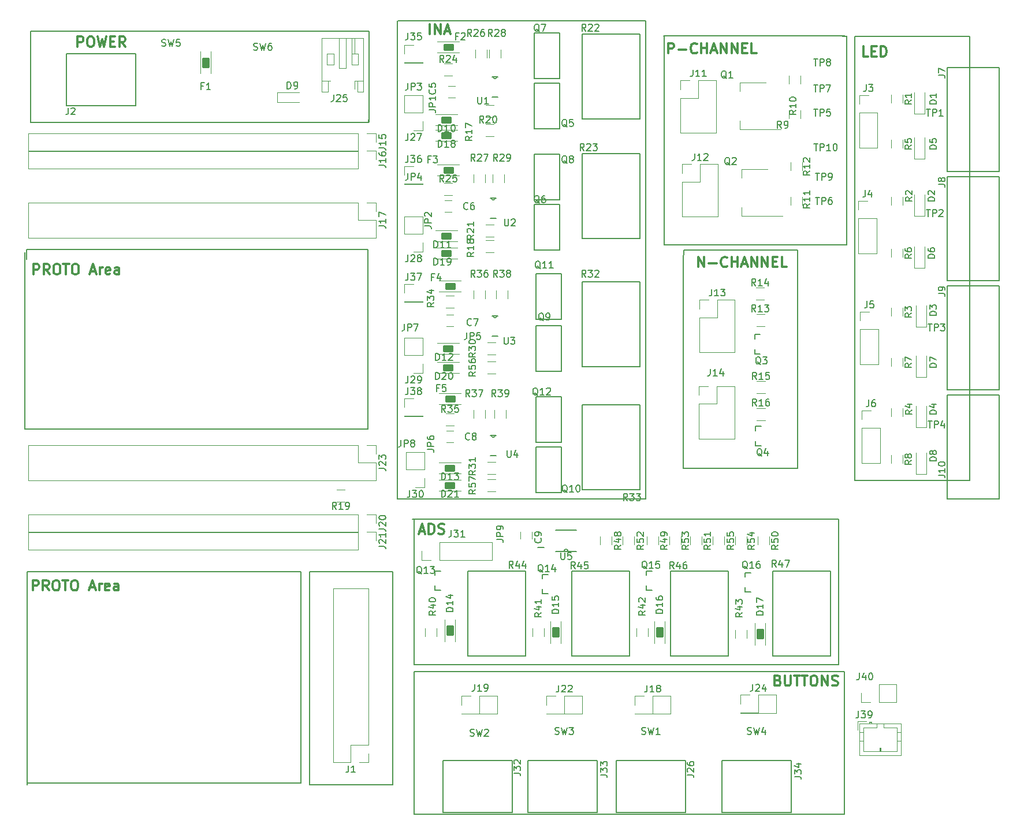
<source format=gbr>
G04 #@! TF.FileFunction,Legend,Top*
%FSLAX46Y46*%
G04 Gerber Fmt 4.6, Leading zero omitted, Abs format (unit mm)*
G04 Created by KiCad (PCBNEW 4.0.7) date 11/06/17 02:09:46*
%MOMM*%
%LPD*%
G01*
G04 APERTURE LIST*
%ADD10C,0.100000*%
%ADD11C,0.200000*%
%ADD12C,0.300000*%
%ADD13C,0.120000*%
%ADD14C,0.070000*%
%ADD15C,0.381000*%
%ADD16C,0.203200*%
%ADD17C,0.152400*%
%ADD18C,0.150000*%
G04 APERTURE END LIST*
D10*
D11*
X145923000Y-24828500D02*
X146558000Y-24828500D01*
X146558000Y-25463500D02*
X146558000Y-24765000D01*
X148082000Y-24892000D02*
X147701000Y-24892000D01*
X80708500Y-92710000D02*
X80899000Y-92710000D01*
X80708500Y-86550500D02*
X80708500Y-92710000D01*
X117094000Y-86106000D02*
X117094000Y-92710000D01*
X164592000Y-89979500D02*
X163449000Y-89979500D01*
X164592000Y-89916000D02*
X164592000Y-89979500D01*
X164592000Y-88201500D02*
X164592000Y-89916000D01*
X147701000Y-89916000D02*
X147764500Y-89916000D01*
X147701000Y-88138000D02*
X147701000Y-89916000D01*
X26416000Y-134366000D02*
X26416000Y-134620000D01*
X66548000Y-134366000D02*
X26416000Y-134366000D01*
X66548000Y-103378000D02*
X66548000Y-134366000D01*
X26416000Y-103378000D02*
X66548000Y-103378000D01*
X67818000Y-134620000D02*
X72644000Y-134620000D01*
X67818000Y-134112000D02*
X67818000Y-134620000D01*
X67818000Y-103378000D02*
X67818000Y-134112000D01*
X71882000Y-103378000D02*
X67818000Y-103378000D01*
X80010000Y-134620000D02*
X71882000Y-134620000D01*
X80010000Y-103378000D02*
X80010000Y-134620000D01*
X71628000Y-103378000D02*
X80010000Y-103378000D01*
X26416000Y-134366000D02*
X26416000Y-103378000D01*
D12*
X33810214Y-26396071D02*
X33810214Y-24896071D01*
X34381642Y-24896071D01*
X34524500Y-24967500D01*
X34595928Y-25038929D01*
X34667357Y-25181786D01*
X34667357Y-25396071D01*
X34595928Y-25538929D01*
X34524500Y-25610357D01*
X34381642Y-25681786D01*
X33810214Y-25681786D01*
X35595928Y-24896071D02*
X35881642Y-24896071D01*
X36024500Y-24967500D01*
X36167357Y-25110357D01*
X36238785Y-25396071D01*
X36238785Y-25896071D01*
X36167357Y-26181786D01*
X36024500Y-26324643D01*
X35881642Y-26396071D01*
X35595928Y-26396071D01*
X35453071Y-26324643D01*
X35310214Y-26181786D01*
X35238785Y-25896071D01*
X35238785Y-25396071D01*
X35310214Y-25110357D01*
X35453071Y-24967500D01*
X35595928Y-24896071D01*
X36738786Y-24896071D02*
X37095929Y-26396071D01*
X37381643Y-25324643D01*
X37667357Y-26396071D01*
X38024500Y-24896071D01*
X38595929Y-25610357D02*
X39095929Y-25610357D01*
X39310215Y-26396071D02*
X38595929Y-26396071D01*
X38595929Y-24896071D01*
X39310215Y-24896071D01*
X40810215Y-26396071D02*
X40310215Y-25681786D01*
X39953072Y-26396071D02*
X39953072Y-24896071D01*
X40524500Y-24896071D01*
X40667358Y-24967500D01*
X40738786Y-25038929D01*
X40810215Y-25181786D01*
X40810215Y-25396071D01*
X40738786Y-25538929D01*
X40667358Y-25610357D01*
X40524500Y-25681786D01*
X39953072Y-25681786D01*
D11*
X76454000Y-37490400D02*
X76454000Y-37033200D01*
X26924000Y-37490400D02*
X76454000Y-37490400D01*
X26924000Y-24130000D02*
X26924000Y-37490400D01*
X76555600Y-24130000D02*
X26924000Y-24130000D01*
X76555600Y-37388800D02*
X76555600Y-24130000D01*
X26365200Y-56134000D02*
X26365200Y-57556400D01*
X76403200Y-56134000D02*
X26365200Y-56134000D01*
X76403200Y-82448400D02*
X76403200Y-56134000D01*
X26111200Y-82448400D02*
X76403200Y-82448400D01*
X26111200Y-56540400D02*
X26111200Y-82448400D01*
D12*
X27343886Y-59758971D02*
X27343886Y-58258971D01*
X27915314Y-58258971D01*
X28058172Y-58330400D01*
X28129600Y-58401829D01*
X28201029Y-58544686D01*
X28201029Y-58758971D01*
X28129600Y-58901829D01*
X28058172Y-58973257D01*
X27915314Y-59044686D01*
X27343886Y-59044686D01*
X29701029Y-59758971D02*
X29201029Y-59044686D01*
X28843886Y-59758971D02*
X28843886Y-58258971D01*
X29415314Y-58258971D01*
X29558172Y-58330400D01*
X29629600Y-58401829D01*
X29701029Y-58544686D01*
X29701029Y-58758971D01*
X29629600Y-58901829D01*
X29558172Y-58973257D01*
X29415314Y-59044686D01*
X28843886Y-59044686D01*
X30629600Y-58258971D02*
X30915314Y-58258971D01*
X31058172Y-58330400D01*
X31201029Y-58473257D01*
X31272457Y-58758971D01*
X31272457Y-59258971D01*
X31201029Y-59544686D01*
X31058172Y-59687543D01*
X30915314Y-59758971D01*
X30629600Y-59758971D01*
X30486743Y-59687543D01*
X30343886Y-59544686D01*
X30272457Y-59258971D01*
X30272457Y-58758971D01*
X30343886Y-58473257D01*
X30486743Y-58330400D01*
X30629600Y-58258971D01*
X31701029Y-58258971D02*
X32558172Y-58258971D01*
X32129601Y-59758971D02*
X32129601Y-58258971D01*
X33343886Y-58258971D02*
X33629600Y-58258971D01*
X33772458Y-58330400D01*
X33915315Y-58473257D01*
X33986743Y-58758971D01*
X33986743Y-59258971D01*
X33915315Y-59544686D01*
X33772458Y-59687543D01*
X33629600Y-59758971D01*
X33343886Y-59758971D01*
X33201029Y-59687543D01*
X33058172Y-59544686D01*
X32986743Y-59258971D01*
X32986743Y-58758971D01*
X33058172Y-58473257D01*
X33201029Y-58330400D01*
X33343886Y-58258971D01*
X35701029Y-59330400D02*
X36415315Y-59330400D01*
X35558172Y-59758971D02*
X36058172Y-58258971D01*
X36558172Y-59758971D01*
X37058172Y-59758971D02*
X37058172Y-58758971D01*
X37058172Y-59044686D02*
X37129600Y-58901829D01*
X37201029Y-58830400D01*
X37343886Y-58758971D01*
X37486743Y-58758971D01*
X38558171Y-59687543D02*
X38415314Y-59758971D01*
X38129600Y-59758971D01*
X37986743Y-59687543D01*
X37915314Y-59544686D01*
X37915314Y-58973257D01*
X37986743Y-58830400D01*
X38129600Y-58758971D01*
X38415314Y-58758971D01*
X38558171Y-58830400D01*
X38629600Y-58973257D01*
X38629600Y-59116114D01*
X37915314Y-59258971D01*
X39915314Y-59758971D02*
X39915314Y-58973257D01*
X39843885Y-58830400D01*
X39701028Y-58758971D01*
X39415314Y-58758971D01*
X39272457Y-58830400D01*
X39915314Y-59687543D02*
X39772457Y-59758971D01*
X39415314Y-59758971D01*
X39272457Y-59687543D01*
X39201028Y-59544686D01*
X39201028Y-59401829D01*
X39272457Y-59258971D01*
X39415314Y-59187543D01*
X39772457Y-59187543D01*
X39915314Y-59116114D01*
X27242286Y-106088571D02*
X27242286Y-104588571D01*
X27813714Y-104588571D01*
X27956572Y-104660000D01*
X28028000Y-104731429D01*
X28099429Y-104874286D01*
X28099429Y-105088571D01*
X28028000Y-105231429D01*
X27956572Y-105302857D01*
X27813714Y-105374286D01*
X27242286Y-105374286D01*
X29599429Y-106088571D02*
X29099429Y-105374286D01*
X28742286Y-106088571D02*
X28742286Y-104588571D01*
X29313714Y-104588571D01*
X29456572Y-104660000D01*
X29528000Y-104731429D01*
X29599429Y-104874286D01*
X29599429Y-105088571D01*
X29528000Y-105231429D01*
X29456572Y-105302857D01*
X29313714Y-105374286D01*
X28742286Y-105374286D01*
X30528000Y-104588571D02*
X30813714Y-104588571D01*
X30956572Y-104660000D01*
X31099429Y-104802857D01*
X31170857Y-105088571D01*
X31170857Y-105588571D01*
X31099429Y-105874286D01*
X30956572Y-106017143D01*
X30813714Y-106088571D01*
X30528000Y-106088571D01*
X30385143Y-106017143D01*
X30242286Y-105874286D01*
X30170857Y-105588571D01*
X30170857Y-105088571D01*
X30242286Y-104802857D01*
X30385143Y-104660000D01*
X30528000Y-104588571D01*
X31599429Y-104588571D02*
X32456572Y-104588571D01*
X32028001Y-106088571D02*
X32028001Y-104588571D01*
X33242286Y-104588571D02*
X33528000Y-104588571D01*
X33670858Y-104660000D01*
X33813715Y-104802857D01*
X33885143Y-105088571D01*
X33885143Y-105588571D01*
X33813715Y-105874286D01*
X33670858Y-106017143D01*
X33528000Y-106088571D01*
X33242286Y-106088571D01*
X33099429Y-106017143D01*
X32956572Y-105874286D01*
X32885143Y-105588571D01*
X32885143Y-105088571D01*
X32956572Y-104802857D01*
X33099429Y-104660000D01*
X33242286Y-104588571D01*
X35599429Y-105660000D02*
X36313715Y-105660000D01*
X35456572Y-106088571D02*
X35956572Y-104588571D01*
X36456572Y-106088571D01*
X36956572Y-106088571D02*
X36956572Y-105088571D01*
X36956572Y-105374286D02*
X37028000Y-105231429D01*
X37099429Y-105160000D01*
X37242286Y-105088571D01*
X37385143Y-105088571D01*
X38456571Y-106017143D02*
X38313714Y-106088571D01*
X38028000Y-106088571D01*
X37885143Y-106017143D01*
X37813714Y-105874286D01*
X37813714Y-105302857D01*
X37885143Y-105160000D01*
X38028000Y-105088571D01*
X38313714Y-105088571D01*
X38456571Y-105160000D01*
X38528000Y-105302857D01*
X38528000Y-105445714D01*
X37813714Y-105588571D01*
X39813714Y-106088571D02*
X39813714Y-105302857D01*
X39742285Y-105160000D01*
X39599428Y-105088571D01*
X39313714Y-105088571D01*
X39170857Y-105160000D01*
X39813714Y-106017143D02*
X39670857Y-106088571D01*
X39313714Y-106088571D01*
X39170857Y-106017143D01*
X39099428Y-105874286D01*
X39099428Y-105731429D01*
X39170857Y-105588571D01*
X39313714Y-105517143D01*
X39670857Y-105517143D01*
X39813714Y-105445714D01*
D11*
X146253200Y-117957600D02*
X83159600Y-117957600D01*
X146253200Y-138938000D02*
X146253200Y-117957600D01*
X83159600Y-138938000D02*
X146253200Y-138938000D01*
X83159600Y-117957600D02*
X83159600Y-138938000D01*
D12*
X136481857Y-119272857D02*
X136696143Y-119344286D01*
X136767571Y-119415714D01*
X136839000Y-119558571D01*
X136839000Y-119772857D01*
X136767571Y-119915714D01*
X136696143Y-119987143D01*
X136553285Y-120058571D01*
X135981857Y-120058571D01*
X135981857Y-118558571D01*
X136481857Y-118558571D01*
X136624714Y-118630000D01*
X136696143Y-118701429D01*
X136767571Y-118844286D01*
X136767571Y-118987143D01*
X136696143Y-119130000D01*
X136624714Y-119201429D01*
X136481857Y-119272857D01*
X135981857Y-119272857D01*
X137481857Y-118558571D02*
X137481857Y-119772857D01*
X137553285Y-119915714D01*
X137624714Y-119987143D01*
X137767571Y-120058571D01*
X138053285Y-120058571D01*
X138196143Y-119987143D01*
X138267571Y-119915714D01*
X138339000Y-119772857D01*
X138339000Y-118558571D01*
X138839000Y-118558571D02*
X139696143Y-118558571D01*
X139267572Y-120058571D02*
X139267572Y-118558571D01*
X139981857Y-118558571D02*
X140839000Y-118558571D01*
X140410429Y-120058571D02*
X140410429Y-118558571D01*
X141624714Y-118558571D02*
X141910428Y-118558571D01*
X142053286Y-118630000D01*
X142196143Y-118772857D01*
X142267571Y-119058571D01*
X142267571Y-119558571D01*
X142196143Y-119844286D01*
X142053286Y-119987143D01*
X141910428Y-120058571D01*
X141624714Y-120058571D01*
X141481857Y-119987143D01*
X141339000Y-119844286D01*
X141267571Y-119558571D01*
X141267571Y-119058571D01*
X141339000Y-118772857D01*
X141481857Y-118630000D01*
X141624714Y-118558571D01*
X142910429Y-120058571D02*
X142910429Y-118558571D01*
X143767572Y-120058571D01*
X143767572Y-118558571D01*
X144410429Y-119987143D02*
X144624715Y-120058571D01*
X144981858Y-120058571D01*
X145124715Y-119987143D01*
X145196144Y-119915714D01*
X145267572Y-119772857D01*
X145267572Y-119630000D01*
X145196144Y-119487143D01*
X145124715Y-119415714D01*
X144981858Y-119344286D01*
X144696144Y-119272857D01*
X144553286Y-119201429D01*
X144481858Y-119130000D01*
X144410429Y-118987143D01*
X144410429Y-118844286D01*
X144481858Y-118701429D01*
X144553286Y-118630000D01*
X144696144Y-118558571D01*
X145053286Y-118558571D01*
X145267572Y-118630000D01*
D11*
X122720100Y-56222900D02*
X122720100Y-56883300D01*
X139331700Y-56222900D02*
X122720100Y-56222900D01*
X139331700Y-88176100D02*
X139331700Y-56222900D01*
X122618500Y-88176100D02*
X139331700Y-88176100D01*
X122618500Y-56934100D02*
X122618500Y-88176100D01*
D12*
X124760042Y-58679471D02*
X124760042Y-57179471D01*
X125617185Y-58679471D01*
X125617185Y-57179471D01*
X126331471Y-58108043D02*
X127474328Y-58108043D01*
X129045757Y-58536614D02*
X128974328Y-58608043D01*
X128760042Y-58679471D01*
X128617185Y-58679471D01*
X128402900Y-58608043D01*
X128260042Y-58465186D01*
X128188614Y-58322329D01*
X128117185Y-58036614D01*
X128117185Y-57822329D01*
X128188614Y-57536614D01*
X128260042Y-57393757D01*
X128402900Y-57250900D01*
X128617185Y-57179471D01*
X128760042Y-57179471D01*
X128974328Y-57250900D01*
X129045757Y-57322329D01*
X129688614Y-58679471D02*
X129688614Y-57179471D01*
X129688614Y-57893757D02*
X130545757Y-57893757D01*
X130545757Y-58679471D02*
X130545757Y-57179471D01*
X131188614Y-58250900D02*
X131902900Y-58250900D01*
X131045757Y-58679471D02*
X131545757Y-57179471D01*
X132045757Y-58679471D01*
X132545757Y-58679471D02*
X132545757Y-57179471D01*
X133402900Y-58679471D01*
X133402900Y-57179471D01*
X134117186Y-58679471D02*
X134117186Y-57179471D01*
X134974329Y-58679471D01*
X134974329Y-57179471D01*
X135688615Y-57893757D02*
X136188615Y-57893757D01*
X136402901Y-58679471D02*
X135688615Y-58679471D01*
X135688615Y-57179471D01*
X136402901Y-57179471D01*
X137760044Y-58679471D02*
X137045758Y-58679471D01*
X137045758Y-57179471D01*
X120388857Y-27348571D02*
X120388857Y-25848571D01*
X120960285Y-25848571D01*
X121103143Y-25920000D01*
X121174571Y-25991429D01*
X121246000Y-26134286D01*
X121246000Y-26348571D01*
X121174571Y-26491429D01*
X121103143Y-26562857D01*
X120960285Y-26634286D01*
X120388857Y-26634286D01*
X121888857Y-26777143D02*
X123031714Y-26777143D01*
X124603143Y-27205714D02*
X124531714Y-27277143D01*
X124317428Y-27348571D01*
X124174571Y-27348571D01*
X123960286Y-27277143D01*
X123817428Y-27134286D01*
X123746000Y-26991429D01*
X123674571Y-26705714D01*
X123674571Y-26491429D01*
X123746000Y-26205714D01*
X123817428Y-26062857D01*
X123960286Y-25920000D01*
X124174571Y-25848571D01*
X124317428Y-25848571D01*
X124531714Y-25920000D01*
X124603143Y-25991429D01*
X125246000Y-27348571D02*
X125246000Y-25848571D01*
X125246000Y-26562857D02*
X126103143Y-26562857D01*
X126103143Y-27348571D02*
X126103143Y-25848571D01*
X126746000Y-26920000D02*
X127460286Y-26920000D01*
X126603143Y-27348571D02*
X127103143Y-25848571D01*
X127603143Y-27348571D01*
X128103143Y-27348571D02*
X128103143Y-25848571D01*
X128960286Y-27348571D01*
X128960286Y-25848571D01*
X129674572Y-27348571D02*
X129674572Y-25848571D01*
X130531715Y-27348571D01*
X130531715Y-25848571D01*
X131246001Y-26562857D02*
X131746001Y-26562857D01*
X131960287Y-27348571D02*
X131246001Y-27348571D01*
X131246001Y-25848571D01*
X131960287Y-25848571D01*
X133317430Y-27348571D02*
X132603144Y-27348571D01*
X132603144Y-25848571D01*
D11*
X146304000Y-24815800D02*
X119735600Y-24815800D01*
X146558000Y-55422800D02*
X146558000Y-25196800D01*
X119786400Y-55422800D02*
X146558000Y-55422800D01*
X119786400Y-24790400D02*
X119786400Y-55422800D01*
X164592000Y-24892000D02*
X148082000Y-24892000D01*
X164592000Y-88290400D02*
X164592000Y-24892000D01*
X147701000Y-89941400D02*
X164211000Y-89941400D01*
X147701000Y-24968200D02*
X147701000Y-88163400D01*
D12*
X149708515Y-27805771D02*
X148994229Y-27805771D01*
X148994229Y-26305771D01*
X150208515Y-27020057D02*
X150708515Y-27020057D01*
X150922801Y-27805771D02*
X150208515Y-27805771D01*
X150208515Y-26305771D01*
X150922801Y-26305771D01*
X151565658Y-27805771D02*
X151565658Y-26305771D01*
X151922801Y-26305771D01*
X152137086Y-26377200D01*
X152279944Y-26520057D01*
X152351372Y-26662914D01*
X152422801Y-26948629D01*
X152422801Y-27162914D01*
X152351372Y-27448629D01*
X152279944Y-27591486D01*
X152137086Y-27734343D01*
X151922801Y-27805771D01*
X151565658Y-27805771D01*
D11*
X117068600Y-22555200D02*
X80797400Y-22555200D01*
X117068600Y-86106000D02*
X117068600Y-22555200D01*
X80708500Y-92646500D02*
X117132100Y-92646500D01*
X80708500Y-22542500D02*
X80708500Y-86550500D01*
D12*
X85439429Y-24554571D02*
X85439429Y-23054571D01*
X86153715Y-24554571D02*
X86153715Y-23054571D01*
X87010858Y-24554571D01*
X87010858Y-23054571D01*
X87653715Y-24126000D02*
X88368001Y-24126000D01*
X87510858Y-24554571D02*
X88010858Y-23054571D01*
X88510858Y-24554571D01*
X83928972Y-97379600D02*
X84643258Y-97379600D01*
X83786115Y-97808171D02*
X84286115Y-96308171D01*
X84786115Y-97808171D01*
X85286115Y-97808171D02*
X85286115Y-96308171D01*
X85643258Y-96308171D01*
X85857543Y-96379600D01*
X86000401Y-96522457D01*
X86071829Y-96665314D01*
X86143258Y-96951029D01*
X86143258Y-97165314D01*
X86071829Y-97451029D01*
X86000401Y-97593886D01*
X85857543Y-97736743D01*
X85643258Y-97808171D01*
X85286115Y-97808171D01*
X86714686Y-97736743D02*
X86928972Y-97808171D01*
X87286115Y-97808171D01*
X87428972Y-97736743D01*
X87500401Y-97665314D01*
X87571829Y-97522457D01*
X87571829Y-97379600D01*
X87500401Y-97236743D01*
X87428972Y-97165314D01*
X87286115Y-97093886D01*
X87000401Y-97022457D01*
X86857543Y-96951029D01*
X86786115Y-96879600D01*
X86714686Y-96736743D01*
X86714686Y-96593886D01*
X86786115Y-96451029D01*
X86857543Y-96379600D01*
X87000401Y-96308171D01*
X87357543Y-96308171D01*
X87571829Y-96379600D01*
D11*
X83108800Y-95656400D02*
X86918800Y-95656400D01*
X83108800Y-116992400D02*
X83108800Y-95656400D01*
X145338800Y-116992400D02*
X83108800Y-116992400D01*
X145338800Y-95656400D02*
X145338800Y-116992400D01*
X82854800Y-95656400D02*
X145338800Y-95656400D01*
D13*
X89146000Y-32170000D02*
X88146000Y-32170000D01*
X88146000Y-33870000D02*
X89146000Y-33870000D01*
X88638000Y-48934000D02*
X87638000Y-48934000D01*
X87638000Y-50634000D02*
X88638000Y-50634000D01*
X88892000Y-65698000D02*
X87892000Y-65698000D01*
X87892000Y-67398000D02*
X88892000Y-67398000D01*
X88892000Y-82716000D02*
X87892000Y-82716000D01*
X87892000Y-84416000D02*
X88892000Y-84416000D01*
X98718000Y-97544000D02*
X98718000Y-98544000D01*
X100418000Y-98544000D02*
X100418000Y-97544000D01*
X157976000Y-33036000D02*
X157976000Y-36236000D01*
X156476000Y-36236000D02*
X156476000Y-33036000D01*
X156476000Y-36236000D02*
X157976000Y-36236000D01*
X157976000Y-48022000D02*
X157976000Y-51222000D01*
X156476000Y-51222000D02*
X156476000Y-48022000D01*
X156476000Y-51222000D02*
X157976000Y-51222000D01*
X158230000Y-64278000D02*
X158230000Y-67478000D01*
X156730000Y-67478000D02*
X156730000Y-64278000D01*
X156730000Y-67478000D02*
X158230000Y-67478000D01*
X158230000Y-79010000D02*
X158230000Y-82210000D01*
X156730000Y-82210000D02*
X156730000Y-79010000D01*
X156730000Y-82210000D02*
X158230000Y-82210000D01*
X157976000Y-39640000D02*
X157976000Y-42840000D01*
X156476000Y-42840000D02*
X156476000Y-39640000D01*
X156476000Y-42840000D02*
X157976000Y-42840000D01*
X157976000Y-55642000D02*
X157976000Y-58842000D01*
X156476000Y-58842000D02*
X156476000Y-55642000D01*
X156476000Y-58842000D02*
X157976000Y-58842000D01*
X158230000Y-71644000D02*
X158230000Y-74844000D01*
X156730000Y-74844000D02*
X156730000Y-71644000D01*
X156730000Y-74844000D02*
X158230000Y-74844000D01*
X158230000Y-85868000D02*
X158230000Y-89068000D01*
X156730000Y-89068000D02*
X156730000Y-85868000D01*
X156730000Y-89068000D02*
X158230000Y-89068000D01*
D14*
X86284000Y-36284000D02*
X89484000Y-36284000D01*
X89484000Y-37884000D02*
X86284000Y-37884000D01*
D15*
G36*
X87283142Y-36784000D02*
X88384000Y-36784000D01*
X88384000Y-37384429D01*
X87283142Y-37384429D01*
X87283142Y-36784000D01*
G37*
X87283142Y-36784000D02*
X88384000Y-36784000D01*
X88384000Y-37384429D01*
X87283142Y-37384429D01*
X87283142Y-36784000D01*
D14*
X86284000Y-53302000D02*
X89484000Y-53302000D01*
X89484000Y-54902000D02*
X86284000Y-54902000D01*
D15*
G36*
X87283142Y-53802000D02*
X88384000Y-53802000D01*
X88384000Y-54402429D01*
X87283142Y-54402429D01*
X87283142Y-53802000D01*
G37*
X87283142Y-53802000D02*
X88384000Y-53802000D01*
X88384000Y-54402429D01*
X87283142Y-54402429D01*
X87283142Y-53802000D01*
D14*
X86538000Y-69812000D02*
X89738000Y-69812000D01*
X89738000Y-71412000D02*
X86538000Y-71412000D01*
D15*
G36*
X87537142Y-70312000D02*
X88638000Y-70312000D01*
X88638000Y-70912429D01*
X87537142Y-70912429D01*
X87537142Y-70312000D01*
G37*
X87537142Y-70312000D02*
X88638000Y-70312000D01*
X88638000Y-70912429D01*
X87537142Y-70912429D01*
X87537142Y-70312000D01*
D14*
X86792000Y-87338000D02*
X89992000Y-87338000D01*
X89992000Y-88938000D02*
X86792000Y-88938000D01*
D15*
G36*
X87791142Y-87838000D02*
X88892000Y-87838000D01*
X88892000Y-88438429D01*
X87791142Y-88438429D01*
X87791142Y-87838000D01*
G37*
X87791142Y-87838000D02*
X88892000Y-87838000D01*
X88892000Y-88438429D01*
X87791142Y-88438429D01*
X87791142Y-87838000D01*
D14*
X89192000Y-110414000D02*
X89192000Y-113614000D01*
X87592000Y-113614000D02*
X87592000Y-110414000D01*
D15*
G36*
X88692000Y-111413142D02*
X88692000Y-112514000D01*
X88091571Y-112514000D01*
X88091571Y-111413142D01*
X88692000Y-111413142D01*
G37*
X88692000Y-111413142D02*
X88692000Y-112514000D01*
X88091571Y-112514000D01*
X88091571Y-111413142D01*
X88692000Y-111413142D01*
D14*
X104686000Y-110668000D02*
X104686000Y-113868000D01*
X103086000Y-113868000D02*
X103086000Y-110668000D01*
D15*
G36*
X104186000Y-111667142D02*
X104186000Y-112768000D01*
X103585571Y-112768000D01*
X103585571Y-111667142D01*
X104186000Y-111667142D01*
G37*
X104186000Y-111667142D02*
X104186000Y-112768000D01*
X103585571Y-112768000D01*
X103585571Y-111667142D01*
X104186000Y-111667142D01*
D14*
X119926000Y-110668000D02*
X119926000Y-113868000D01*
X118326000Y-113868000D02*
X118326000Y-110668000D01*
D15*
G36*
X119426000Y-111667142D02*
X119426000Y-112768000D01*
X118825571Y-112768000D01*
X118825571Y-111667142D01*
X119426000Y-111667142D01*
G37*
X119426000Y-111667142D02*
X119426000Y-112768000D01*
X118825571Y-112768000D01*
X118825571Y-111667142D01*
X119426000Y-111667142D01*
D14*
X134658000Y-110922000D02*
X134658000Y-114122000D01*
X133058000Y-114122000D02*
X133058000Y-110922000D01*
D15*
G36*
X134158000Y-111921142D02*
X134158000Y-113022000D01*
X133557571Y-113022000D01*
X133557571Y-111921142D01*
X134158000Y-111921142D01*
G37*
X134158000Y-111921142D02*
X134158000Y-113022000D01*
X133557571Y-113022000D01*
X133557571Y-111921142D01*
X134158000Y-111921142D01*
D14*
X51778000Y-30302000D02*
X51778000Y-27102000D01*
X53378000Y-27102000D02*
X53378000Y-30302000D01*
D15*
G36*
X52278000Y-29302858D02*
X52278000Y-28202000D01*
X52878429Y-28202000D01*
X52878429Y-29302858D01*
X52278000Y-29302858D01*
G37*
X52278000Y-29302858D02*
X52278000Y-28202000D01*
X52878429Y-28202000D01*
X52878429Y-29302858D01*
X52278000Y-29302858D01*
D14*
X89738000Y-27216000D02*
X86538000Y-27216000D01*
X86538000Y-25616000D02*
X89738000Y-25616000D01*
D15*
G36*
X88738858Y-26716000D02*
X87638000Y-26716000D01*
X87638000Y-26115571D01*
X88738858Y-26115571D01*
X88738858Y-26716000D01*
G37*
X88738858Y-26716000D02*
X87638000Y-26716000D01*
X87638000Y-26115571D01*
X88738858Y-26115571D01*
X88738858Y-26716000D01*
D14*
X89738000Y-45250000D02*
X86538000Y-45250000D01*
X86538000Y-43650000D02*
X89738000Y-43650000D01*
D15*
G36*
X88738858Y-44750000D02*
X87638000Y-44750000D01*
X87638000Y-44149571D01*
X88738858Y-44149571D01*
X88738858Y-44750000D01*
G37*
X88738858Y-44750000D02*
X87638000Y-44750000D01*
X87638000Y-44149571D01*
X88738858Y-44149571D01*
X88738858Y-44750000D01*
D14*
X89992000Y-62268000D02*
X86792000Y-62268000D01*
X86792000Y-60668000D02*
X89992000Y-60668000D01*
D15*
G36*
X88992858Y-61768000D02*
X87892000Y-61768000D01*
X87892000Y-61167571D01*
X88992858Y-61167571D01*
X88992858Y-61768000D01*
G37*
X88992858Y-61768000D02*
X87892000Y-61768000D01*
X87892000Y-61167571D01*
X88992858Y-61167571D01*
X88992858Y-61768000D01*
D14*
X89992000Y-78778000D02*
X86792000Y-78778000D01*
X86792000Y-77178000D02*
X89992000Y-77178000D01*
D15*
G36*
X88992858Y-78278000D02*
X87892000Y-78278000D01*
X87892000Y-77677571D01*
X88992858Y-77677571D01*
X88992858Y-78278000D01*
G37*
X88992858Y-78278000D02*
X87892000Y-78278000D01*
X87892000Y-77677571D01*
X88992858Y-77677571D01*
X88992858Y-78278000D01*
D13*
X76450500Y-105794500D02*
X71250500Y-105794500D01*
X76450500Y-128714500D02*
X76450500Y-105794500D01*
X71250500Y-131314500D02*
X71250500Y-105794500D01*
X76450500Y-128714500D02*
X73850500Y-128714500D01*
X73850500Y-128714500D02*
X73850500Y-131314500D01*
X73850500Y-131314500D02*
X71250500Y-131314500D01*
X76450500Y-129984500D02*
X76450500Y-131314500D01*
X76450500Y-131314500D02*
X75120500Y-131314500D01*
X148403000Y-41208000D02*
X151063000Y-41208000D01*
X148403000Y-36068000D02*
X148403000Y-41208000D01*
X151063000Y-36068000D02*
X151063000Y-41208000D01*
X148403000Y-36068000D02*
X151063000Y-36068000D01*
X148403000Y-34798000D02*
X148403000Y-33468000D01*
X148403000Y-33468000D02*
X149733000Y-33468000D01*
X148276000Y-56702000D02*
X150936000Y-56702000D01*
X148276000Y-51562000D02*
X148276000Y-56702000D01*
X150936000Y-51562000D02*
X150936000Y-56702000D01*
X148276000Y-51562000D02*
X150936000Y-51562000D01*
X148276000Y-50292000D02*
X148276000Y-48962000D01*
X148276000Y-48962000D02*
X149606000Y-48962000D01*
X148530000Y-72958000D02*
X151190000Y-72958000D01*
X148530000Y-67818000D02*
X148530000Y-72958000D01*
X151190000Y-67818000D02*
X151190000Y-72958000D01*
X148530000Y-67818000D02*
X151190000Y-67818000D01*
X148530000Y-66548000D02*
X148530000Y-65218000D01*
X148530000Y-65218000D02*
X149860000Y-65218000D01*
X148784000Y-87436000D02*
X151444000Y-87436000D01*
X148784000Y-82296000D02*
X148784000Y-87436000D01*
X151444000Y-82296000D02*
X151444000Y-87436000D01*
X148784000Y-82296000D02*
X151444000Y-82296000D01*
X148784000Y-81026000D02*
X148784000Y-79696000D01*
X148784000Y-79696000D02*
X150114000Y-79696000D01*
X122215600Y-39023600D02*
X127415600Y-39023600D01*
X122215600Y-33883600D02*
X122215600Y-39023600D01*
X127415600Y-31283600D02*
X127415600Y-39023600D01*
X122215600Y-33883600D02*
X124815600Y-33883600D01*
X124815600Y-33883600D02*
X124815600Y-31283600D01*
X124815600Y-31283600D02*
X127415600Y-31283600D01*
X122215600Y-32613600D02*
X122215600Y-31283600D01*
X122215600Y-31283600D02*
X123545600Y-31283600D01*
X122469600Y-51317200D02*
X127669600Y-51317200D01*
X122469600Y-46177200D02*
X122469600Y-51317200D01*
X127669600Y-43577200D02*
X127669600Y-51317200D01*
X122469600Y-46177200D02*
X125069600Y-46177200D01*
X125069600Y-46177200D02*
X125069600Y-43577200D01*
X125069600Y-43577200D02*
X127669600Y-43577200D01*
X122469600Y-44907200D02*
X122469600Y-43577200D01*
X122469600Y-43577200D02*
X123799600Y-43577200D01*
X124971500Y-71192700D02*
X130171500Y-71192700D01*
X124971500Y-66052700D02*
X124971500Y-71192700D01*
X130171500Y-63452700D02*
X130171500Y-71192700D01*
X124971500Y-66052700D02*
X127571500Y-66052700D01*
X127571500Y-66052700D02*
X127571500Y-63452700D01*
X127571500Y-63452700D02*
X130171500Y-63452700D01*
X124971500Y-64782700D02*
X124971500Y-63452700D01*
X124971500Y-63452700D02*
X126301500Y-63452700D01*
X124908000Y-83880000D02*
X130108000Y-83880000D01*
X124908000Y-78740000D02*
X124908000Y-83880000D01*
X130108000Y-76140000D02*
X130108000Y-83880000D01*
X124908000Y-78740000D02*
X127508000Y-78740000D01*
X127508000Y-78740000D02*
X127508000Y-76140000D01*
X127508000Y-76140000D02*
X130108000Y-76140000D01*
X124908000Y-77470000D02*
X124908000Y-76140000D01*
X124908000Y-76140000D02*
X126238000Y-76140000D01*
X26610000Y-39056000D02*
X26610000Y-41716000D01*
X74930000Y-39056000D02*
X26610000Y-39056000D01*
X74930000Y-41716000D02*
X26610000Y-41716000D01*
X74930000Y-39056000D02*
X74930000Y-41716000D01*
X76200000Y-39056000D02*
X77530000Y-39056000D01*
X77530000Y-39056000D02*
X77530000Y-40386000D01*
X26610000Y-41596000D02*
X26610000Y-44256000D01*
X74930000Y-41596000D02*
X26610000Y-41596000D01*
X74930000Y-44256000D02*
X26610000Y-44256000D01*
X74930000Y-41596000D02*
X74930000Y-44256000D01*
X76200000Y-41596000D02*
X77530000Y-41596000D01*
X77530000Y-41596000D02*
X77530000Y-42926000D01*
X26610000Y-49216000D02*
X26610000Y-54416000D01*
X74930000Y-49216000D02*
X26610000Y-49216000D01*
X77530000Y-54416000D02*
X26610000Y-54416000D01*
X74930000Y-49216000D02*
X74930000Y-51816000D01*
X74930000Y-51816000D02*
X77530000Y-51816000D01*
X77530000Y-51816000D02*
X77530000Y-54416000D01*
X76200000Y-49216000D02*
X77530000Y-49216000D01*
X77530000Y-49216000D02*
X77530000Y-50546000D01*
X26610000Y-94936000D02*
X26610000Y-97596000D01*
X74930000Y-94936000D02*
X26610000Y-94936000D01*
X74930000Y-97596000D02*
X26610000Y-97596000D01*
X74930000Y-94936000D02*
X74930000Y-97596000D01*
X76200000Y-94936000D02*
X77530000Y-94936000D01*
X77530000Y-94936000D02*
X77530000Y-96266000D01*
X26610000Y-97476000D02*
X26610000Y-100136000D01*
X74930000Y-97476000D02*
X26610000Y-97476000D01*
X74930000Y-100136000D02*
X26610000Y-100136000D01*
X74930000Y-97476000D02*
X74930000Y-100136000D01*
X76200000Y-97476000D02*
X77530000Y-97476000D01*
X77530000Y-97476000D02*
X77530000Y-98806000D01*
X26610000Y-84776000D02*
X26610000Y-89976000D01*
X74930000Y-84776000D02*
X26610000Y-84776000D01*
X77530000Y-89976000D02*
X26610000Y-89976000D01*
X74930000Y-84776000D02*
X74930000Y-87376000D01*
X74930000Y-87376000D02*
X77530000Y-87376000D01*
X77530000Y-87376000D02*
X77530000Y-89976000D01*
X76200000Y-84776000D02*
X77530000Y-84776000D01*
X77530000Y-84776000D02*
X77530000Y-86106000D01*
X73160000Y-25146000D02*
X73160000Y-29496000D01*
X73160000Y-29496000D02*
X72160000Y-29496000D01*
X72160000Y-29496000D02*
X72160000Y-25146000D01*
X74460000Y-31346000D02*
X74810000Y-31346000D01*
X74810000Y-31346000D02*
X74810000Y-32946000D01*
X74810000Y-32946000D02*
X75710000Y-32946000D01*
X75710000Y-32946000D02*
X75710000Y-25146000D01*
X75710000Y-25146000D02*
X69610000Y-25146000D01*
X69610000Y-25146000D02*
X69610000Y-32946000D01*
X69610000Y-32946000D02*
X70510000Y-32946000D01*
X70510000Y-32946000D02*
X70510000Y-31346000D01*
X70510000Y-31346000D02*
X70860000Y-31346000D01*
X75710000Y-31346000D02*
X74810000Y-31346000D01*
X69610000Y-31346000D02*
X70510000Y-31346000D01*
X74960000Y-28996000D02*
X74960000Y-27396000D01*
X74960000Y-27396000D02*
X73960000Y-27396000D01*
X73960000Y-27396000D02*
X73960000Y-28996000D01*
X73960000Y-28996000D02*
X74960000Y-28996000D01*
X70360000Y-28996000D02*
X70360000Y-27396000D01*
X70360000Y-27396000D02*
X71360000Y-27396000D01*
X71360000Y-27396000D02*
X71360000Y-28996000D01*
X71360000Y-28996000D02*
X70360000Y-28996000D01*
X73960000Y-27396000D02*
X73960000Y-25146000D01*
X74460000Y-27396000D02*
X74460000Y-25146000D01*
X74460000Y-31346000D02*
X74460000Y-32546000D01*
X84388000Y-33468000D02*
X81728000Y-33468000D01*
X84388000Y-36068000D02*
X84388000Y-33468000D01*
X81728000Y-36068000D02*
X81728000Y-33468000D01*
X84388000Y-36068000D02*
X81728000Y-36068000D01*
X84388000Y-37338000D02*
X84388000Y-38668000D01*
X84388000Y-38668000D02*
X83058000Y-38668000D01*
X84388000Y-51248000D02*
X81728000Y-51248000D01*
X84388000Y-53848000D02*
X84388000Y-51248000D01*
X81728000Y-53848000D02*
X81728000Y-51248000D01*
X84388000Y-53848000D02*
X81728000Y-53848000D01*
X84388000Y-55118000D02*
X84388000Y-56448000D01*
X84388000Y-56448000D02*
X83058000Y-56448000D01*
X84388000Y-69028000D02*
X81728000Y-69028000D01*
X84388000Y-71628000D02*
X84388000Y-69028000D01*
X81728000Y-71628000D02*
X81728000Y-69028000D01*
X84388000Y-71628000D02*
X81728000Y-71628000D01*
X84388000Y-72898000D02*
X84388000Y-74228000D01*
X84388000Y-74228000D02*
X83058000Y-74228000D01*
X84642000Y-85792000D02*
X81982000Y-85792000D01*
X84642000Y-88392000D02*
X84642000Y-85792000D01*
X81982000Y-88392000D02*
X81982000Y-85792000D01*
X84642000Y-88392000D02*
X81982000Y-88392000D01*
X84642000Y-89662000D02*
X84642000Y-90992000D01*
X84642000Y-90992000D02*
X83312000Y-90992000D01*
X94548000Y-101660000D02*
X94548000Y-99000000D01*
X86868000Y-101660000D02*
X94548000Y-101660000D01*
X86868000Y-99000000D02*
X94548000Y-99000000D01*
X86868000Y-101660000D02*
X86868000Y-99000000D01*
X85598000Y-101660000D02*
X84268000Y-101660000D01*
X84268000Y-101660000D02*
X84268000Y-100330000D01*
X130932000Y-31642000D02*
X130932000Y-32902000D01*
X130932000Y-38462000D02*
X130932000Y-37202000D01*
X134692000Y-31642000D02*
X130932000Y-31642000D01*
X136942000Y-38462000D02*
X130932000Y-38462000D01*
X131186000Y-44342000D02*
X131186000Y-45602000D01*
X131186000Y-51162000D02*
X131186000Y-49902000D01*
X134946000Y-44342000D02*
X131186000Y-44342000D01*
X137196000Y-51162000D02*
X131186000Y-51162000D01*
D16*
X133883400Y-71399400D02*
X133070600Y-71399400D01*
X133070600Y-71399400D02*
X133070600Y-70740600D01*
X133070600Y-68554600D02*
X133883400Y-68554600D01*
X133070600Y-69213400D02*
X133070600Y-68554600D01*
X134010400Y-84861400D02*
X133197600Y-84861400D01*
X133197600Y-84861400D02*
X133197600Y-84202600D01*
X133197600Y-82016600D02*
X134010400Y-82016600D01*
X133197600Y-82675400D02*
X133197600Y-82016600D01*
D17*
X100761800Y-38404800D02*
X104470200Y-38404800D01*
X104470200Y-38404800D02*
X104470200Y-31699200D01*
X104470200Y-31699200D02*
X100761800Y-31699200D01*
X100761800Y-31699200D02*
X100761800Y-38404800D01*
X100761800Y-56184800D02*
X104470200Y-56184800D01*
X104470200Y-56184800D02*
X104470200Y-49479200D01*
X104470200Y-49479200D02*
X100761800Y-49479200D01*
X100761800Y-49479200D02*
X100761800Y-56184800D01*
X100761800Y-31038800D02*
X104470200Y-31038800D01*
X104470200Y-31038800D02*
X104470200Y-24333200D01*
X104470200Y-24333200D02*
X100761800Y-24333200D01*
X100761800Y-24333200D02*
X100761800Y-31038800D01*
X100761800Y-48818800D02*
X104470200Y-48818800D01*
X104470200Y-48818800D02*
X104470200Y-42113200D01*
X104470200Y-42113200D02*
X100761800Y-42113200D01*
X100761800Y-42113200D02*
X100761800Y-48818800D01*
X101015800Y-73964800D02*
X104724200Y-73964800D01*
X104724200Y-73964800D02*
X104724200Y-67259200D01*
X104724200Y-67259200D02*
X101015800Y-67259200D01*
X101015800Y-67259200D02*
X101015800Y-73964800D01*
X101015800Y-91744800D02*
X104724200Y-91744800D01*
X104724200Y-91744800D02*
X104724200Y-85039200D01*
X104724200Y-85039200D02*
X101015800Y-85039200D01*
X101015800Y-85039200D02*
X101015800Y-91744800D01*
X101015800Y-66344800D02*
X104724200Y-66344800D01*
X104724200Y-66344800D02*
X104724200Y-59639200D01*
X104724200Y-59639200D02*
X101015800Y-59639200D01*
X101015800Y-59639200D02*
X101015800Y-66344800D01*
X101015800Y-84378800D02*
X104724200Y-84378800D01*
X104724200Y-84378800D02*
X104724200Y-77673200D01*
X104724200Y-77673200D02*
X101015800Y-77673200D01*
X101015800Y-77673200D02*
X101015800Y-84378800D01*
D16*
X87020400Y-106070400D02*
X86207600Y-106070400D01*
X86207600Y-106070400D02*
X86207600Y-105411600D01*
X86207600Y-103225600D02*
X87020400Y-103225600D01*
X86207600Y-103884400D02*
X86207600Y-103225600D01*
X102768400Y-106578400D02*
X101955600Y-106578400D01*
X101955600Y-106578400D02*
X101955600Y-105919600D01*
X101955600Y-103733600D02*
X102768400Y-103733600D01*
X101955600Y-104392400D02*
X101955600Y-103733600D01*
X118008400Y-106070400D02*
X117195600Y-106070400D01*
X117195600Y-106070400D02*
X117195600Y-105411600D01*
X117195600Y-103225600D02*
X118008400Y-103225600D01*
X117195600Y-103884400D02*
X117195600Y-103225600D01*
X132486400Y-106324400D02*
X131673600Y-106324400D01*
X131673600Y-106324400D02*
X131673600Y-105665600D01*
X131673600Y-103479600D02*
X132486400Y-103479600D01*
X131673600Y-104138400D02*
X131673600Y-103479600D01*
D13*
X153044000Y-34636000D02*
X153044000Y-33436000D01*
X154804000Y-33436000D02*
X154804000Y-34636000D01*
X153044000Y-49622000D02*
X153044000Y-48422000D01*
X154804000Y-48422000D02*
X154804000Y-49622000D01*
X153044000Y-65878000D02*
X153044000Y-64678000D01*
X154804000Y-64678000D02*
X154804000Y-65878000D01*
X153044000Y-80610000D02*
X153044000Y-79410000D01*
X154804000Y-79410000D02*
X154804000Y-80610000D01*
X153044000Y-41240000D02*
X153044000Y-40040000D01*
X154804000Y-40040000D02*
X154804000Y-41240000D01*
X153044000Y-57242000D02*
X153044000Y-56042000D01*
X154804000Y-56042000D02*
X154804000Y-57242000D01*
X153044000Y-73244000D02*
X153044000Y-72044000D01*
X154804000Y-72044000D02*
X154804000Y-73244000D01*
X153044000Y-87468000D02*
X153044000Y-86268000D01*
X154804000Y-86268000D02*
X154804000Y-87468000D01*
X139818000Y-35722000D02*
X139818000Y-36922000D01*
X138058000Y-36922000D02*
X138058000Y-35722000D01*
X138058000Y-31842000D02*
X138058000Y-30642000D01*
X139818000Y-30642000D02*
X139818000Y-31842000D01*
X140072000Y-48422000D02*
X140072000Y-49622000D01*
X138312000Y-49622000D02*
X138312000Y-48422000D01*
X138312000Y-44542000D02*
X138312000Y-43342000D01*
X140072000Y-43342000D02*
X140072000Y-44542000D01*
X133258000Y-61731000D02*
X134458000Y-61731000D01*
X134458000Y-63491000D02*
X133258000Y-63491000D01*
X134521500Y-67339100D02*
X133321500Y-67339100D01*
X133321500Y-65579100D02*
X134521500Y-65579100D01*
X133385000Y-75447000D02*
X134585000Y-75447000D01*
X134585000Y-77207000D02*
X133385000Y-77207000D01*
X134585000Y-81144000D02*
X133385000Y-81144000D01*
X133385000Y-79384000D02*
X134585000Y-79384000D01*
X72990000Y-93082000D02*
X71790000Y-93082000D01*
X71790000Y-91322000D02*
X72990000Y-91322000D01*
X94834000Y-36694000D02*
X93634000Y-36694000D01*
X93634000Y-34934000D02*
X94834000Y-34934000D01*
X94834000Y-54220000D02*
X93634000Y-54220000D01*
X93634000Y-52460000D02*
X94834000Y-52460000D01*
D11*
X107764000Y-36984000D02*
X107764000Y-24484000D01*
X107764000Y-24484000D02*
X116264000Y-24484000D01*
X116264000Y-24484000D02*
X116264000Y-36984000D01*
X116264000Y-36984000D02*
X107764000Y-36984000D01*
X107764000Y-54510000D02*
X107764000Y-42010000D01*
X107764000Y-42010000D02*
X116264000Y-42010000D01*
X116264000Y-42010000D02*
X116264000Y-54510000D01*
X116264000Y-54510000D02*
X107764000Y-54510000D01*
D13*
X87538000Y-28838000D02*
X88738000Y-28838000D01*
X88738000Y-30598000D02*
X87538000Y-30598000D01*
X87538000Y-46364000D02*
X88738000Y-46364000D01*
X88738000Y-48124000D02*
X87538000Y-48124000D01*
X93844000Y-26832000D02*
X93844000Y-28032000D01*
X92084000Y-28032000D02*
X92084000Y-26832000D01*
X93590000Y-45120000D02*
X93590000Y-46320000D01*
X91830000Y-46320000D02*
X91830000Y-45120000D01*
X95876000Y-26832000D02*
X95876000Y-28032000D01*
X94116000Y-28032000D02*
X94116000Y-26832000D01*
X96384000Y-45120000D02*
X96384000Y-46320000D01*
X94624000Y-46320000D02*
X94624000Y-45120000D01*
X95088000Y-71492000D02*
X93888000Y-71492000D01*
X93888000Y-69732000D02*
X95088000Y-69732000D01*
X95088000Y-89018000D02*
X93888000Y-89018000D01*
X93888000Y-87258000D02*
X95088000Y-87258000D01*
D11*
X107764000Y-73306000D02*
X107764000Y-60806000D01*
X107764000Y-60806000D02*
X116264000Y-60806000D01*
X116264000Y-60806000D02*
X116264000Y-73306000D01*
X116264000Y-73306000D02*
X107764000Y-73306000D01*
X107764000Y-91340000D02*
X107764000Y-78840000D01*
X107764000Y-78840000D02*
X116264000Y-78840000D01*
X116264000Y-78840000D02*
X116264000Y-91340000D01*
X116264000Y-91340000D02*
X107764000Y-91340000D01*
D13*
X87792000Y-62874000D02*
X88992000Y-62874000D01*
X88992000Y-64634000D02*
X87792000Y-64634000D01*
X87792000Y-80146000D02*
X88992000Y-80146000D01*
X88992000Y-81906000D02*
X87792000Y-81906000D01*
X93590000Y-62138000D02*
X93590000Y-63338000D01*
X91830000Y-63338000D02*
X91830000Y-62138000D01*
X93590000Y-79664000D02*
X93590000Y-80864000D01*
X91830000Y-80864000D02*
X91830000Y-79664000D01*
X96892000Y-62138000D02*
X96892000Y-63338000D01*
X95132000Y-63338000D02*
X95132000Y-62138000D01*
X96638000Y-79664000D02*
X96638000Y-80864000D01*
X94878000Y-80864000D02*
X94878000Y-79664000D01*
X86478000Y-111668000D02*
X86478000Y-112868000D01*
X84718000Y-112868000D02*
X84718000Y-111668000D01*
X102226000Y-111668000D02*
X102226000Y-112868000D01*
X100466000Y-112868000D02*
X100466000Y-111668000D01*
X117466000Y-111668000D02*
X117466000Y-112868000D01*
X115706000Y-112868000D02*
X115706000Y-111668000D01*
X131944000Y-111922000D02*
X131944000Y-113122000D01*
X130184000Y-113122000D02*
X130184000Y-111922000D01*
D11*
X99500000Y-103224000D02*
X99500000Y-115724000D01*
X99500000Y-115724000D02*
X91000000Y-115724000D01*
X91000000Y-115724000D02*
X91000000Y-103224000D01*
X91000000Y-103224000D02*
X99500000Y-103224000D01*
X114740000Y-103224000D02*
X114740000Y-115724000D01*
X114740000Y-115724000D02*
X106240000Y-115724000D01*
X106240000Y-115724000D02*
X106240000Y-103224000D01*
X106240000Y-103224000D02*
X114740000Y-103224000D01*
X129218000Y-103224000D02*
X129218000Y-115724000D01*
X129218000Y-115724000D02*
X120718000Y-115724000D01*
X120718000Y-115724000D02*
X120718000Y-103224000D01*
X120718000Y-103224000D02*
X129218000Y-103224000D01*
X144204000Y-103224000D02*
X144204000Y-115724000D01*
X144204000Y-115724000D02*
X135704000Y-115724000D01*
X135704000Y-115724000D02*
X135704000Y-103224000D01*
X135704000Y-103224000D02*
X144204000Y-103224000D01*
D13*
X110372000Y-99406000D02*
X110372000Y-98206000D01*
X112132000Y-98206000D02*
X112132000Y-99406000D01*
X117230000Y-99406000D02*
X117230000Y-98206000D01*
X118990000Y-98206000D02*
X118990000Y-99406000D01*
X133486000Y-99406000D02*
X133486000Y-98206000D01*
X135246000Y-98206000D02*
X135246000Y-99406000D01*
X123580000Y-99406000D02*
X123580000Y-98206000D01*
X125340000Y-98206000D02*
X125340000Y-99406000D01*
X115434000Y-98206000D02*
X115434000Y-99406000D01*
X113674000Y-99406000D02*
X113674000Y-98206000D01*
X122292000Y-98206000D02*
X122292000Y-99406000D01*
X120532000Y-99406000D02*
X120532000Y-98206000D01*
X131944000Y-98206000D02*
X131944000Y-99406000D01*
X130184000Y-99406000D02*
X130184000Y-98206000D01*
X128642000Y-98206000D02*
X128642000Y-99406000D01*
X126882000Y-99406000D02*
X126882000Y-98206000D01*
D17*
X94564200Y-33756600D02*
X95427800Y-33756600D01*
X95427800Y-30759400D02*
X95300800Y-30759400D01*
X95300800Y-30759400D02*
X94691200Y-30759400D01*
X94691200Y-30759400D02*
X94564200Y-30759400D01*
X95300800Y-30759400D02*
G75*
G02X94691200Y-30759400I-304800J0D01*
G01*
X94310200Y-51536600D02*
X95173800Y-51536600D01*
X95173800Y-48539400D02*
X95046800Y-48539400D01*
X95046800Y-48539400D02*
X94437200Y-48539400D01*
X94437200Y-48539400D02*
X94310200Y-48539400D01*
X95046800Y-48539400D02*
G75*
G02X94437200Y-48539400I-304800J0D01*
G01*
X94564200Y-68808600D02*
X95427800Y-68808600D01*
X95427800Y-65811400D02*
X95300800Y-65811400D01*
X95300800Y-65811400D02*
X94691200Y-65811400D01*
X94691200Y-65811400D02*
X94564200Y-65811400D01*
X95300800Y-65811400D02*
G75*
G02X94691200Y-65811400I-304800J0D01*
G01*
X94310200Y-86334600D02*
X95173800Y-86334600D01*
X95173800Y-83337400D02*
X95046800Y-83337400D01*
X95046800Y-83337400D02*
X94437200Y-83337400D01*
X94437200Y-83337400D02*
X94310200Y-83337400D01*
X95046800Y-83337400D02*
G75*
G02X94437200Y-83337400I-304800J0D01*
G01*
X102209600Y-99822000D02*
X101219000Y-99822000D01*
X106959400Y-97256600D02*
X103860600Y-97256600D01*
X103860600Y-100355400D02*
X105105200Y-100355400D01*
X105105200Y-100355400D02*
X105714800Y-100355400D01*
X105714800Y-100355400D02*
X106959400Y-100355400D01*
X105105200Y-100355400D02*
G75*
G02X105714800Y-100355400I304800J0D01*
G01*
D14*
X86284000Y-38570000D02*
X89484000Y-38570000D01*
X89484000Y-40170000D02*
X86284000Y-40170000D01*
D15*
G36*
X87283142Y-39070000D02*
X88384000Y-39070000D01*
X88384000Y-39670429D01*
X87283142Y-39670429D01*
X87283142Y-39070000D01*
G37*
X87283142Y-39070000D02*
X88384000Y-39070000D01*
X88384000Y-39670429D01*
X87283142Y-39670429D01*
X87283142Y-39070000D01*
D14*
X86284000Y-55842000D02*
X89484000Y-55842000D01*
X89484000Y-57442000D02*
X86284000Y-57442000D01*
D15*
G36*
X87283142Y-56342000D02*
X88384000Y-56342000D01*
X88384000Y-56942429D01*
X87283142Y-56942429D01*
X87283142Y-56342000D01*
G37*
X87283142Y-56342000D02*
X88384000Y-56342000D01*
X88384000Y-56942429D01*
X87283142Y-56942429D01*
X87283142Y-56342000D01*
D14*
X86538000Y-72606000D02*
X89738000Y-72606000D01*
X89738000Y-74206000D02*
X86538000Y-74206000D01*
D15*
G36*
X87537142Y-73106000D02*
X88638000Y-73106000D01*
X88638000Y-73706429D01*
X87537142Y-73706429D01*
X87537142Y-73106000D01*
G37*
X87537142Y-73106000D02*
X88638000Y-73106000D01*
X88638000Y-73706429D01*
X87537142Y-73706429D01*
X87537142Y-73106000D01*
D14*
X86792000Y-89878000D02*
X89992000Y-89878000D01*
X89992000Y-91478000D02*
X86792000Y-91478000D01*
D15*
G36*
X87791142Y-90378000D02*
X88892000Y-90378000D01*
X88892000Y-90978429D01*
X87791142Y-90978429D01*
X87791142Y-90378000D01*
G37*
X87791142Y-90378000D02*
X88892000Y-90378000D01*
X88892000Y-90978429D01*
X87791142Y-90978429D01*
X87791142Y-90378000D01*
D13*
X94834000Y-39488000D02*
X93634000Y-39488000D01*
X93634000Y-37728000D02*
X94834000Y-37728000D01*
X94834000Y-56506000D02*
X93634000Y-56506000D01*
X93634000Y-54746000D02*
X94834000Y-54746000D01*
X95088000Y-74286000D02*
X93888000Y-74286000D01*
X93888000Y-72526000D02*
X95088000Y-72526000D01*
X95088000Y-91558000D02*
X93888000Y-91558000D01*
X93888000Y-89798000D02*
X95088000Y-89798000D01*
X115510000Y-124202500D02*
X120710000Y-124202500D01*
X115510000Y-124142500D02*
X115510000Y-124202500D01*
X120710000Y-121542500D02*
X120710000Y-124202500D01*
X115510000Y-124142500D02*
X118110000Y-124142500D01*
X118110000Y-124142500D02*
X118110000Y-121542500D01*
X118110000Y-121542500D02*
X120710000Y-121542500D01*
X115510000Y-122872500D02*
X115510000Y-121542500D01*
X115510000Y-121542500D02*
X116840000Y-121542500D01*
X90110000Y-124202500D02*
X95310000Y-124202500D01*
X90110000Y-124142500D02*
X90110000Y-124202500D01*
X95310000Y-121542500D02*
X95310000Y-124202500D01*
X90110000Y-124142500D02*
X92710000Y-124142500D01*
X92710000Y-124142500D02*
X92710000Y-121542500D01*
X92710000Y-121542500D02*
X95310000Y-121542500D01*
X90110000Y-122872500D02*
X90110000Y-121542500D01*
X90110000Y-121542500D02*
X91440000Y-121542500D01*
X102556000Y-124202500D02*
X107756000Y-124202500D01*
X102556000Y-124142500D02*
X102556000Y-124202500D01*
X107756000Y-121542500D02*
X107756000Y-124202500D01*
X102556000Y-124142500D02*
X105156000Y-124142500D01*
X105156000Y-124142500D02*
X105156000Y-121542500D01*
X105156000Y-121542500D02*
X107756000Y-121542500D01*
X102556000Y-122872500D02*
X102556000Y-121542500D01*
X102556000Y-121542500D02*
X103886000Y-121542500D01*
X131004000Y-124075500D02*
X136204000Y-124075500D01*
X131004000Y-124015500D02*
X131004000Y-124075500D01*
X136204000Y-121415500D02*
X136204000Y-124075500D01*
X131004000Y-124015500D02*
X133604000Y-124015500D01*
X133604000Y-124015500D02*
X133604000Y-121415500D01*
X133604000Y-121415500D02*
X136204000Y-121415500D01*
X131004000Y-122745500D02*
X131004000Y-121415500D01*
X131004000Y-121415500D02*
X132334000Y-121415500D01*
X81728000Y-28762000D02*
X84388000Y-28762000D01*
X81728000Y-28702000D02*
X81728000Y-28762000D01*
X84388000Y-28702000D02*
X84388000Y-28762000D01*
X81728000Y-28702000D02*
X84388000Y-28702000D01*
X81728000Y-27432000D02*
X81728000Y-26102000D01*
X81728000Y-26102000D02*
X83058000Y-26102000D01*
X81728000Y-46542000D02*
X84388000Y-46542000D01*
X81728000Y-46482000D02*
X81728000Y-46542000D01*
X84388000Y-46482000D02*
X84388000Y-46542000D01*
X81728000Y-46482000D02*
X84388000Y-46482000D01*
X81728000Y-45212000D02*
X81728000Y-43882000D01*
X81728000Y-43882000D02*
X83058000Y-43882000D01*
X81728000Y-63814000D02*
X84388000Y-63814000D01*
X81728000Y-63754000D02*
X81728000Y-63814000D01*
X84388000Y-63754000D02*
X84388000Y-63814000D01*
X81728000Y-63754000D02*
X84388000Y-63754000D01*
X81728000Y-62484000D02*
X81728000Y-61154000D01*
X81728000Y-61154000D02*
X83058000Y-61154000D01*
X81728000Y-80578000D02*
X84388000Y-80578000D01*
X81728000Y-80518000D02*
X81728000Y-80578000D01*
X84388000Y-80518000D02*
X84388000Y-80578000D01*
X81728000Y-80518000D02*
X84388000Y-80518000D01*
X81728000Y-79248000D02*
X81728000Y-77918000D01*
X81728000Y-77918000D02*
X83058000Y-77918000D01*
X148445000Y-125581000D02*
X148445000Y-130281000D01*
X148445000Y-130281000D02*
X154545000Y-130281000D01*
X154545000Y-130281000D02*
X154545000Y-125581000D01*
X154545000Y-125581000D02*
X148445000Y-125581000D01*
X150995000Y-125581000D02*
X150995000Y-126181000D01*
X150995000Y-126181000D02*
X149045000Y-126181000D01*
X149045000Y-126181000D02*
X149045000Y-129681000D01*
X149045000Y-129681000D02*
X153945000Y-129681000D01*
X153945000Y-129681000D02*
X153945000Y-126181000D01*
X153945000Y-126181000D02*
X151995000Y-126181000D01*
X151995000Y-126181000D02*
X151995000Y-125581000D01*
X148445000Y-126881000D02*
X149045000Y-126881000D01*
X148445000Y-128181000D02*
X149045000Y-128181000D01*
X154545000Y-126881000D02*
X153945000Y-126881000D01*
X154545000Y-128181000D02*
X153945000Y-128181000D01*
X150195000Y-125581000D02*
X150195000Y-125381000D01*
X150195000Y-125381000D02*
X149895000Y-125381000D01*
X149895000Y-125381000D02*
X149895000Y-125581000D01*
X150195000Y-125481000D02*
X149895000Y-125481000D01*
X151395000Y-129681000D02*
X151395000Y-129181000D01*
X151395000Y-129181000D02*
X151595000Y-129181000D01*
X151595000Y-129181000D02*
X151595000Y-129681000D01*
X151495000Y-129681000D02*
X151495000Y-129181000D01*
X149395000Y-125281000D02*
X148145000Y-125281000D01*
X148145000Y-125281000D02*
X148145000Y-126531000D01*
X153857000Y-122488000D02*
X153857000Y-119828000D01*
X151257000Y-122488000D02*
X153857000Y-122488000D01*
X151257000Y-119828000D02*
X153857000Y-119828000D01*
X151257000Y-122488000D02*
X151257000Y-119828000D01*
X149987000Y-122488000D02*
X148657000Y-122488000D01*
X148657000Y-122488000D02*
X148657000Y-121158000D01*
X66278000Y-34532000D02*
X63078000Y-34532000D01*
X63078000Y-33032000D02*
X66278000Y-33032000D01*
X63078000Y-33032000D02*
X63078000Y-34532000D01*
D18*
X42354500Y-27368500D02*
X42354500Y-34988500D01*
X42354500Y-34988500D02*
X32194500Y-34988500D01*
X32194500Y-34988500D02*
X32194500Y-27368500D01*
X32194500Y-27368500D02*
X42354500Y-27368500D01*
X122936000Y-131064000D02*
X122936000Y-138684000D01*
X122936000Y-138684000D02*
X112776000Y-138684000D01*
X112776000Y-138684000D02*
X112776000Y-131064000D01*
X112776000Y-131064000D02*
X122936000Y-131064000D01*
X97536000Y-131064000D02*
X97536000Y-138684000D01*
X97536000Y-138684000D02*
X87376000Y-138684000D01*
X87376000Y-138684000D02*
X87376000Y-131064000D01*
X87376000Y-131064000D02*
X97536000Y-131064000D01*
X109982000Y-131064000D02*
X109982000Y-138684000D01*
X109982000Y-138684000D02*
X99822000Y-138684000D01*
X99822000Y-138684000D02*
X99822000Y-131064000D01*
X99822000Y-131064000D02*
X109982000Y-131064000D01*
X138430000Y-131064000D02*
X138430000Y-138684000D01*
X138430000Y-138684000D02*
X128270000Y-138684000D01*
X128270000Y-138684000D02*
X128270000Y-131064000D01*
X128270000Y-131064000D02*
X138430000Y-131064000D01*
X168910000Y-29464000D02*
X161290000Y-29464000D01*
X161290000Y-29464000D02*
X161290000Y-44704000D01*
X161290000Y-44704000D02*
X168910000Y-44704000D01*
X168910000Y-44704000D02*
X168910000Y-29464000D01*
X168910000Y-45466000D02*
X161290000Y-45466000D01*
X161290000Y-45466000D02*
X161290000Y-60706000D01*
X161290000Y-60706000D02*
X168910000Y-60706000D01*
X168910000Y-60706000D02*
X168910000Y-45466000D01*
X168910000Y-61468000D02*
X161290000Y-61468000D01*
X161290000Y-61468000D02*
X161290000Y-76708000D01*
X161290000Y-76708000D02*
X168910000Y-76708000D01*
X168910000Y-76708000D02*
X168910000Y-61468000D01*
X168910000Y-77470000D02*
X161290000Y-77470000D01*
X161290000Y-77470000D02*
X161290000Y-92710000D01*
X161290000Y-92710000D02*
X168910000Y-92710000D01*
X168910000Y-92710000D02*
X168910000Y-77470000D01*
X86209143Y-32678666D02*
X86256762Y-32726285D01*
X86304381Y-32869142D01*
X86304381Y-32964380D01*
X86256762Y-33107238D01*
X86161524Y-33202476D01*
X86066286Y-33250095D01*
X85875810Y-33297714D01*
X85732952Y-33297714D01*
X85542476Y-33250095D01*
X85447238Y-33202476D01*
X85352000Y-33107238D01*
X85304381Y-32964380D01*
X85304381Y-32869142D01*
X85352000Y-32726285D01*
X85399619Y-32678666D01*
X85304381Y-31773904D02*
X85304381Y-32250095D01*
X85780571Y-32297714D01*
X85732952Y-32250095D01*
X85685333Y-32154857D01*
X85685333Y-31916761D01*
X85732952Y-31821523D01*
X85780571Y-31773904D01*
X85875810Y-31726285D01*
X86113905Y-31726285D01*
X86209143Y-31773904D01*
X86256762Y-31821523D01*
X86304381Y-31916761D01*
X86304381Y-32154857D01*
X86256762Y-32250095D01*
X86209143Y-32297714D01*
X91019334Y-50141143D02*
X90971715Y-50188762D01*
X90828858Y-50236381D01*
X90733620Y-50236381D01*
X90590762Y-50188762D01*
X90495524Y-50093524D01*
X90447905Y-49998286D01*
X90400286Y-49807810D01*
X90400286Y-49664952D01*
X90447905Y-49474476D01*
X90495524Y-49379238D01*
X90590762Y-49284000D01*
X90733620Y-49236381D01*
X90828858Y-49236381D01*
X90971715Y-49284000D01*
X91019334Y-49331619D01*
X91876477Y-49236381D02*
X91686000Y-49236381D01*
X91590762Y-49284000D01*
X91543143Y-49331619D01*
X91447905Y-49474476D01*
X91400286Y-49664952D01*
X91400286Y-50045905D01*
X91447905Y-50141143D01*
X91495524Y-50188762D01*
X91590762Y-50236381D01*
X91781239Y-50236381D01*
X91876477Y-50188762D01*
X91924096Y-50141143D01*
X91971715Y-50045905D01*
X91971715Y-49807810D01*
X91924096Y-49712571D01*
X91876477Y-49664952D01*
X91781239Y-49617333D01*
X91590762Y-49617333D01*
X91495524Y-49664952D01*
X91447905Y-49712571D01*
X91400286Y-49807810D01*
X91527334Y-67159143D02*
X91479715Y-67206762D01*
X91336858Y-67254381D01*
X91241620Y-67254381D01*
X91098762Y-67206762D01*
X91003524Y-67111524D01*
X90955905Y-67016286D01*
X90908286Y-66825810D01*
X90908286Y-66682952D01*
X90955905Y-66492476D01*
X91003524Y-66397238D01*
X91098762Y-66302000D01*
X91241620Y-66254381D01*
X91336858Y-66254381D01*
X91479715Y-66302000D01*
X91527334Y-66349619D01*
X91860667Y-66254381D02*
X92527334Y-66254381D01*
X92098762Y-67254381D01*
X91273334Y-83923143D02*
X91225715Y-83970762D01*
X91082858Y-84018381D01*
X90987620Y-84018381D01*
X90844762Y-83970762D01*
X90749524Y-83875524D01*
X90701905Y-83780286D01*
X90654286Y-83589810D01*
X90654286Y-83446952D01*
X90701905Y-83256476D01*
X90749524Y-83161238D01*
X90844762Y-83066000D01*
X90987620Y-83018381D01*
X91082858Y-83018381D01*
X91225715Y-83066000D01*
X91273334Y-83113619D01*
X91844762Y-83446952D02*
X91749524Y-83399333D01*
X91701905Y-83351714D01*
X91654286Y-83256476D01*
X91654286Y-83208857D01*
X91701905Y-83113619D01*
X91749524Y-83066000D01*
X91844762Y-83018381D01*
X92035239Y-83018381D01*
X92130477Y-83066000D01*
X92178096Y-83113619D01*
X92225715Y-83208857D01*
X92225715Y-83256476D01*
X92178096Y-83351714D01*
X92130477Y-83399333D01*
X92035239Y-83446952D01*
X91844762Y-83446952D01*
X91749524Y-83494571D01*
X91701905Y-83542190D01*
X91654286Y-83637429D01*
X91654286Y-83827905D01*
X91701905Y-83923143D01*
X91749524Y-83970762D01*
X91844762Y-84018381D01*
X92035239Y-84018381D01*
X92130477Y-83970762D01*
X92178096Y-83923143D01*
X92225715Y-83827905D01*
X92225715Y-83637429D01*
X92178096Y-83542190D01*
X92130477Y-83494571D01*
X92035239Y-83446952D01*
X101703143Y-98464666D02*
X101750762Y-98512285D01*
X101798381Y-98655142D01*
X101798381Y-98750380D01*
X101750762Y-98893238D01*
X101655524Y-98988476D01*
X101560286Y-99036095D01*
X101369810Y-99083714D01*
X101226952Y-99083714D01*
X101036476Y-99036095D01*
X100941238Y-98988476D01*
X100846000Y-98893238D01*
X100798381Y-98750380D01*
X100798381Y-98655142D01*
X100846000Y-98512285D01*
X100893619Y-98464666D01*
X101798381Y-97988476D02*
X101798381Y-97798000D01*
X101750762Y-97702761D01*
X101703143Y-97655142D01*
X101560286Y-97559904D01*
X101369810Y-97512285D01*
X100988857Y-97512285D01*
X100893619Y-97559904D01*
X100846000Y-97607523D01*
X100798381Y-97702761D01*
X100798381Y-97893238D01*
X100846000Y-97988476D01*
X100893619Y-98036095D01*
X100988857Y-98083714D01*
X101226952Y-98083714D01*
X101322190Y-98036095D01*
X101369810Y-97988476D01*
X101417429Y-97893238D01*
X101417429Y-97702761D01*
X101369810Y-97607523D01*
X101322190Y-97559904D01*
X101226952Y-97512285D01*
X159710381Y-34774095D02*
X158710381Y-34774095D01*
X158710381Y-34536000D01*
X158758000Y-34393142D01*
X158853238Y-34297904D01*
X158948476Y-34250285D01*
X159138952Y-34202666D01*
X159281810Y-34202666D01*
X159472286Y-34250285D01*
X159567524Y-34297904D01*
X159662762Y-34393142D01*
X159710381Y-34536000D01*
X159710381Y-34774095D01*
X159710381Y-33250285D02*
X159710381Y-33821714D01*
X159710381Y-33536000D02*
X158710381Y-33536000D01*
X158853238Y-33631238D01*
X158948476Y-33726476D01*
X158996095Y-33821714D01*
X159456381Y-48998095D02*
X158456381Y-48998095D01*
X158456381Y-48760000D01*
X158504000Y-48617142D01*
X158599238Y-48521904D01*
X158694476Y-48474285D01*
X158884952Y-48426666D01*
X159027810Y-48426666D01*
X159218286Y-48474285D01*
X159313524Y-48521904D01*
X159408762Y-48617142D01*
X159456381Y-48760000D01*
X159456381Y-48998095D01*
X158551619Y-48045714D02*
X158504000Y-47998095D01*
X158456381Y-47902857D01*
X158456381Y-47664761D01*
X158504000Y-47569523D01*
X158551619Y-47521904D01*
X158646857Y-47474285D01*
X158742095Y-47474285D01*
X158884952Y-47521904D01*
X159456381Y-48093333D01*
X159456381Y-47474285D01*
X159710381Y-65762095D02*
X158710381Y-65762095D01*
X158710381Y-65524000D01*
X158758000Y-65381142D01*
X158853238Y-65285904D01*
X158948476Y-65238285D01*
X159138952Y-65190666D01*
X159281810Y-65190666D01*
X159472286Y-65238285D01*
X159567524Y-65285904D01*
X159662762Y-65381142D01*
X159710381Y-65524000D01*
X159710381Y-65762095D01*
X158710381Y-64857333D02*
X158710381Y-64238285D01*
X159091333Y-64571619D01*
X159091333Y-64428761D01*
X159138952Y-64333523D01*
X159186571Y-64285904D01*
X159281810Y-64238285D01*
X159519905Y-64238285D01*
X159615143Y-64285904D01*
X159662762Y-64333523D01*
X159710381Y-64428761D01*
X159710381Y-64714476D01*
X159662762Y-64809714D01*
X159615143Y-64857333D01*
X159710381Y-80240095D02*
X158710381Y-80240095D01*
X158710381Y-80002000D01*
X158758000Y-79859142D01*
X158853238Y-79763904D01*
X158948476Y-79716285D01*
X159138952Y-79668666D01*
X159281810Y-79668666D01*
X159472286Y-79716285D01*
X159567524Y-79763904D01*
X159662762Y-79859142D01*
X159710381Y-80002000D01*
X159710381Y-80240095D01*
X159043714Y-78811523D02*
X159710381Y-78811523D01*
X158662762Y-79049619D02*
X159377048Y-79287714D01*
X159377048Y-78668666D01*
X159710381Y-41378095D02*
X158710381Y-41378095D01*
X158710381Y-41140000D01*
X158758000Y-40997142D01*
X158853238Y-40901904D01*
X158948476Y-40854285D01*
X159138952Y-40806666D01*
X159281810Y-40806666D01*
X159472286Y-40854285D01*
X159567524Y-40901904D01*
X159662762Y-40997142D01*
X159710381Y-41140000D01*
X159710381Y-41378095D01*
X158710381Y-39901904D02*
X158710381Y-40378095D01*
X159186571Y-40425714D01*
X159138952Y-40378095D01*
X159091333Y-40282857D01*
X159091333Y-40044761D01*
X159138952Y-39949523D01*
X159186571Y-39901904D01*
X159281810Y-39854285D01*
X159519905Y-39854285D01*
X159615143Y-39901904D01*
X159662762Y-39949523D01*
X159710381Y-40044761D01*
X159710381Y-40282857D01*
X159662762Y-40378095D01*
X159615143Y-40425714D01*
X159456381Y-57380095D02*
X158456381Y-57380095D01*
X158456381Y-57142000D01*
X158504000Y-56999142D01*
X158599238Y-56903904D01*
X158694476Y-56856285D01*
X158884952Y-56808666D01*
X159027810Y-56808666D01*
X159218286Y-56856285D01*
X159313524Y-56903904D01*
X159408762Y-56999142D01*
X159456381Y-57142000D01*
X159456381Y-57380095D01*
X158456381Y-55951523D02*
X158456381Y-56142000D01*
X158504000Y-56237238D01*
X158551619Y-56284857D01*
X158694476Y-56380095D01*
X158884952Y-56427714D01*
X159265905Y-56427714D01*
X159361143Y-56380095D01*
X159408762Y-56332476D01*
X159456381Y-56237238D01*
X159456381Y-56046761D01*
X159408762Y-55951523D01*
X159361143Y-55903904D01*
X159265905Y-55856285D01*
X159027810Y-55856285D01*
X158932571Y-55903904D01*
X158884952Y-55951523D01*
X158837333Y-56046761D01*
X158837333Y-56237238D01*
X158884952Y-56332476D01*
X158932571Y-56380095D01*
X159027810Y-56427714D01*
X159710381Y-73382095D02*
X158710381Y-73382095D01*
X158710381Y-73144000D01*
X158758000Y-73001142D01*
X158853238Y-72905904D01*
X158948476Y-72858285D01*
X159138952Y-72810666D01*
X159281810Y-72810666D01*
X159472286Y-72858285D01*
X159567524Y-72905904D01*
X159662762Y-73001142D01*
X159710381Y-73144000D01*
X159710381Y-73382095D01*
X158710381Y-72477333D02*
X158710381Y-71810666D01*
X159710381Y-72239238D01*
X159710381Y-87098095D02*
X158710381Y-87098095D01*
X158710381Y-86860000D01*
X158758000Y-86717142D01*
X158853238Y-86621904D01*
X158948476Y-86574285D01*
X159138952Y-86526666D01*
X159281810Y-86526666D01*
X159472286Y-86574285D01*
X159567524Y-86621904D01*
X159662762Y-86717142D01*
X159710381Y-86860000D01*
X159710381Y-87098095D01*
X159138952Y-85955238D02*
X159091333Y-86050476D01*
X159043714Y-86098095D01*
X158948476Y-86145714D01*
X158900857Y-86145714D01*
X158805619Y-86098095D01*
X158758000Y-86050476D01*
X158710381Y-85955238D01*
X158710381Y-85764761D01*
X158758000Y-85669523D01*
X158805619Y-85621904D01*
X158900857Y-85574285D01*
X158948476Y-85574285D01*
X159043714Y-85621904D01*
X159091333Y-85669523D01*
X159138952Y-85764761D01*
X159138952Y-85955238D01*
X159186571Y-86050476D01*
X159234190Y-86098095D01*
X159329429Y-86145714D01*
X159519905Y-86145714D01*
X159615143Y-86098095D01*
X159662762Y-86050476D01*
X159710381Y-85955238D01*
X159710381Y-85764761D01*
X159662762Y-85669523D01*
X159615143Y-85621904D01*
X159519905Y-85574285D01*
X159329429Y-85574285D01*
X159234190Y-85621904D01*
X159186571Y-85669523D01*
X159138952Y-85764761D01*
X86669714Y-38806381D02*
X86669714Y-37806381D01*
X86907809Y-37806381D01*
X87050667Y-37854000D01*
X87145905Y-37949238D01*
X87193524Y-38044476D01*
X87241143Y-38234952D01*
X87241143Y-38377810D01*
X87193524Y-38568286D01*
X87145905Y-38663524D01*
X87050667Y-38758762D01*
X86907809Y-38806381D01*
X86669714Y-38806381D01*
X88193524Y-38806381D02*
X87622095Y-38806381D01*
X87907809Y-38806381D02*
X87907809Y-37806381D01*
X87812571Y-37949238D01*
X87717333Y-38044476D01*
X87622095Y-38092095D01*
X88812571Y-37806381D02*
X88907810Y-37806381D01*
X89003048Y-37854000D01*
X89050667Y-37901619D01*
X89098286Y-37996857D01*
X89145905Y-38187333D01*
X89145905Y-38425429D01*
X89098286Y-38615905D01*
X89050667Y-38711143D01*
X89003048Y-38758762D01*
X88907810Y-38806381D01*
X88812571Y-38806381D01*
X88717333Y-38758762D01*
X88669714Y-38711143D01*
X88622095Y-38615905D01*
X88574476Y-38425429D01*
X88574476Y-38187333D01*
X88622095Y-37996857D01*
X88669714Y-37901619D01*
X88717333Y-37854000D01*
X88812571Y-37806381D01*
X86047704Y-55839581D02*
X86047704Y-54839581D01*
X86285799Y-54839581D01*
X86428657Y-54887200D01*
X86523895Y-54982438D01*
X86571514Y-55077676D01*
X86619133Y-55268152D01*
X86619133Y-55411010D01*
X86571514Y-55601486D01*
X86523895Y-55696724D01*
X86428657Y-55791962D01*
X86285799Y-55839581D01*
X86047704Y-55839581D01*
X87571514Y-55839581D02*
X87000085Y-55839581D01*
X87285799Y-55839581D02*
X87285799Y-54839581D01*
X87190561Y-54982438D01*
X87095323Y-55077676D01*
X87000085Y-55125295D01*
X88523895Y-55839581D02*
X87952466Y-55839581D01*
X88238180Y-55839581D02*
X88238180Y-54839581D01*
X88142942Y-54982438D01*
X88047704Y-55077676D01*
X87952466Y-55125295D01*
X86301704Y-72349581D02*
X86301704Y-71349581D01*
X86539799Y-71349581D01*
X86682657Y-71397200D01*
X86777895Y-71492438D01*
X86825514Y-71587676D01*
X86873133Y-71778152D01*
X86873133Y-71921010D01*
X86825514Y-72111486D01*
X86777895Y-72206724D01*
X86682657Y-72301962D01*
X86539799Y-72349581D01*
X86301704Y-72349581D01*
X87825514Y-72349581D02*
X87254085Y-72349581D01*
X87539799Y-72349581D02*
X87539799Y-71349581D01*
X87444561Y-71492438D01*
X87349323Y-71587676D01*
X87254085Y-71635295D01*
X88206466Y-71444819D02*
X88254085Y-71397200D01*
X88349323Y-71349581D01*
X88587419Y-71349581D01*
X88682657Y-71397200D01*
X88730276Y-71444819D01*
X88777895Y-71540057D01*
X88777895Y-71635295D01*
X88730276Y-71778152D01*
X88158847Y-72349581D01*
X88777895Y-72349581D01*
X87177714Y-89860381D02*
X87177714Y-88860381D01*
X87415809Y-88860381D01*
X87558667Y-88908000D01*
X87653905Y-89003238D01*
X87701524Y-89098476D01*
X87749143Y-89288952D01*
X87749143Y-89431810D01*
X87701524Y-89622286D01*
X87653905Y-89717524D01*
X87558667Y-89812762D01*
X87415809Y-89860381D01*
X87177714Y-89860381D01*
X88701524Y-89860381D02*
X88130095Y-89860381D01*
X88415809Y-89860381D02*
X88415809Y-88860381D01*
X88320571Y-89003238D01*
X88225333Y-89098476D01*
X88130095Y-89146095D01*
X89034857Y-88860381D02*
X89653905Y-88860381D01*
X89320571Y-89241333D01*
X89463429Y-89241333D01*
X89558667Y-89288952D01*
X89606286Y-89336571D01*
X89653905Y-89431810D01*
X89653905Y-89669905D01*
X89606286Y-89765143D01*
X89558667Y-89812762D01*
X89463429Y-89860381D01*
X89177714Y-89860381D01*
X89082476Y-89812762D01*
X89034857Y-89765143D01*
X88844381Y-109164286D02*
X87844381Y-109164286D01*
X87844381Y-108926191D01*
X87892000Y-108783333D01*
X87987238Y-108688095D01*
X88082476Y-108640476D01*
X88272952Y-108592857D01*
X88415810Y-108592857D01*
X88606286Y-108640476D01*
X88701524Y-108688095D01*
X88796762Y-108783333D01*
X88844381Y-108926191D01*
X88844381Y-109164286D01*
X88844381Y-107640476D02*
X88844381Y-108211905D01*
X88844381Y-107926191D02*
X87844381Y-107926191D01*
X87987238Y-108021429D01*
X88082476Y-108116667D01*
X88130095Y-108211905D01*
X88177714Y-106783333D02*
X88844381Y-106783333D01*
X87796762Y-107021429D02*
X88511048Y-107259524D01*
X88511048Y-106640476D01*
X104338381Y-109418286D02*
X103338381Y-109418286D01*
X103338381Y-109180191D01*
X103386000Y-109037333D01*
X103481238Y-108942095D01*
X103576476Y-108894476D01*
X103766952Y-108846857D01*
X103909810Y-108846857D01*
X104100286Y-108894476D01*
X104195524Y-108942095D01*
X104290762Y-109037333D01*
X104338381Y-109180191D01*
X104338381Y-109418286D01*
X104338381Y-107894476D02*
X104338381Y-108465905D01*
X104338381Y-108180191D02*
X103338381Y-108180191D01*
X103481238Y-108275429D01*
X103576476Y-108370667D01*
X103624095Y-108465905D01*
X103338381Y-106989714D02*
X103338381Y-107465905D01*
X103814571Y-107513524D01*
X103766952Y-107465905D01*
X103719333Y-107370667D01*
X103719333Y-107132571D01*
X103766952Y-107037333D01*
X103814571Y-106989714D01*
X103909810Y-106942095D01*
X104147905Y-106942095D01*
X104243143Y-106989714D01*
X104290762Y-107037333D01*
X104338381Y-107132571D01*
X104338381Y-107370667D01*
X104290762Y-107465905D01*
X104243143Y-107513524D01*
X119578381Y-109418286D02*
X118578381Y-109418286D01*
X118578381Y-109180191D01*
X118626000Y-109037333D01*
X118721238Y-108942095D01*
X118816476Y-108894476D01*
X119006952Y-108846857D01*
X119149810Y-108846857D01*
X119340286Y-108894476D01*
X119435524Y-108942095D01*
X119530762Y-109037333D01*
X119578381Y-109180191D01*
X119578381Y-109418286D01*
X119578381Y-107894476D02*
X119578381Y-108465905D01*
X119578381Y-108180191D02*
X118578381Y-108180191D01*
X118721238Y-108275429D01*
X118816476Y-108370667D01*
X118864095Y-108465905D01*
X118578381Y-107037333D02*
X118578381Y-107227810D01*
X118626000Y-107323048D01*
X118673619Y-107370667D01*
X118816476Y-107465905D01*
X119006952Y-107513524D01*
X119387905Y-107513524D01*
X119483143Y-107465905D01*
X119530762Y-107418286D01*
X119578381Y-107323048D01*
X119578381Y-107132571D01*
X119530762Y-107037333D01*
X119483143Y-106989714D01*
X119387905Y-106942095D01*
X119149810Y-106942095D01*
X119054571Y-106989714D01*
X119006952Y-107037333D01*
X118959333Y-107132571D01*
X118959333Y-107323048D01*
X119006952Y-107418286D01*
X119054571Y-107465905D01*
X119149810Y-107513524D01*
X134310381Y-109672286D02*
X133310381Y-109672286D01*
X133310381Y-109434191D01*
X133358000Y-109291333D01*
X133453238Y-109196095D01*
X133548476Y-109148476D01*
X133738952Y-109100857D01*
X133881810Y-109100857D01*
X134072286Y-109148476D01*
X134167524Y-109196095D01*
X134262762Y-109291333D01*
X134310381Y-109434191D01*
X134310381Y-109672286D01*
X134310381Y-108148476D02*
X134310381Y-108719905D01*
X134310381Y-108434191D02*
X133310381Y-108434191D01*
X133453238Y-108529429D01*
X133548476Y-108624667D01*
X133596095Y-108719905D01*
X133310381Y-107815143D02*
X133310381Y-107148476D01*
X134310381Y-107577048D01*
X52244667Y-32123071D02*
X51911333Y-32123071D01*
X51911333Y-32646881D02*
X51911333Y-31646881D01*
X52387524Y-31646881D01*
X53292286Y-32646881D02*
X52720857Y-32646881D01*
X53006571Y-32646881D02*
X53006571Y-31646881D01*
X52911333Y-31789738D01*
X52816095Y-31884976D01*
X52720857Y-31932595D01*
X89582667Y-24820571D02*
X89249333Y-24820571D01*
X89249333Y-25344381D02*
X89249333Y-24344381D01*
X89725524Y-24344381D01*
X90058857Y-24439619D02*
X90106476Y-24392000D01*
X90201714Y-24344381D01*
X90439810Y-24344381D01*
X90535048Y-24392000D01*
X90582667Y-24439619D01*
X90630286Y-24534857D01*
X90630286Y-24630095D01*
X90582667Y-24772952D01*
X90011238Y-25344381D01*
X90630286Y-25344381D01*
X85518667Y-42854571D02*
X85185333Y-42854571D01*
X85185333Y-43378381D02*
X85185333Y-42378381D01*
X85661524Y-42378381D01*
X85947238Y-42378381D02*
X86566286Y-42378381D01*
X86232952Y-42759333D01*
X86375810Y-42759333D01*
X86471048Y-42806952D01*
X86518667Y-42854571D01*
X86566286Y-42949810D01*
X86566286Y-43187905D01*
X86518667Y-43283143D01*
X86471048Y-43330762D01*
X86375810Y-43378381D01*
X86090095Y-43378381D01*
X85994857Y-43330762D01*
X85947238Y-43283143D01*
X86026667Y-60126571D02*
X85693333Y-60126571D01*
X85693333Y-60650381D02*
X85693333Y-59650381D01*
X86169524Y-59650381D01*
X86979048Y-59983714D02*
X86979048Y-60650381D01*
X86740952Y-59602762D02*
X86502857Y-60317048D01*
X87121905Y-60317048D01*
X86788667Y-76382571D02*
X86455333Y-76382571D01*
X86455333Y-76906381D02*
X86455333Y-75906381D01*
X86931524Y-75906381D01*
X87788667Y-75906381D02*
X87312476Y-75906381D01*
X87264857Y-76382571D01*
X87312476Y-76334952D01*
X87407714Y-76287333D01*
X87645810Y-76287333D01*
X87741048Y-76334952D01*
X87788667Y-76382571D01*
X87836286Y-76477810D01*
X87836286Y-76715905D01*
X87788667Y-76811143D01*
X87741048Y-76858762D01*
X87645810Y-76906381D01*
X87407714Y-76906381D01*
X87312476Y-76858762D01*
X87264857Y-76811143D01*
X73517167Y-131766881D02*
X73517167Y-132481167D01*
X73469547Y-132624024D01*
X73374309Y-132719262D01*
X73231452Y-132766881D01*
X73136214Y-132766881D01*
X74517167Y-132766881D02*
X73945738Y-132766881D01*
X74231452Y-132766881D02*
X74231452Y-131766881D01*
X74136214Y-131909738D01*
X74040976Y-132004976D01*
X73945738Y-132052595D01*
X149399667Y-31920381D02*
X149399667Y-32634667D01*
X149352047Y-32777524D01*
X149256809Y-32872762D01*
X149113952Y-32920381D01*
X149018714Y-32920381D01*
X149780619Y-31920381D02*
X150399667Y-31920381D01*
X150066333Y-32301333D01*
X150209191Y-32301333D01*
X150304429Y-32348952D01*
X150352048Y-32396571D01*
X150399667Y-32491810D01*
X150399667Y-32729905D01*
X150352048Y-32825143D01*
X150304429Y-32872762D01*
X150209191Y-32920381D01*
X149923476Y-32920381D01*
X149828238Y-32872762D01*
X149780619Y-32825143D01*
X149272667Y-47414381D02*
X149272667Y-48128667D01*
X149225047Y-48271524D01*
X149129809Y-48366762D01*
X148986952Y-48414381D01*
X148891714Y-48414381D01*
X150177429Y-47747714D02*
X150177429Y-48414381D01*
X149939333Y-47366762D02*
X149701238Y-48081048D01*
X150320286Y-48081048D01*
X149526667Y-63670381D02*
X149526667Y-64384667D01*
X149479047Y-64527524D01*
X149383809Y-64622762D01*
X149240952Y-64670381D01*
X149145714Y-64670381D01*
X150479048Y-63670381D02*
X150002857Y-63670381D01*
X149955238Y-64146571D01*
X150002857Y-64098952D01*
X150098095Y-64051333D01*
X150336191Y-64051333D01*
X150431429Y-64098952D01*
X150479048Y-64146571D01*
X150526667Y-64241810D01*
X150526667Y-64479905D01*
X150479048Y-64575143D01*
X150431429Y-64622762D01*
X150336191Y-64670381D01*
X150098095Y-64670381D01*
X150002857Y-64622762D01*
X149955238Y-64575143D01*
X149780667Y-78148381D02*
X149780667Y-78862667D01*
X149733047Y-79005524D01*
X149637809Y-79100762D01*
X149494952Y-79148381D01*
X149399714Y-79148381D01*
X150685429Y-78148381D02*
X150494952Y-78148381D01*
X150399714Y-78196000D01*
X150352095Y-78243619D01*
X150256857Y-78386476D01*
X150209238Y-78576952D01*
X150209238Y-78957905D01*
X150256857Y-79053143D01*
X150304476Y-79100762D01*
X150399714Y-79148381D01*
X150590191Y-79148381D01*
X150685429Y-79100762D01*
X150733048Y-79053143D01*
X150780667Y-78957905D01*
X150780667Y-78719810D01*
X150733048Y-78624571D01*
X150685429Y-78576952D01*
X150590191Y-78529333D01*
X150399714Y-78529333D01*
X150304476Y-78576952D01*
X150256857Y-78624571D01*
X150209238Y-78719810D01*
X124006077Y-29735981D02*
X124006077Y-30450267D01*
X123958457Y-30593124D01*
X123863219Y-30688362D01*
X123720362Y-30735981D01*
X123625124Y-30735981D01*
X125006077Y-30735981D02*
X124434648Y-30735981D01*
X124720362Y-30735981D02*
X124720362Y-29735981D01*
X124625124Y-29878838D01*
X124529886Y-29974076D01*
X124434648Y-30021695D01*
X125958458Y-30735981D02*
X125387029Y-30735981D01*
X125672743Y-30735981D02*
X125672743Y-29735981D01*
X125577505Y-29878838D01*
X125482267Y-29974076D01*
X125387029Y-30021695D01*
X124260077Y-42029581D02*
X124260077Y-42743867D01*
X124212457Y-42886724D01*
X124117219Y-42981962D01*
X123974362Y-43029581D01*
X123879124Y-43029581D01*
X125260077Y-43029581D02*
X124688648Y-43029581D01*
X124974362Y-43029581D02*
X124974362Y-42029581D01*
X124879124Y-42172438D01*
X124783886Y-42267676D01*
X124688648Y-42315295D01*
X125641029Y-42124819D02*
X125688648Y-42077200D01*
X125783886Y-42029581D01*
X126021982Y-42029581D01*
X126117220Y-42077200D01*
X126164839Y-42124819D01*
X126212458Y-42220057D01*
X126212458Y-42315295D01*
X126164839Y-42458152D01*
X125593410Y-43029581D01*
X126212458Y-43029581D01*
X126761977Y-61905081D02*
X126761977Y-62619367D01*
X126714357Y-62762224D01*
X126619119Y-62857462D01*
X126476262Y-62905081D01*
X126381024Y-62905081D01*
X127761977Y-62905081D02*
X127190548Y-62905081D01*
X127476262Y-62905081D02*
X127476262Y-61905081D01*
X127381024Y-62047938D01*
X127285786Y-62143176D01*
X127190548Y-62190795D01*
X128095310Y-61905081D02*
X128714358Y-61905081D01*
X128381024Y-62286033D01*
X128523882Y-62286033D01*
X128619120Y-62333652D01*
X128666739Y-62381271D01*
X128714358Y-62476510D01*
X128714358Y-62714605D01*
X128666739Y-62809843D01*
X128619120Y-62857462D01*
X128523882Y-62905081D01*
X128238167Y-62905081D01*
X128142929Y-62857462D01*
X128095310Y-62809843D01*
X126571477Y-73620381D02*
X126571477Y-74334667D01*
X126523857Y-74477524D01*
X126428619Y-74572762D01*
X126285762Y-74620381D01*
X126190524Y-74620381D01*
X127571477Y-74620381D02*
X127000048Y-74620381D01*
X127285762Y-74620381D02*
X127285762Y-73620381D01*
X127190524Y-73763238D01*
X127095286Y-73858476D01*
X127000048Y-73906095D01*
X128428620Y-73953714D02*
X128428620Y-74620381D01*
X128190524Y-73572762D02*
X127952429Y-74287048D01*
X128571477Y-74287048D01*
X77982381Y-41195523D02*
X78696667Y-41195523D01*
X78839524Y-41243143D01*
X78934762Y-41338381D01*
X78982381Y-41481238D01*
X78982381Y-41576476D01*
X78982381Y-40195523D02*
X78982381Y-40766952D01*
X78982381Y-40481238D02*
X77982381Y-40481238D01*
X78125238Y-40576476D01*
X78220476Y-40671714D01*
X78268095Y-40766952D01*
X77982381Y-39290761D02*
X77982381Y-39766952D01*
X78458571Y-39814571D01*
X78410952Y-39766952D01*
X78363333Y-39671714D01*
X78363333Y-39433618D01*
X78410952Y-39338380D01*
X78458571Y-39290761D01*
X78553810Y-39243142D01*
X78791905Y-39243142D01*
X78887143Y-39290761D01*
X78934762Y-39338380D01*
X78982381Y-39433618D01*
X78982381Y-39671714D01*
X78934762Y-39766952D01*
X78887143Y-39814571D01*
X77982381Y-43735523D02*
X78696667Y-43735523D01*
X78839524Y-43783143D01*
X78934762Y-43878381D01*
X78982381Y-44021238D01*
X78982381Y-44116476D01*
X78982381Y-42735523D02*
X78982381Y-43306952D01*
X78982381Y-43021238D02*
X77982381Y-43021238D01*
X78125238Y-43116476D01*
X78220476Y-43211714D01*
X78268095Y-43306952D01*
X77982381Y-41878380D02*
X77982381Y-42068857D01*
X78030000Y-42164095D01*
X78077619Y-42211714D01*
X78220476Y-42306952D01*
X78410952Y-42354571D01*
X78791905Y-42354571D01*
X78887143Y-42306952D01*
X78934762Y-42259333D01*
X78982381Y-42164095D01*
X78982381Y-41973618D01*
X78934762Y-41878380D01*
X78887143Y-41830761D01*
X78791905Y-41783142D01*
X78553810Y-41783142D01*
X78458571Y-41830761D01*
X78410952Y-41878380D01*
X78363333Y-41973618D01*
X78363333Y-42164095D01*
X78410952Y-42259333D01*
X78458571Y-42306952D01*
X78553810Y-42354571D01*
X77982381Y-52625523D02*
X78696667Y-52625523D01*
X78839524Y-52673143D01*
X78934762Y-52768381D01*
X78982381Y-52911238D01*
X78982381Y-53006476D01*
X78982381Y-51625523D02*
X78982381Y-52196952D01*
X78982381Y-51911238D02*
X77982381Y-51911238D01*
X78125238Y-52006476D01*
X78220476Y-52101714D01*
X78268095Y-52196952D01*
X77982381Y-51292190D02*
X77982381Y-50625523D01*
X78982381Y-51054095D01*
X77982381Y-97075523D02*
X78696667Y-97075523D01*
X78839524Y-97123143D01*
X78934762Y-97218381D01*
X78982381Y-97361238D01*
X78982381Y-97456476D01*
X78077619Y-96646952D02*
X78030000Y-96599333D01*
X77982381Y-96504095D01*
X77982381Y-96265999D01*
X78030000Y-96170761D01*
X78077619Y-96123142D01*
X78172857Y-96075523D01*
X78268095Y-96075523D01*
X78410952Y-96123142D01*
X78982381Y-96694571D01*
X78982381Y-96075523D01*
X77982381Y-95456476D02*
X77982381Y-95361237D01*
X78030000Y-95265999D01*
X78077619Y-95218380D01*
X78172857Y-95170761D01*
X78363333Y-95123142D01*
X78601429Y-95123142D01*
X78791905Y-95170761D01*
X78887143Y-95218380D01*
X78934762Y-95265999D01*
X78982381Y-95361237D01*
X78982381Y-95456476D01*
X78934762Y-95551714D01*
X78887143Y-95599333D01*
X78791905Y-95646952D01*
X78601429Y-95694571D01*
X78363333Y-95694571D01*
X78172857Y-95646952D01*
X78077619Y-95599333D01*
X78030000Y-95551714D01*
X77982381Y-95456476D01*
X77982381Y-99615523D02*
X78696667Y-99615523D01*
X78839524Y-99663143D01*
X78934762Y-99758381D01*
X78982381Y-99901238D01*
X78982381Y-99996476D01*
X78077619Y-99186952D02*
X78030000Y-99139333D01*
X77982381Y-99044095D01*
X77982381Y-98805999D01*
X78030000Y-98710761D01*
X78077619Y-98663142D01*
X78172857Y-98615523D01*
X78268095Y-98615523D01*
X78410952Y-98663142D01*
X78982381Y-99234571D01*
X78982381Y-98615523D01*
X78982381Y-97663142D02*
X78982381Y-98234571D01*
X78982381Y-97948857D02*
X77982381Y-97948857D01*
X78125238Y-98044095D01*
X78220476Y-98139333D01*
X78268095Y-98234571D01*
X77982381Y-88185523D02*
X78696667Y-88185523D01*
X78839524Y-88233143D01*
X78934762Y-88328381D01*
X78982381Y-88471238D01*
X78982381Y-88566476D01*
X78077619Y-87756952D02*
X78030000Y-87709333D01*
X77982381Y-87614095D01*
X77982381Y-87375999D01*
X78030000Y-87280761D01*
X78077619Y-87233142D01*
X78172857Y-87185523D01*
X78268095Y-87185523D01*
X78410952Y-87233142D01*
X78982381Y-87804571D01*
X78982381Y-87185523D01*
X77982381Y-86852190D02*
X77982381Y-86233142D01*
X78363333Y-86566476D01*
X78363333Y-86423618D01*
X78410952Y-86328380D01*
X78458571Y-86280761D01*
X78553810Y-86233142D01*
X78791905Y-86233142D01*
X78887143Y-86280761D01*
X78934762Y-86328380D01*
X78982381Y-86423618D01*
X78982381Y-86709333D01*
X78934762Y-86804571D01*
X78887143Y-86852190D01*
X71350477Y-33398381D02*
X71350477Y-34112667D01*
X71302857Y-34255524D01*
X71207619Y-34350762D01*
X71064762Y-34398381D01*
X70969524Y-34398381D01*
X71779048Y-33493619D02*
X71826667Y-33446000D01*
X71921905Y-33398381D01*
X72160001Y-33398381D01*
X72255239Y-33446000D01*
X72302858Y-33493619D01*
X72350477Y-33588857D01*
X72350477Y-33684095D01*
X72302858Y-33826952D01*
X71731429Y-34398381D01*
X72350477Y-34398381D01*
X73255239Y-33398381D02*
X72779048Y-33398381D01*
X72731429Y-33874571D01*
X72779048Y-33826952D01*
X72874286Y-33779333D01*
X73112382Y-33779333D01*
X73207620Y-33826952D01*
X73255239Y-33874571D01*
X73302858Y-33969810D01*
X73302858Y-34207905D01*
X73255239Y-34303143D01*
X73207620Y-34350762D01*
X73112382Y-34398381D01*
X72874286Y-34398381D01*
X72779048Y-34350762D01*
X72731429Y-34303143D01*
X82248477Y-39120381D02*
X82248477Y-39834667D01*
X82200857Y-39977524D01*
X82105619Y-40072762D01*
X81962762Y-40120381D01*
X81867524Y-40120381D01*
X82677048Y-39215619D02*
X82724667Y-39168000D01*
X82819905Y-39120381D01*
X83058001Y-39120381D01*
X83153239Y-39168000D01*
X83200858Y-39215619D01*
X83248477Y-39310857D01*
X83248477Y-39406095D01*
X83200858Y-39548952D01*
X82629429Y-40120381D01*
X83248477Y-40120381D01*
X83581810Y-39120381D02*
X84248477Y-39120381D01*
X83819905Y-40120381D01*
X82248477Y-56900381D02*
X82248477Y-57614667D01*
X82200857Y-57757524D01*
X82105619Y-57852762D01*
X81962762Y-57900381D01*
X81867524Y-57900381D01*
X82677048Y-56995619D02*
X82724667Y-56948000D01*
X82819905Y-56900381D01*
X83058001Y-56900381D01*
X83153239Y-56948000D01*
X83200858Y-56995619D01*
X83248477Y-57090857D01*
X83248477Y-57186095D01*
X83200858Y-57328952D01*
X82629429Y-57900381D01*
X83248477Y-57900381D01*
X83819905Y-57328952D02*
X83724667Y-57281333D01*
X83677048Y-57233714D01*
X83629429Y-57138476D01*
X83629429Y-57090857D01*
X83677048Y-56995619D01*
X83724667Y-56948000D01*
X83819905Y-56900381D01*
X84010382Y-56900381D01*
X84105620Y-56948000D01*
X84153239Y-56995619D01*
X84200858Y-57090857D01*
X84200858Y-57138476D01*
X84153239Y-57233714D01*
X84105620Y-57281333D01*
X84010382Y-57328952D01*
X83819905Y-57328952D01*
X83724667Y-57376571D01*
X83677048Y-57424190D01*
X83629429Y-57519429D01*
X83629429Y-57709905D01*
X83677048Y-57805143D01*
X83724667Y-57852762D01*
X83819905Y-57900381D01*
X84010382Y-57900381D01*
X84105620Y-57852762D01*
X84153239Y-57805143D01*
X84200858Y-57709905D01*
X84200858Y-57519429D01*
X84153239Y-57424190D01*
X84105620Y-57376571D01*
X84010382Y-57328952D01*
X82248477Y-74680381D02*
X82248477Y-75394667D01*
X82200857Y-75537524D01*
X82105619Y-75632762D01*
X81962762Y-75680381D01*
X81867524Y-75680381D01*
X82677048Y-74775619D02*
X82724667Y-74728000D01*
X82819905Y-74680381D01*
X83058001Y-74680381D01*
X83153239Y-74728000D01*
X83200858Y-74775619D01*
X83248477Y-74870857D01*
X83248477Y-74966095D01*
X83200858Y-75108952D01*
X82629429Y-75680381D01*
X83248477Y-75680381D01*
X83724667Y-75680381D02*
X83915143Y-75680381D01*
X84010382Y-75632762D01*
X84058001Y-75585143D01*
X84153239Y-75442286D01*
X84200858Y-75251810D01*
X84200858Y-74870857D01*
X84153239Y-74775619D01*
X84105620Y-74728000D01*
X84010382Y-74680381D01*
X83819905Y-74680381D01*
X83724667Y-74728000D01*
X83677048Y-74775619D01*
X83629429Y-74870857D01*
X83629429Y-75108952D01*
X83677048Y-75204190D01*
X83724667Y-75251810D01*
X83819905Y-75299429D01*
X84010382Y-75299429D01*
X84105620Y-75251810D01*
X84153239Y-75204190D01*
X84200858Y-75108952D01*
X82502477Y-91444381D02*
X82502477Y-92158667D01*
X82454857Y-92301524D01*
X82359619Y-92396762D01*
X82216762Y-92444381D01*
X82121524Y-92444381D01*
X82883429Y-91444381D02*
X83502477Y-91444381D01*
X83169143Y-91825333D01*
X83312001Y-91825333D01*
X83407239Y-91872952D01*
X83454858Y-91920571D01*
X83502477Y-92015810D01*
X83502477Y-92253905D01*
X83454858Y-92349143D01*
X83407239Y-92396762D01*
X83312001Y-92444381D01*
X83026286Y-92444381D01*
X82931048Y-92396762D01*
X82883429Y-92349143D01*
X84121524Y-91444381D02*
X84216763Y-91444381D01*
X84312001Y-91492000D01*
X84359620Y-91539619D01*
X84407239Y-91634857D01*
X84454858Y-91825333D01*
X84454858Y-92063429D01*
X84407239Y-92253905D01*
X84359620Y-92349143D01*
X84312001Y-92396762D01*
X84216763Y-92444381D01*
X84121524Y-92444381D01*
X84026286Y-92396762D01*
X83978667Y-92349143D01*
X83931048Y-92253905D01*
X83883429Y-92063429D01*
X83883429Y-91825333D01*
X83931048Y-91634857D01*
X83978667Y-91539619D01*
X84026286Y-91492000D01*
X84121524Y-91444381D01*
X88598477Y-97242381D02*
X88598477Y-97956667D01*
X88550857Y-98099524D01*
X88455619Y-98194762D01*
X88312762Y-98242381D01*
X88217524Y-98242381D01*
X88979429Y-97242381D02*
X89598477Y-97242381D01*
X89265143Y-97623333D01*
X89408001Y-97623333D01*
X89503239Y-97670952D01*
X89550858Y-97718571D01*
X89598477Y-97813810D01*
X89598477Y-98051905D01*
X89550858Y-98147143D01*
X89503239Y-98194762D01*
X89408001Y-98242381D01*
X89122286Y-98242381D01*
X89027048Y-98194762D01*
X88979429Y-98147143D01*
X90550858Y-98242381D02*
X89979429Y-98242381D01*
X90265143Y-98242381D02*
X90265143Y-97242381D01*
X90169905Y-97385238D01*
X90074667Y-97480476D01*
X89979429Y-97528095D01*
X128936762Y-31027619D02*
X128841524Y-30980000D01*
X128746286Y-30884762D01*
X128603429Y-30741905D01*
X128508190Y-30694286D01*
X128412952Y-30694286D01*
X128460571Y-30932381D02*
X128365333Y-30884762D01*
X128270095Y-30789524D01*
X128222476Y-30599048D01*
X128222476Y-30265714D01*
X128270095Y-30075238D01*
X128365333Y-29980000D01*
X128460571Y-29932381D01*
X128651048Y-29932381D01*
X128746286Y-29980000D01*
X128841524Y-30075238D01*
X128889143Y-30265714D01*
X128889143Y-30599048D01*
X128841524Y-30789524D01*
X128746286Y-30884762D01*
X128651048Y-30932381D01*
X128460571Y-30932381D01*
X129841524Y-30932381D02*
X129270095Y-30932381D01*
X129555809Y-30932381D02*
X129555809Y-29932381D01*
X129460571Y-30075238D01*
X129365333Y-30170476D01*
X129270095Y-30218095D01*
X129444762Y-43727619D02*
X129349524Y-43680000D01*
X129254286Y-43584762D01*
X129111429Y-43441905D01*
X129016190Y-43394286D01*
X128920952Y-43394286D01*
X128968571Y-43632381D02*
X128873333Y-43584762D01*
X128778095Y-43489524D01*
X128730476Y-43299048D01*
X128730476Y-42965714D01*
X128778095Y-42775238D01*
X128873333Y-42680000D01*
X128968571Y-42632381D01*
X129159048Y-42632381D01*
X129254286Y-42680000D01*
X129349524Y-42775238D01*
X129397143Y-42965714D01*
X129397143Y-43299048D01*
X129349524Y-43489524D01*
X129254286Y-43584762D01*
X129159048Y-43632381D01*
X128968571Y-43632381D01*
X129778095Y-42727619D02*
X129825714Y-42680000D01*
X129920952Y-42632381D01*
X130159048Y-42632381D01*
X130254286Y-42680000D01*
X130301905Y-42727619D01*
X130349524Y-42822857D01*
X130349524Y-42918095D01*
X130301905Y-43060952D01*
X129730476Y-43632381D01*
X130349524Y-43632381D01*
X133953262Y-72975719D02*
X133858024Y-72928100D01*
X133762786Y-72832862D01*
X133619929Y-72690005D01*
X133524690Y-72642386D01*
X133429452Y-72642386D01*
X133477071Y-72880481D02*
X133381833Y-72832862D01*
X133286595Y-72737624D01*
X133238976Y-72547148D01*
X133238976Y-72213814D01*
X133286595Y-72023338D01*
X133381833Y-71928100D01*
X133477071Y-71880481D01*
X133667548Y-71880481D01*
X133762786Y-71928100D01*
X133858024Y-72023338D01*
X133905643Y-72213814D01*
X133905643Y-72547148D01*
X133858024Y-72737624D01*
X133762786Y-72832862D01*
X133667548Y-72880481D01*
X133477071Y-72880481D01*
X134238976Y-71880481D02*
X134858024Y-71880481D01*
X134524690Y-72261433D01*
X134667548Y-72261433D01*
X134762786Y-72309052D01*
X134810405Y-72356671D01*
X134858024Y-72451910D01*
X134858024Y-72690005D01*
X134810405Y-72785243D01*
X134762786Y-72832862D01*
X134667548Y-72880481D01*
X134381833Y-72880481D01*
X134286595Y-72832862D01*
X134238976Y-72785243D01*
X134143762Y-86399619D02*
X134048524Y-86352000D01*
X133953286Y-86256762D01*
X133810429Y-86113905D01*
X133715190Y-86066286D01*
X133619952Y-86066286D01*
X133667571Y-86304381D02*
X133572333Y-86256762D01*
X133477095Y-86161524D01*
X133429476Y-85971048D01*
X133429476Y-85637714D01*
X133477095Y-85447238D01*
X133572333Y-85352000D01*
X133667571Y-85304381D01*
X133858048Y-85304381D01*
X133953286Y-85352000D01*
X134048524Y-85447238D01*
X134096143Y-85637714D01*
X134096143Y-85971048D01*
X134048524Y-86161524D01*
X133953286Y-86256762D01*
X133858048Y-86304381D01*
X133667571Y-86304381D01*
X134953286Y-85637714D02*
X134953286Y-86304381D01*
X134715190Y-85256762D02*
X134477095Y-85971048D01*
X135096143Y-85971048D01*
X105568762Y-38139619D02*
X105473524Y-38092000D01*
X105378286Y-37996762D01*
X105235429Y-37853905D01*
X105140190Y-37806286D01*
X105044952Y-37806286D01*
X105092571Y-38044381D02*
X104997333Y-37996762D01*
X104902095Y-37901524D01*
X104854476Y-37711048D01*
X104854476Y-37377714D01*
X104902095Y-37187238D01*
X104997333Y-37092000D01*
X105092571Y-37044381D01*
X105283048Y-37044381D01*
X105378286Y-37092000D01*
X105473524Y-37187238D01*
X105521143Y-37377714D01*
X105521143Y-37711048D01*
X105473524Y-37901524D01*
X105378286Y-37996762D01*
X105283048Y-38044381D01*
X105092571Y-38044381D01*
X106425905Y-37044381D02*
X105949714Y-37044381D01*
X105902095Y-37520571D01*
X105949714Y-37472952D01*
X106044952Y-37425333D01*
X106283048Y-37425333D01*
X106378286Y-37472952D01*
X106425905Y-37520571D01*
X106473524Y-37615810D01*
X106473524Y-37853905D01*
X106425905Y-37949143D01*
X106378286Y-37996762D01*
X106283048Y-38044381D01*
X106044952Y-38044381D01*
X105949714Y-37996762D01*
X105902095Y-37949143D01*
X101504762Y-49315619D02*
X101409524Y-49268000D01*
X101314286Y-49172762D01*
X101171429Y-49029905D01*
X101076190Y-48982286D01*
X100980952Y-48982286D01*
X101028571Y-49220381D02*
X100933333Y-49172762D01*
X100838095Y-49077524D01*
X100790476Y-48887048D01*
X100790476Y-48553714D01*
X100838095Y-48363238D01*
X100933333Y-48268000D01*
X101028571Y-48220381D01*
X101219048Y-48220381D01*
X101314286Y-48268000D01*
X101409524Y-48363238D01*
X101457143Y-48553714D01*
X101457143Y-48887048D01*
X101409524Y-49077524D01*
X101314286Y-49172762D01*
X101219048Y-49220381D01*
X101028571Y-49220381D01*
X102314286Y-48220381D02*
X102123809Y-48220381D01*
X102028571Y-48268000D01*
X101980952Y-48315619D01*
X101885714Y-48458476D01*
X101838095Y-48648952D01*
X101838095Y-49029905D01*
X101885714Y-49125143D01*
X101933333Y-49172762D01*
X102028571Y-49220381D01*
X102219048Y-49220381D01*
X102314286Y-49172762D01*
X102361905Y-49125143D01*
X102409524Y-49029905D01*
X102409524Y-48791810D01*
X102361905Y-48696571D01*
X102314286Y-48648952D01*
X102219048Y-48601333D01*
X102028571Y-48601333D01*
X101933333Y-48648952D01*
X101885714Y-48696571D01*
X101838095Y-48791810D01*
X101504762Y-24169619D02*
X101409524Y-24122000D01*
X101314286Y-24026762D01*
X101171429Y-23883905D01*
X101076190Y-23836286D01*
X100980952Y-23836286D01*
X101028571Y-24074381D02*
X100933333Y-24026762D01*
X100838095Y-23931524D01*
X100790476Y-23741048D01*
X100790476Y-23407714D01*
X100838095Y-23217238D01*
X100933333Y-23122000D01*
X101028571Y-23074381D01*
X101219048Y-23074381D01*
X101314286Y-23122000D01*
X101409524Y-23217238D01*
X101457143Y-23407714D01*
X101457143Y-23741048D01*
X101409524Y-23931524D01*
X101314286Y-24026762D01*
X101219048Y-24074381D01*
X101028571Y-24074381D01*
X101790476Y-23074381D02*
X102457143Y-23074381D01*
X102028571Y-24074381D01*
X105568762Y-43473619D02*
X105473524Y-43426000D01*
X105378286Y-43330762D01*
X105235429Y-43187905D01*
X105140190Y-43140286D01*
X105044952Y-43140286D01*
X105092571Y-43378381D02*
X104997333Y-43330762D01*
X104902095Y-43235524D01*
X104854476Y-43045048D01*
X104854476Y-42711714D01*
X104902095Y-42521238D01*
X104997333Y-42426000D01*
X105092571Y-42378381D01*
X105283048Y-42378381D01*
X105378286Y-42426000D01*
X105473524Y-42521238D01*
X105521143Y-42711714D01*
X105521143Y-43045048D01*
X105473524Y-43235524D01*
X105378286Y-43330762D01*
X105283048Y-43378381D01*
X105092571Y-43378381D01*
X106092571Y-42806952D02*
X105997333Y-42759333D01*
X105949714Y-42711714D01*
X105902095Y-42616476D01*
X105902095Y-42568857D01*
X105949714Y-42473619D01*
X105997333Y-42426000D01*
X106092571Y-42378381D01*
X106283048Y-42378381D01*
X106378286Y-42426000D01*
X106425905Y-42473619D01*
X106473524Y-42568857D01*
X106473524Y-42616476D01*
X106425905Y-42711714D01*
X106378286Y-42759333D01*
X106283048Y-42806952D01*
X106092571Y-42806952D01*
X105997333Y-42854571D01*
X105949714Y-42902190D01*
X105902095Y-42997429D01*
X105902095Y-43187905D01*
X105949714Y-43283143D01*
X105997333Y-43330762D01*
X106092571Y-43378381D01*
X106283048Y-43378381D01*
X106378286Y-43330762D01*
X106425905Y-43283143D01*
X106473524Y-43187905D01*
X106473524Y-42997429D01*
X106425905Y-42902190D01*
X106378286Y-42854571D01*
X106283048Y-42806952D01*
X102137830Y-66548149D02*
X102042592Y-66500530D01*
X101947354Y-66405292D01*
X101804497Y-66262435D01*
X101709258Y-66214816D01*
X101614020Y-66214816D01*
X101661639Y-66452911D02*
X101566401Y-66405292D01*
X101471163Y-66310054D01*
X101423544Y-66119578D01*
X101423544Y-65786244D01*
X101471163Y-65595768D01*
X101566401Y-65500530D01*
X101661639Y-65452911D01*
X101852116Y-65452911D01*
X101947354Y-65500530D01*
X102042592Y-65595768D01*
X102090211Y-65786244D01*
X102090211Y-66119578D01*
X102042592Y-66310054D01*
X101947354Y-66405292D01*
X101852116Y-66452911D01*
X101661639Y-66452911D01*
X102566401Y-66452911D02*
X102756877Y-66452911D01*
X102852116Y-66405292D01*
X102899735Y-66357673D01*
X102994973Y-66214816D01*
X103042592Y-66024340D01*
X103042592Y-65643387D01*
X102994973Y-65548149D01*
X102947354Y-65500530D01*
X102852116Y-65452911D01*
X102661639Y-65452911D01*
X102566401Y-65500530D01*
X102518782Y-65548149D01*
X102471163Y-65643387D01*
X102471163Y-65881482D01*
X102518782Y-65976720D01*
X102566401Y-66024340D01*
X102661639Y-66071959D01*
X102852116Y-66071959D01*
X102947354Y-66024340D01*
X102994973Y-65976720D01*
X103042592Y-65881482D01*
X105600572Y-91733619D02*
X105505334Y-91686000D01*
X105410096Y-91590762D01*
X105267239Y-91447905D01*
X105172000Y-91400286D01*
X105076762Y-91400286D01*
X105124381Y-91638381D02*
X105029143Y-91590762D01*
X104933905Y-91495524D01*
X104886286Y-91305048D01*
X104886286Y-90971714D01*
X104933905Y-90781238D01*
X105029143Y-90686000D01*
X105124381Y-90638381D01*
X105314858Y-90638381D01*
X105410096Y-90686000D01*
X105505334Y-90781238D01*
X105552953Y-90971714D01*
X105552953Y-91305048D01*
X105505334Y-91495524D01*
X105410096Y-91590762D01*
X105314858Y-91638381D01*
X105124381Y-91638381D01*
X106505334Y-91638381D02*
X105933905Y-91638381D01*
X106219619Y-91638381D02*
X106219619Y-90638381D01*
X106124381Y-90781238D01*
X106029143Y-90876476D01*
X105933905Y-90924095D01*
X107124381Y-90638381D02*
X107219620Y-90638381D01*
X107314858Y-90686000D01*
X107362477Y-90733619D01*
X107410096Y-90828857D01*
X107457715Y-91019333D01*
X107457715Y-91257429D01*
X107410096Y-91447905D01*
X107362477Y-91543143D01*
X107314858Y-91590762D01*
X107219620Y-91638381D01*
X107124381Y-91638381D01*
X107029143Y-91590762D01*
X106981524Y-91543143D01*
X106933905Y-91447905D01*
X106886286Y-91257429D01*
X106886286Y-91019333D01*
X106933905Y-90828857D01*
X106981524Y-90733619D01*
X107029143Y-90686000D01*
X107124381Y-90638381D01*
X101661640Y-58928149D02*
X101566402Y-58880530D01*
X101471164Y-58785292D01*
X101328307Y-58642435D01*
X101233068Y-58594816D01*
X101137830Y-58594816D01*
X101185449Y-58832911D02*
X101090211Y-58785292D01*
X100994973Y-58690054D01*
X100947354Y-58499578D01*
X100947354Y-58166244D01*
X100994973Y-57975768D01*
X101090211Y-57880530D01*
X101185449Y-57832911D01*
X101375926Y-57832911D01*
X101471164Y-57880530D01*
X101566402Y-57975768D01*
X101614021Y-58166244D01*
X101614021Y-58499578D01*
X101566402Y-58690054D01*
X101471164Y-58785292D01*
X101375926Y-58832911D01*
X101185449Y-58832911D01*
X102566402Y-58832911D02*
X101994973Y-58832911D01*
X102280687Y-58832911D02*
X102280687Y-57832911D01*
X102185449Y-57975768D01*
X102090211Y-58071006D01*
X101994973Y-58118625D01*
X103518783Y-58832911D02*
X102947354Y-58832911D01*
X103233068Y-58832911D02*
X103233068Y-57832911D01*
X103137830Y-57975768D01*
X103042592Y-58071006D01*
X102947354Y-58118625D01*
X101282572Y-77509619D02*
X101187334Y-77462000D01*
X101092096Y-77366762D01*
X100949239Y-77223905D01*
X100854000Y-77176286D01*
X100758762Y-77176286D01*
X100806381Y-77414381D02*
X100711143Y-77366762D01*
X100615905Y-77271524D01*
X100568286Y-77081048D01*
X100568286Y-76747714D01*
X100615905Y-76557238D01*
X100711143Y-76462000D01*
X100806381Y-76414381D01*
X100996858Y-76414381D01*
X101092096Y-76462000D01*
X101187334Y-76557238D01*
X101234953Y-76747714D01*
X101234953Y-77081048D01*
X101187334Y-77271524D01*
X101092096Y-77366762D01*
X100996858Y-77414381D01*
X100806381Y-77414381D01*
X102187334Y-77414381D02*
X101615905Y-77414381D01*
X101901619Y-77414381D02*
X101901619Y-76414381D01*
X101806381Y-76557238D01*
X101711143Y-76652476D01*
X101615905Y-76700095D01*
X102568286Y-76509619D02*
X102615905Y-76462000D01*
X102711143Y-76414381D01*
X102949239Y-76414381D01*
X103044477Y-76462000D01*
X103092096Y-76509619D01*
X103139715Y-76604857D01*
X103139715Y-76700095D01*
X103092096Y-76842952D01*
X102520667Y-77414381D01*
X103139715Y-77414381D01*
X84264572Y-103671619D02*
X84169334Y-103624000D01*
X84074096Y-103528762D01*
X83931239Y-103385905D01*
X83836000Y-103338286D01*
X83740762Y-103338286D01*
X83788381Y-103576381D02*
X83693143Y-103528762D01*
X83597905Y-103433524D01*
X83550286Y-103243048D01*
X83550286Y-102909714D01*
X83597905Y-102719238D01*
X83693143Y-102624000D01*
X83788381Y-102576381D01*
X83978858Y-102576381D01*
X84074096Y-102624000D01*
X84169334Y-102719238D01*
X84216953Y-102909714D01*
X84216953Y-103243048D01*
X84169334Y-103433524D01*
X84074096Y-103528762D01*
X83978858Y-103576381D01*
X83788381Y-103576381D01*
X85169334Y-103576381D02*
X84597905Y-103576381D01*
X84883619Y-103576381D02*
X84883619Y-102576381D01*
X84788381Y-102719238D01*
X84693143Y-102814476D01*
X84597905Y-102862095D01*
X85502667Y-102576381D02*
X86121715Y-102576381D01*
X85788381Y-102957333D01*
X85931239Y-102957333D01*
X86026477Y-103004952D01*
X86074096Y-103052571D01*
X86121715Y-103147810D01*
X86121715Y-103385905D01*
X86074096Y-103481143D01*
X86026477Y-103528762D01*
X85931239Y-103576381D01*
X85645524Y-103576381D01*
X85550286Y-103528762D01*
X85502667Y-103481143D01*
X102044572Y-103417619D02*
X101949334Y-103370000D01*
X101854096Y-103274762D01*
X101711239Y-103131905D01*
X101616000Y-103084286D01*
X101520762Y-103084286D01*
X101568381Y-103322381D02*
X101473143Y-103274762D01*
X101377905Y-103179524D01*
X101330286Y-102989048D01*
X101330286Y-102655714D01*
X101377905Y-102465238D01*
X101473143Y-102370000D01*
X101568381Y-102322381D01*
X101758858Y-102322381D01*
X101854096Y-102370000D01*
X101949334Y-102465238D01*
X101996953Y-102655714D01*
X101996953Y-102989048D01*
X101949334Y-103179524D01*
X101854096Y-103274762D01*
X101758858Y-103322381D01*
X101568381Y-103322381D01*
X102949334Y-103322381D02*
X102377905Y-103322381D01*
X102663619Y-103322381D02*
X102663619Y-102322381D01*
X102568381Y-102465238D01*
X102473143Y-102560476D01*
X102377905Y-102608095D01*
X103806477Y-102655714D02*
X103806477Y-103322381D01*
X103568381Y-102274762D02*
X103330286Y-102989048D01*
X103949334Y-102989048D01*
X117284572Y-102909619D02*
X117189334Y-102862000D01*
X117094096Y-102766762D01*
X116951239Y-102623905D01*
X116856000Y-102576286D01*
X116760762Y-102576286D01*
X116808381Y-102814381D02*
X116713143Y-102766762D01*
X116617905Y-102671524D01*
X116570286Y-102481048D01*
X116570286Y-102147714D01*
X116617905Y-101957238D01*
X116713143Y-101862000D01*
X116808381Y-101814381D01*
X116998858Y-101814381D01*
X117094096Y-101862000D01*
X117189334Y-101957238D01*
X117236953Y-102147714D01*
X117236953Y-102481048D01*
X117189334Y-102671524D01*
X117094096Y-102766762D01*
X116998858Y-102814381D01*
X116808381Y-102814381D01*
X118189334Y-102814381D02*
X117617905Y-102814381D01*
X117903619Y-102814381D02*
X117903619Y-101814381D01*
X117808381Y-101957238D01*
X117713143Y-102052476D01*
X117617905Y-102100095D01*
X119094096Y-101814381D02*
X118617905Y-101814381D01*
X118570286Y-102290571D01*
X118617905Y-102242952D01*
X118713143Y-102195333D01*
X118951239Y-102195333D01*
X119046477Y-102242952D01*
X119094096Y-102290571D01*
X119141715Y-102385810D01*
X119141715Y-102623905D01*
X119094096Y-102719143D01*
X119046477Y-102766762D01*
X118951239Y-102814381D01*
X118713143Y-102814381D01*
X118617905Y-102766762D01*
X118570286Y-102719143D01*
X132016572Y-102909619D02*
X131921334Y-102862000D01*
X131826096Y-102766762D01*
X131683239Y-102623905D01*
X131588000Y-102576286D01*
X131492762Y-102576286D01*
X131540381Y-102814381D02*
X131445143Y-102766762D01*
X131349905Y-102671524D01*
X131302286Y-102481048D01*
X131302286Y-102147714D01*
X131349905Y-101957238D01*
X131445143Y-101862000D01*
X131540381Y-101814381D01*
X131730858Y-101814381D01*
X131826096Y-101862000D01*
X131921334Y-101957238D01*
X131968953Y-102147714D01*
X131968953Y-102481048D01*
X131921334Y-102671524D01*
X131826096Y-102766762D01*
X131730858Y-102814381D01*
X131540381Y-102814381D01*
X132921334Y-102814381D02*
X132349905Y-102814381D01*
X132635619Y-102814381D02*
X132635619Y-101814381D01*
X132540381Y-101957238D01*
X132445143Y-102052476D01*
X132349905Y-102100095D01*
X133778477Y-101814381D02*
X133588000Y-101814381D01*
X133492762Y-101862000D01*
X133445143Y-101909619D01*
X133349905Y-102052476D01*
X133302286Y-102242952D01*
X133302286Y-102623905D01*
X133349905Y-102719143D01*
X133397524Y-102766762D01*
X133492762Y-102814381D01*
X133683239Y-102814381D01*
X133778477Y-102766762D01*
X133826096Y-102719143D01*
X133873715Y-102623905D01*
X133873715Y-102385810D01*
X133826096Y-102290571D01*
X133778477Y-102242952D01*
X133683239Y-102195333D01*
X133492762Y-102195333D01*
X133397524Y-102242952D01*
X133349905Y-102290571D01*
X133302286Y-102385810D01*
X156076381Y-34202666D02*
X155600190Y-34536000D01*
X156076381Y-34774095D02*
X155076381Y-34774095D01*
X155076381Y-34393142D01*
X155124000Y-34297904D01*
X155171619Y-34250285D01*
X155266857Y-34202666D01*
X155409714Y-34202666D01*
X155504952Y-34250285D01*
X155552571Y-34297904D01*
X155600190Y-34393142D01*
X155600190Y-34774095D01*
X156076381Y-33250285D02*
X156076381Y-33821714D01*
X156076381Y-33536000D02*
X155076381Y-33536000D01*
X155219238Y-33631238D01*
X155314476Y-33726476D01*
X155362095Y-33821714D01*
X156154381Y-48426666D02*
X155678190Y-48760000D01*
X156154381Y-48998095D02*
X155154381Y-48998095D01*
X155154381Y-48617142D01*
X155202000Y-48521904D01*
X155249619Y-48474285D01*
X155344857Y-48426666D01*
X155487714Y-48426666D01*
X155582952Y-48474285D01*
X155630571Y-48521904D01*
X155678190Y-48617142D01*
X155678190Y-48998095D01*
X155249619Y-48045714D02*
X155202000Y-47998095D01*
X155154381Y-47902857D01*
X155154381Y-47664761D01*
X155202000Y-47569523D01*
X155249619Y-47521904D01*
X155344857Y-47474285D01*
X155440095Y-47474285D01*
X155582952Y-47521904D01*
X156154381Y-48093333D01*
X156154381Y-47474285D01*
X156076381Y-65444666D02*
X155600190Y-65778000D01*
X156076381Y-66016095D02*
X155076381Y-66016095D01*
X155076381Y-65635142D01*
X155124000Y-65539904D01*
X155171619Y-65492285D01*
X155266857Y-65444666D01*
X155409714Y-65444666D01*
X155504952Y-65492285D01*
X155552571Y-65539904D01*
X155600190Y-65635142D01*
X155600190Y-66016095D01*
X155076381Y-65111333D02*
X155076381Y-64492285D01*
X155457333Y-64825619D01*
X155457333Y-64682761D01*
X155504952Y-64587523D01*
X155552571Y-64539904D01*
X155647810Y-64492285D01*
X155885905Y-64492285D01*
X155981143Y-64539904D01*
X156028762Y-64587523D01*
X156076381Y-64682761D01*
X156076381Y-64968476D01*
X156028762Y-65063714D01*
X155981143Y-65111333D01*
X156154381Y-79668666D02*
X155678190Y-80002000D01*
X156154381Y-80240095D02*
X155154381Y-80240095D01*
X155154381Y-79859142D01*
X155202000Y-79763904D01*
X155249619Y-79716285D01*
X155344857Y-79668666D01*
X155487714Y-79668666D01*
X155582952Y-79716285D01*
X155630571Y-79763904D01*
X155678190Y-79859142D01*
X155678190Y-80240095D01*
X155487714Y-78811523D02*
X156154381Y-78811523D01*
X155106762Y-79049619D02*
X155821048Y-79287714D01*
X155821048Y-78668666D01*
X156076381Y-40806666D02*
X155600190Y-41140000D01*
X156076381Y-41378095D02*
X155076381Y-41378095D01*
X155076381Y-40997142D01*
X155124000Y-40901904D01*
X155171619Y-40854285D01*
X155266857Y-40806666D01*
X155409714Y-40806666D01*
X155504952Y-40854285D01*
X155552571Y-40901904D01*
X155600190Y-40997142D01*
X155600190Y-41378095D01*
X155076381Y-39901904D02*
X155076381Y-40378095D01*
X155552571Y-40425714D01*
X155504952Y-40378095D01*
X155457333Y-40282857D01*
X155457333Y-40044761D01*
X155504952Y-39949523D01*
X155552571Y-39901904D01*
X155647810Y-39854285D01*
X155885905Y-39854285D01*
X155981143Y-39901904D01*
X156028762Y-39949523D01*
X156076381Y-40044761D01*
X156076381Y-40282857D01*
X156028762Y-40378095D01*
X155981143Y-40425714D01*
X156076381Y-56808666D02*
X155600190Y-57142000D01*
X156076381Y-57380095D02*
X155076381Y-57380095D01*
X155076381Y-56999142D01*
X155124000Y-56903904D01*
X155171619Y-56856285D01*
X155266857Y-56808666D01*
X155409714Y-56808666D01*
X155504952Y-56856285D01*
X155552571Y-56903904D01*
X155600190Y-56999142D01*
X155600190Y-57380095D01*
X155076381Y-55951523D02*
X155076381Y-56142000D01*
X155124000Y-56237238D01*
X155171619Y-56284857D01*
X155314476Y-56380095D01*
X155504952Y-56427714D01*
X155885905Y-56427714D01*
X155981143Y-56380095D01*
X156028762Y-56332476D01*
X156076381Y-56237238D01*
X156076381Y-56046761D01*
X156028762Y-55951523D01*
X155981143Y-55903904D01*
X155885905Y-55856285D01*
X155647810Y-55856285D01*
X155552571Y-55903904D01*
X155504952Y-55951523D01*
X155457333Y-56046761D01*
X155457333Y-56237238D01*
X155504952Y-56332476D01*
X155552571Y-56380095D01*
X155647810Y-56427714D01*
X156076381Y-72810666D02*
X155600190Y-73144000D01*
X156076381Y-73382095D02*
X155076381Y-73382095D01*
X155076381Y-73001142D01*
X155124000Y-72905904D01*
X155171619Y-72858285D01*
X155266857Y-72810666D01*
X155409714Y-72810666D01*
X155504952Y-72858285D01*
X155552571Y-72905904D01*
X155600190Y-73001142D01*
X155600190Y-73382095D01*
X155076381Y-72477333D02*
X155076381Y-71810666D01*
X156076381Y-72239238D01*
X156076381Y-87034666D02*
X155600190Y-87368000D01*
X156076381Y-87606095D02*
X155076381Y-87606095D01*
X155076381Y-87225142D01*
X155124000Y-87129904D01*
X155171619Y-87082285D01*
X155266857Y-87034666D01*
X155409714Y-87034666D01*
X155504952Y-87082285D01*
X155552571Y-87129904D01*
X155600190Y-87225142D01*
X155600190Y-87606095D01*
X155504952Y-86463238D02*
X155457333Y-86558476D01*
X155409714Y-86606095D01*
X155314476Y-86653714D01*
X155266857Y-86653714D01*
X155171619Y-86606095D01*
X155124000Y-86558476D01*
X155076381Y-86463238D01*
X155076381Y-86272761D01*
X155124000Y-86177523D01*
X155171619Y-86129904D01*
X155266857Y-86082285D01*
X155314476Y-86082285D01*
X155409714Y-86129904D01*
X155457333Y-86177523D01*
X155504952Y-86272761D01*
X155504952Y-86463238D01*
X155552571Y-86558476D01*
X155600190Y-86606095D01*
X155695429Y-86653714D01*
X155885905Y-86653714D01*
X155981143Y-86606095D01*
X156028762Y-86558476D01*
X156076381Y-86463238D01*
X156076381Y-86272761D01*
X156028762Y-86177523D01*
X155981143Y-86129904D01*
X155885905Y-86082285D01*
X155695429Y-86082285D01*
X155600190Y-86129904D01*
X155552571Y-86177523D01*
X155504952Y-86272761D01*
X136993334Y-38298381D02*
X136660000Y-37822190D01*
X136421905Y-38298381D02*
X136421905Y-37298381D01*
X136802858Y-37298381D01*
X136898096Y-37346000D01*
X136945715Y-37393619D01*
X136993334Y-37488857D01*
X136993334Y-37631714D01*
X136945715Y-37726952D01*
X136898096Y-37774571D01*
X136802858Y-37822190D01*
X136421905Y-37822190D01*
X137469524Y-38298381D02*
X137660000Y-38298381D01*
X137755239Y-38250762D01*
X137802858Y-38203143D01*
X137898096Y-38060286D01*
X137945715Y-37869810D01*
X137945715Y-37488857D01*
X137898096Y-37393619D01*
X137850477Y-37346000D01*
X137755239Y-37298381D01*
X137564762Y-37298381D01*
X137469524Y-37346000D01*
X137421905Y-37393619D01*
X137374286Y-37488857D01*
X137374286Y-37726952D01*
X137421905Y-37822190D01*
X137469524Y-37869810D01*
X137564762Y-37917429D01*
X137755239Y-37917429D01*
X137850477Y-37869810D01*
X137898096Y-37822190D01*
X137945715Y-37726952D01*
X139136381Y-35694857D02*
X138660190Y-36028191D01*
X139136381Y-36266286D02*
X138136381Y-36266286D01*
X138136381Y-35885333D01*
X138184000Y-35790095D01*
X138231619Y-35742476D01*
X138326857Y-35694857D01*
X138469714Y-35694857D01*
X138564952Y-35742476D01*
X138612571Y-35790095D01*
X138660190Y-35885333D01*
X138660190Y-36266286D01*
X139136381Y-34742476D02*
X139136381Y-35313905D01*
X139136381Y-35028191D02*
X138136381Y-35028191D01*
X138279238Y-35123429D01*
X138374476Y-35218667D01*
X138422095Y-35313905D01*
X138136381Y-34123429D02*
X138136381Y-34028190D01*
X138184000Y-33932952D01*
X138231619Y-33885333D01*
X138326857Y-33837714D01*
X138517333Y-33790095D01*
X138755429Y-33790095D01*
X138945905Y-33837714D01*
X139041143Y-33885333D01*
X139088762Y-33932952D01*
X139136381Y-34028190D01*
X139136381Y-34123429D01*
X139088762Y-34218667D01*
X139041143Y-34266286D01*
X138945905Y-34313905D01*
X138755429Y-34361524D01*
X138517333Y-34361524D01*
X138326857Y-34313905D01*
X138231619Y-34266286D01*
X138184000Y-34218667D01*
X138136381Y-34123429D01*
X141168381Y-49410857D02*
X140692190Y-49744191D01*
X141168381Y-49982286D02*
X140168381Y-49982286D01*
X140168381Y-49601333D01*
X140216000Y-49506095D01*
X140263619Y-49458476D01*
X140358857Y-49410857D01*
X140501714Y-49410857D01*
X140596952Y-49458476D01*
X140644571Y-49506095D01*
X140692190Y-49601333D01*
X140692190Y-49982286D01*
X141168381Y-48458476D02*
X141168381Y-49029905D01*
X141168381Y-48744191D02*
X140168381Y-48744191D01*
X140311238Y-48839429D01*
X140406476Y-48934667D01*
X140454095Y-49029905D01*
X141168381Y-47506095D02*
X141168381Y-48077524D01*
X141168381Y-47791810D02*
X140168381Y-47791810D01*
X140311238Y-47887048D01*
X140406476Y-47982286D01*
X140454095Y-48077524D01*
X141168381Y-44584857D02*
X140692190Y-44918191D01*
X141168381Y-45156286D02*
X140168381Y-45156286D01*
X140168381Y-44775333D01*
X140216000Y-44680095D01*
X140263619Y-44632476D01*
X140358857Y-44584857D01*
X140501714Y-44584857D01*
X140596952Y-44632476D01*
X140644571Y-44680095D01*
X140692190Y-44775333D01*
X140692190Y-45156286D01*
X141168381Y-43632476D02*
X141168381Y-44203905D01*
X141168381Y-43918191D02*
X140168381Y-43918191D01*
X140311238Y-44013429D01*
X140406476Y-44108667D01*
X140454095Y-44203905D01*
X140263619Y-43251524D02*
X140216000Y-43203905D01*
X140168381Y-43108667D01*
X140168381Y-42870571D01*
X140216000Y-42775333D01*
X140263619Y-42727714D01*
X140358857Y-42680095D01*
X140454095Y-42680095D01*
X140596952Y-42727714D01*
X141168381Y-43299143D01*
X141168381Y-42680095D01*
X133215143Y-65222381D02*
X132881809Y-64746190D01*
X132643714Y-65222381D02*
X132643714Y-64222381D01*
X133024667Y-64222381D01*
X133119905Y-64270000D01*
X133167524Y-64317619D01*
X133215143Y-64412857D01*
X133215143Y-64555714D01*
X133167524Y-64650952D01*
X133119905Y-64698571D01*
X133024667Y-64746190D01*
X132643714Y-64746190D01*
X134167524Y-65222381D02*
X133596095Y-65222381D01*
X133881809Y-65222381D02*
X133881809Y-64222381D01*
X133786571Y-64365238D01*
X133691333Y-64460476D01*
X133596095Y-64508095D01*
X134500857Y-64222381D02*
X135119905Y-64222381D01*
X134786571Y-64603333D01*
X134929429Y-64603333D01*
X135024667Y-64650952D01*
X135072286Y-64698571D01*
X135119905Y-64793810D01*
X135119905Y-65031905D01*
X135072286Y-65127143D01*
X135024667Y-65174762D01*
X134929429Y-65222381D01*
X134643714Y-65222381D01*
X134548476Y-65174762D01*
X134500857Y-65127143D01*
X133215143Y-61412381D02*
X132881809Y-60936190D01*
X132643714Y-61412381D02*
X132643714Y-60412381D01*
X133024667Y-60412381D01*
X133119905Y-60460000D01*
X133167524Y-60507619D01*
X133215143Y-60602857D01*
X133215143Y-60745714D01*
X133167524Y-60840952D01*
X133119905Y-60888571D01*
X133024667Y-60936190D01*
X132643714Y-60936190D01*
X134167524Y-61412381D02*
X133596095Y-61412381D01*
X133881809Y-61412381D02*
X133881809Y-60412381D01*
X133786571Y-60555238D01*
X133691333Y-60650476D01*
X133596095Y-60698095D01*
X135024667Y-60745714D02*
X135024667Y-61412381D01*
X134786571Y-60364762D02*
X134548476Y-61079048D01*
X135167524Y-61079048D01*
X133342143Y-75128381D02*
X133008809Y-74652190D01*
X132770714Y-75128381D02*
X132770714Y-74128381D01*
X133151667Y-74128381D01*
X133246905Y-74176000D01*
X133294524Y-74223619D01*
X133342143Y-74318857D01*
X133342143Y-74461714D01*
X133294524Y-74556952D01*
X133246905Y-74604571D01*
X133151667Y-74652190D01*
X132770714Y-74652190D01*
X134294524Y-75128381D02*
X133723095Y-75128381D01*
X134008809Y-75128381D02*
X134008809Y-74128381D01*
X133913571Y-74271238D01*
X133818333Y-74366476D01*
X133723095Y-74414095D01*
X135199286Y-74128381D02*
X134723095Y-74128381D01*
X134675476Y-74604571D01*
X134723095Y-74556952D01*
X134818333Y-74509333D01*
X135056429Y-74509333D01*
X135151667Y-74556952D01*
X135199286Y-74604571D01*
X135246905Y-74699810D01*
X135246905Y-74937905D01*
X135199286Y-75033143D01*
X135151667Y-75080762D01*
X135056429Y-75128381D01*
X134818333Y-75128381D01*
X134723095Y-75080762D01*
X134675476Y-75033143D01*
X133342143Y-79016381D02*
X133008809Y-78540190D01*
X132770714Y-79016381D02*
X132770714Y-78016381D01*
X133151667Y-78016381D01*
X133246905Y-78064000D01*
X133294524Y-78111619D01*
X133342143Y-78206857D01*
X133342143Y-78349714D01*
X133294524Y-78444952D01*
X133246905Y-78492571D01*
X133151667Y-78540190D01*
X132770714Y-78540190D01*
X134294524Y-79016381D02*
X133723095Y-79016381D01*
X134008809Y-79016381D02*
X134008809Y-78016381D01*
X133913571Y-78159238D01*
X133818333Y-78254476D01*
X133723095Y-78302095D01*
X135151667Y-78016381D02*
X134961190Y-78016381D01*
X134865952Y-78064000D01*
X134818333Y-78111619D01*
X134723095Y-78254476D01*
X134675476Y-78444952D01*
X134675476Y-78825905D01*
X134723095Y-78921143D01*
X134770714Y-78968762D01*
X134865952Y-79016381D01*
X135056429Y-79016381D01*
X135151667Y-78968762D01*
X135199286Y-78921143D01*
X135246905Y-78825905D01*
X135246905Y-78587810D01*
X135199286Y-78492571D01*
X135151667Y-78444952D01*
X135056429Y-78397333D01*
X134865952Y-78397333D01*
X134770714Y-78444952D01*
X134723095Y-78492571D01*
X134675476Y-78587810D01*
X71747143Y-94178381D02*
X71413809Y-93702190D01*
X71175714Y-94178381D02*
X71175714Y-93178381D01*
X71556667Y-93178381D01*
X71651905Y-93226000D01*
X71699524Y-93273619D01*
X71747143Y-93368857D01*
X71747143Y-93511714D01*
X71699524Y-93606952D01*
X71651905Y-93654571D01*
X71556667Y-93702190D01*
X71175714Y-93702190D01*
X72699524Y-94178381D02*
X72128095Y-94178381D01*
X72413809Y-94178381D02*
X72413809Y-93178381D01*
X72318571Y-93321238D01*
X72223333Y-93416476D01*
X72128095Y-93464095D01*
X73175714Y-94178381D02*
X73366190Y-94178381D01*
X73461429Y-94130762D01*
X73509048Y-94083143D01*
X73604286Y-93940286D01*
X73651905Y-93749810D01*
X73651905Y-93368857D01*
X73604286Y-93273619D01*
X73556667Y-93226000D01*
X73461429Y-93178381D01*
X73270952Y-93178381D01*
X73175714Y-93226000D01*
X73128095Y-93273619D01*
X73080476Y-93368857D01*
X73080476Y-93606952D01*
X73128095Y-93702190D01*
X73175714Y-93749810D01*
X73270952Y-93797429D01*
X73461429Y-93797429D01*
X73556667Y-93749810D01*
X73604286Y-93702190D01*
X73651905Y-93606952D01*
X93337143Y-37536381D02*
X93003809Y-37060190D01*
X92765714Y-37536381D02*
X92765714Y-36536381D01*
X93146667Y-36536381D01*
X93241905Y-36584000D01*
X93289524Y-36631619D01*
X93337143Y-36726857D01*
X93337143Y-36869714D01*
X93289524Y-36964952D01*
X93241905Y-37012571D01*
X93146667Y-37060190D01*
X92765714Y-37060190D01*
X93718095Y-36631619D02*
X93765714Y-36584000D01*
X93860952Y-36536381D01*
X94099048Y-36536381D01*
X94194286Y-36584000D01*
X94241905Y-36631619D01*
X94289524Y-36726857D01*
X94289524Y-36822095D01*
X94241905Y-36964952D01*
X93670476Y-37536381D01*
X94289524Y-37536381D01*
X94908571Y-36536381D02*
X95003810Y-36536381D01*
X95099048Y-36584000D01*
X95146667Y-36631619D01*
X95194286Y-36726857D01*
X95241905Y-36917333D01*
X95241905Y-37155429D01*
X95194286Y-37345905D01*
X95146667Y-37441143D01*
X95099048Y-37488762D01*
X95003810Y-37536381D01*
X94908571Y-37536381D01*
X94813333Y-37488762D01*
X94765714Y-37441143D01*
X94718095Y-37345905D01*
X94670476Y-37155429D01*
X94670476Y-36917333D01*
X94718095Y-36726857D01*
X94765714Y-36631619D01*
X94813333Y-36584000D01*
X94908571Y-36536381D01*
X91892381Y-53982857D02*
X91416190Y-54316191D01*
X91892381Y-54554286D02*
X90892381Y-54554286D01*
X90892381Y-54173333D01*
X90940000Y-54078095D01*
X90987619Y-54030476D01*
X91082857Y-53982857D01*
X91225714Y-53982857D01*
X91320952Y-54030476D01*
X91368571Y-54078095D01*
X91416190Y-54173333D01*
X91416190Y-54554286D01*
X90987619Y-53601905D02*
X90940000Y-53554286D01*
X90892381Y-53459048D01*
X90892381Y-53220952D01*
X90940000Y-53125714D01*
X90987619Y-53078095D01*
X91082857Y-53030476D01*
X91178095Y-53030476D01*
X91320952Y-53078095D01*
X91892381Y-53649524D01*
X91892381Y-53030476D01*
X91892381Y-52078095D02*
X91892381Y-52649524D01*
X91892381Y-52363810D02*
X90892381Y-52363810D01*
X91035238Y-52459048D01*
X91130476Y-52554286D01*
X91178095Y-52649524D01*
X108323143Y-24074381D02*
X107989809Y-23598190D01*
X107751714Y-24074381D02*
X107751714Y-23074381D01*
X108132667Y-23074381D01*
X108227905Y-23122000D01*
X108275524Y-23169619D01*
X108323143Y-23264857D01*
X108323143Y-23407714D01*
X108275524Y-23502952D01*
X108227905Y-23550571D01*
X108132667Y-23598190D01*
X107751714Y-23598190D01*
X108704095Y-23169619D02*
X108751714Y-23122000D01*
X108846952Y-23074381D01*
X109085048Y-23074381D01*
X109180286Y-23122000D01*
X109227905Y-23169619D01*
X109275524Y-23264857D01*
X109275524Y-23360095D01*
X109227905Y-23502952D01*
X108656476Y-24074381D01*
X109275524Y-24074381D01*
X109656476Y-23169619D02*
X109704095Y-23122000D01*
X109799333Y-23074381D01*
X110037429Y-23074381D01*
X110132667Y-23122000D01*
X110180286Y-23169619D01*
X110227905Y-23264857D01*
X110227905Y-23360095D01*
X110180286Y-23502952D01*
X109608857Y-24074381D01*
X110227905Y-24074381D01*
X108069143Y-41600381D02*
X107735809Y-41124190D01*
X107497714Y-41600381D02*
X107497714Y-40600381D01*
X107878667Y-40600381D01*
X107973905Y-40648000D01*
X108021524Y-40695619D01*
X108069143Y-40790857D01*
X108069143Y-40933714D01*
X108021524Y-41028952D01*
X107973905Y-41076571D01*
X107878667Y-41124190D01*
X107497714Y-41124190D01*
X108450095Y-40695619D02*
X108497714Y-40648000D01*
X108592952Y-40600381D01*
X108831048Y-40600381D01*
X108926286Y-40648000D01*
X108973905Y-40695619D01*
X109021524Y-40790857D01*
X109021524Y-40886095D01*
X108973905Y-41028952D01*
X108402476Y-41600381D01*
X109021524Y-41600381D01*
X109354857Y-40600381D02*
X109973905Y-40600381D01*
X109640571Y-40981333D01*
X109783429Y-40981333D01*
X109878667Y-41028952D01*
X109926286Y-41076571D01*
X109973905Y-41171810D01*
X109973905Y-41409905D01*
X109926286Y-41505143D01*
X109878667Y-41552762D01*
X109783429Y-41600381D01*
X109497714Y-41600381D01*
X109402476Y-41552762D01*
X109354857Y-41505143D01*
X87495143Y-28646381D02*
X87161809Y-28170190D01*
X86923714Y-28646381D02*
X86923714Y-27646381D01*
X87304667Y-27646381D01*
X87399905Y-27694000D01*
X87447524Y-27741619D01*
X87495143Y-27836857D01*
X87495143Y-27979714D01*
X87447524Y-28074952D01*
X87399905Y-28122571D01*
X87304667Y-28170190D01*
X86923714Y-28170190D01*
X87876095Y-27741619D02*
X87923714Y-27694000D01*
X88018952Y-27646381D01*
X88257048Y-27646381D01*
X88352286Y-27694000D01*
X88399905Y-27741619D01*
X88447524Y-27836857D01*
X88447524Y-27932095D01*
X88399905Y-28074952D01*
X87828476Y-28646381D01*
X88447524Y-28646381D01*
X89304667Y-27979714D02*
X89304667Y-28646381D01*
X89066571Y-27598762D02*
X88828476Y-28313048D01*
X89447524Y-28313048D01*
X87495143Y-46172381D02*
X87161809Y-45696190D01*
X86923714Y-46172381D02*
X86923714Y-45172381D01*
X87304667Y-45172381D01*
X87399905Y-45220000D01*
X87447524Y-45267619D01*
X87495143Y-45362857D01*
X87495143Y-45505714D01*
X87447524Y-45600952D01*
X87399905Y-45648571D01*
X87304667Y-45696190D01*
X86923714Y-45696190D01*
X87876095Y-45267619D02*
X87923714Y-45220000D01*
X88018952Y-45172381D01*
X88257048Y-45172381D01*
X88352286Y-45220000D01*
X88399905Y-45267619D01*
X88447524Y-45362857D01*
X88447524Y-45458095D01*
X88399905Y-45600952D01*
X87828476Y-46172381D01*
X88447524Y-46172381D01*
X89352286Y-45172381D02*
X88876095Y-45172381D01*
X88828476Y-45648571D01*
X88876095Y-45600952D01*
X88971333Y-45553333D01*
X89209429Y-45553333D01*
X89304667Y-45600952D01*
X89352286Y-45648571D01*
X89399905Y-45743810D01*
X89399905Y-45981905D01*
X89352286Y-46077143D01*
X89304667Y-46124762D01*
X89209429Y-46172381D01*
X88971333Y-46172381D01*
X88876095Y-46124762D01*
X88828476Y-46077143D01*
X91559143Y-24836381D02*
X91225809Y-24360190D01*
X90987714Y-24836381D02*
X90987714Y-23836381D01*
X91368667Y-23836381D01*
X91463905Y-23884000D01*
X91511524Y-23931619D01*
X91559143Y-24026857D01*
X91559143Y-24169714D01*
X91511524Y-24264952D01*
X91463905Y-24312571D01*
X91368667Y-24360190D01*
X90987714Y-24360190D01*
X91940095Y-23931619D02*
X91987714Y-23884000D01*
X92082952Y-23836381D01*
X92321048Y-23836381D01*
X92416286Y-23884000D01*
X92463905Y-23931619D01*
X92511524Y-24026857D01*
X92511524Y-24122095D01*
X92463905Y-24264952D01*
X91892476Y-24836381D01*
X92511524Y-24836381D01*
X93368667Y-23836381D02*
X93178190Y-23836381D01*
X93082952Y-23884000D01*
X93035333Y-23931619D01*
X92940095Y-24074476D01*
X92892476Y-24264952D01*
X92892476Y-24645905D01*
X92940095Y-24741143D01*
X92987714Y-24788762D01*
X93082952Y-24836381D01*
X93273429Y-24836381D01*
X93368667Y-24788762D01*
X93416286Y-24741143D01*
X93463905Y-24645905D01*
X93463905Y-24407810D01*
X93416286Y-24312571D01*
X93368667Y-24264952D01*
X93273429Y-24217333D01*
X93082952Y-24217333D01*
X92987714Y-24264952D01*
X92940095Y-24312571D01*
X92892476Y-24407810D01*
X92067143Y-43124381D02*
X91733809Y-42648190D01*
X91495714Y-43124381D02*
X91495714Y-42124381D01*
X91876667Y-42124381D01*
X91971905Y-42172000D01*
X92019524Y-42219619D01*
X92067143Y-42314857D01*
X92067143Y-42457714D01*
X92019524Y-42552952D01*
X91971905Y-42600571D01*
X91876667Y-42648190D01*
X91495714Y-42648190D01*
X92448095Y-42219619D02*
X92495714Y-42172000D01*
X92590952Y-42124381D01*
X92829048Y-42124381D01*
X92924286Y-42172000D01*
X92971905Y-42219619D01*
X93019524Y-42314857D01*
X93019524Y-42410095D01*
X92971905Y-42552952D01*
X92400476Y-43124381D01*
X93019524Y-43124381D01*
X93352857Y-42124381D02*
X94019524Y-42124381D01*
X93590952Y-43124381D01*
X94607143Y-24836381D02*
X94273809Y-24360190D01*
X94035714Y-24836381D02*
X94035714Y-23836381D01*
X94416667Y-23836381D01*
X94511905Y-23884000D01*
X94559524Y-23931619D01*
X94607143Y-24026857D01*
X94607143Y-24169714D01*
X94559524Y-24264952D01*
X94511905Y-24312571D01*
X94416667Y-24360190D01*
X94035714Y-24360190D01*
X94988095Y-23931619D02*
X95035714Y-23884000D01*
X95130952Y-23836381D01*
X95369048Y-23836381D01*
X95464286Y-23884000D01*
X95511905Y-23931619D01*
X95559524Y-24026857D01*
X95559524Y-24122095D01*
X95511905Y-24264952D01*
X94940476Y-24836381D01*
X95559524Y-24836381D01*
X96130952Y-24264952D02*
X96035714Y-24217333D01*
X95988095Y-24169714D01*
X95940476Y-24074476D01*
X95940476Y-24026857D01*
X95988095Y-23931619D01*
X96035714Y-23884000D01*
X96130952Y-23836381D01*
X96321429Y-23836381D01*
X96416667Y-23884000D01*
X96464286Y-23931619D01*
X96511905Y-24026857D01*
X96511905Y-24074476D01*
X96464286Y-24169714D01*
X96416667Y-24217333D01*
X96321429Y-24264952D01*
X96130952Y-24264952D01*
X96035714Y-24312571D01*
X95988095Y-24360190D01*
X95940476Y-24455429D01*
X95940476Y-24645905D01*
X95988095Y-24741143D01*
X96035714Y-24788762D01*
X96130952Y-24836381D01*
X96321429Y-24836381D01*
X96416667Y-24788762D01*
X96464286Y-24741143D01*
X96511905Y-24645905D01*
X96511905Y-24455429D01*
X96464286Y-24360190D01*
X96416667Y-24312571D01*
X96321429Y-24264952D01*
X95369143Y-43124381D02*
X95035809Y-42648190D01*
X94797714Y-43124381D02*
X94797714Y-42124381D01*
X95178667Y-42124381D01*
X95273905Y-42172000D01*
X95321524Y-42219619D01*
X95369143Y-42314857D01*
X95369143Y-42457714D01*
X95321524Y-42552952D01*
X95273905Y-42600571D01*
X95178667Y-42648190D01*
X94797714Y-42648190D01*
X95750095Y-42219619D02*
X95797714Y-42172000D01*
X95892952Y-42124381D01*
X96131048Y-42124381D01*
X96226286Y-42172000D01*
X96273905Y-42219619D01*
X96321524Y-42314857D01*
X96321524Y-42410095D01*
X96273905Y-42552952D01*
X95702476Y-43124381D01*
X96321524Y-43124381D01*
X96797714Y-43124381D02*
X96988190Y-43124381D01*
X97083429Y-43076762D01*
X97131048Y-43029143D01*
X97226286Y-42886286D01*
X97273905Y-42695810D01*
X97273905Y-42314857D01*
X97226286Y-42219619D01*
X97178667Y-42172000D01*
X97083429Y-42124381D01*
X96892952Y-42124381D01*
X96797714Y-42172000D01*
X96750095Y-42219619D01*
X96702476Y-42314857D01*
X96702476Y-42552952D01*
X96750095Y-42648190D01*
X96797714Y-42695810D01*
X96892952Y-42743429D01*
X97083429Y-42743429D01*
X97178667Y-42695810D01*
X97226286Y-42648190D01*
X97273905Y-42552952D01*
X92146381Y-71254857D02*
X91670190Y-71588191D01*
X92146381Y-71826286D02*
X91146381Y-71826286D01*
X91146381Y-71445333D01*
X91194000Y-71350095D01*
X91241619Y-71302476D01*
X91336857Y-71254857D01*
X91479714Y-71254857D01*
X91574952Y-71302476D01*
X91622571Y-71350095D01*
X91670190Y-71445333D01*
X91670190Y-71826286D01*
X91146381Y-70921524D02*
X91146381Y-70302476D01*
X91527333Y-70635810D01*
X91527333Y-70492952D01*
X91574952Y-70397714D01*
X91622571Y-70350095D01*
X91717810Y-70302476D01*
X91955905Y-70302476D01*
X92051143Y-70350095D01*
X92098762Y-70397714D01*
X92146381Y-70492952D01*
X92146381Y-70778667D01*
X92098762Y-70873905D01*
X92051143Y-70921524D01*
X91146381Y-69683429D02*
X91146381Y-69588190D01*
X91194000Y-69492952D01*
X91241619Y-69445333D01*
X91336857Y-69397714D01*
X91527333Y-69350095D01*
X91765429Y-69350095D01*
X91955905Y-69397714D01*
X92051143Y-69445333D01*
X92098762Y-69492952D01*
X92146381Y-69588190D01*
X92146381Y-69683429D01*
X92098762Y-69778667D01*
X92051143Y-69826286D01*
X91955905Y-69873905D01*
X91765429Y-69921524D01*
X91527333Y-69921524D01*
X91336857Y-69873905D01*
X91241619Y-69826286D01*
X91194000Y-69778667D01*
X91146381Y-69683429D01*
X92146381Y-88526857D02*
X91670190Y-88860191D01*
X92146381Y-89098286D02*
X91146381Y-89098286D01*
X91146381Y-88717333D01*
X91194000Y-88622095D01*
X91241619Y-88574476D01*
X91336857Y-88526857D01*
X91479714Y-88526857D01*
X91574952Y-88574476D01*
X91622571Y-88622095D01*
X91670190Y-88717333D01*
X91670190Y-89098286D01*
X91146381Y-88193524D02*
X91146381Y-87574476D01*
X91527333Y-87907810D01*
X91527333Y-87764952D01*
X91574952Y-87669714D01*
X91622571Y-87622095D01*
X91717810Y-87574476D01*
X91955905Y-87574476D01*
X92051143Y-87622095D01*
X92098762Y-87669714D01*
X92146381Y-87764952D01*
X92146381Y-88050667D01*
X92098762Y-88145905D01*
X92051143Y-88193524D01*
X92146381Y-86622095D02*
X92146381Y-87193524D01*
X92146381Y-86907810D02*
X91146381Y-86907810D01*
X91289238Y-87003048D01*
X91384476Y-87098286D01*
X91432095Y-87193524D01*
X108323143Y-60142381D02*
X107989809Y-59666190D01*
X107751714Y-60142381D02*
X107751714Y-59142381D01*
X108132667Y-59142381D01*
X108227905Y-59190000D01*
X108275524Y-59237619D01*
X108323143Y-59332857D01*
X108323143Y-59475714D01*
X108275524Y-59570952D01*
X108227905Y-59618571D01*
X108132667Y-59666190D01*
X107751714Y-59666190D01*
X108656476Y-59142381D02*
X109275524Y-59142381D01*
X108942190Y-59523333D01*
X109085048Y-59523333D01*
X109180286Y-59570952D01*
X109227905Y-59618571D01*
X109275524Y-59713810D01*
X109275524Y-59951905D01*
X109227905Y-60047143D01*
X109180286Y-60094762D01*
X109085048Y-60142381D01*
X108799333Y-60142381D01*
X108704095Y-60094762D01*
X108656476Y-60047143D01*
X109656476Y-59237619D02*
X109704095Y-59190000D01*
X109799333Y-59142381D01*
X110037429Y-59142381D01*
X110132667Y-59190000D01*
X110180286Y-59237619D01*
X110227905Y-59332857D01*
X110227905Y-59428095D01*
X110180286Y-59570952D01*
X109608857Y-60142381D01*
X110227905Y-60142381D01*
X114419143Y-92908381D02*
X114085809Y-92432190D01*
X113847714Y-92908381D02*
X113847714Y-91908381D01*
X114228667Y-91908381D01*
X114323905Y-91956000D01*
X114371524Y-92003619D01*
X114419143Y-92098857D01*
X114419143Y-92241714D01*
X114371524Y-92336952D01*
X114323905Y-92384571D01*
X114228667Y-92432190D01*
X113847714Y-92432190D01*
X114752476Y-91908381D02*
X115371524Y-91908381D01*
X115038190Y-92289333D01*
X115181048Y-92289333D01*
X115276286Y-92336952D01*
X115323905Y-92384571D01*
X115371524Y-92479810D01*
X115371524Y-92717905D01*
X115323905Y-92813143D01*
X115276286Y-92860762D01*
X115181048Y-92908381D01*
X114895333Y-92908381D01*
X114800095Y-92860762D01*
X114752476Y-92813143D01*
X115704857Y-91908381D02*
X116323905Y-91908381D01*
X115990571Y-92289333D01*
X116133429Y-92289333D01*
X116228667Y-92336952D01*
X116276286Y-92384571D01*
X116323905Y-92479810D01*
X116323905Y-92717905D01*
X116276286Y-92813143D01*
X116228667Y-92860762D01*
X116133429Y-92908381D01*
X115847714Y-92908381D01*
X115752476Y-92860762D01*
X115704857Y-92813143D01*
X86050381Y-63888857D02*
X85574190Y-64222191D01*
X86050381Y-64460286D02*
X85050381Y-64460286D01*
X85050381Y-64079333D01*
X85098000Y-63984095D01*
X85145619Y-63936476D01*
X85240857Y-63888857D01*
X85383714Y-63888857D01*
X85478952Y-63936476D01*
X85526571Y-63984095D01*
X85574190Y-64079333D01*
X85574190Y-64460286D01*
X85050381Y-63555524D02*
X85050381Y-62936476D01*
X85431333Y-63269810D01*
X85431333Y-63126952D01*
X85478952Y-63031714D01*
X85526571Y-62984095D01*
X85621810Y-62936476D01*
X85859905Y-62936476D01*
X85955143Y-62984095D01*
X86002762Y-63031714D01*
X86050381Y-63126952D01*
X86050381Y-63412667D01*
X86002762Y-63507905D01*
X85955143Y-63555524D01*
X85383714Y-62079333D02*
X86050381Y-62079333D01*
X85002762Y-62317429D02*
X85717048Y-62555524D01*
X85717048Y-61936476D01*
X87749143Y-79954381D02*
X87415809Y-79478190D01*
X87177714Y-79954381D02*
X87177714Y-78954381D01*
X87558667Y-78954381D01*
X87653905Y-79002000D01*
X87701524Y-79049619D01*
X87749143Y-79144857D01*
X87749143Y-79287714D01*
X87701524Y-79382952D01*
X87653905Y-79430571D01*
X87558667Y-79478190D01*
X87177714Y-79478190D01*
X88082476Y-78954381D02*
X88701524Y-78954381D01*
X88368190Y-79335333D01*
X88511048Y-79335333D01*
X88606286Y-79382952D01*
X88653905Y-79430571D01*
X88701524Y-79525810D01*
X88701524Y-79763905D01*
X88653905Y-79859143D01*
X88606286Y-79906762D01*
X88511048Y-79954381D01*
X88225333Y-79954381D01*
X88130095Y-79906762D01*
X88082476Y-79859143D01*
X89606286Y-78954381D02*
X89130095Y-78954381D01*
X89082476Y-79430571D01*
X89130095Y-79382952D01*
X89225333Y-79335333D01*
X89463429Y-79335333D01*
X89558667Y-79382952D01*
X89606286Y-79430571D01*
X89653905Y-79525810D01*
X89653905Y-79763905D01*
X89606286Y-79859143D01*
X89558667Y-79906762D01*
X89463429Y-79954381D01*
X89225333Y-79954381D01*
X89130095Y-79906762D01*
X89082476Y-79859143D01*
X92067143Y-60142381D02*
X91733809Y-59666190D01*
X91495714Y-60142381D02*
X91495714Y-59142381D01*
X91876667Y-59142381D01*
X91971905Y-59190000D01*
X92019524Y-59237619D01*
X92067143Y-59332857D01*
X92067143Y-59475714D01*
X92019524Y-59570952D01*
X91971905Y-59618571D01*
X91876667Y-59666190D01*
X91495714Y-59666190D01*
X92400476Y-59142381D02*
X93019524Y-59142381D01*
X92686190Y-59523333D01*
X92829048Y-59523333D01*
X92924286Y-59570952D01*
X92971905Y-59618571D01*
X93019524Y-59713810D01*
X93019524Y-59951905D01*
X92971905Y-60047143D01*
X92924286Y-60094762D01*
X92829048Y-60142381D01*
X92543333Y-60142381D01*
X92448095Y-60094762D01*
X92400476Y-60047143D01*
X93876667Y-59142381D02*
X93686190Y-59142381D01*
X93590952Y-59190000D01*
X93543333Y-59237619D01*
X93448095Y-59380476D01*
X93400476Y-59570952D01*
X93400476Y-59951905D01*
X93448095Y-60047143D01*
X93495714Y-60094762D01*
X93590952Y-60142381D01*
X93781429Y-60142381D01*
X93876667Y-60094762D01*
X93924286Y-60047143D01*
X93971905Y-59951905D01*
X93971905Y-59713810D01*
X93924286Y-59618571D01*
X93876667Y-59570952D01*
X93781429Y-59523333D01*
X93590952Y-59523333D01*
X93495714Y-59570952D01*
X93448095Y-59618571D01*
X93400476Y-59713810D01*
X91305143Y-77668381D02*
X90971809Y-77192190D01*
X90733714Y-77668381D02*
X90733714Y-76668381D01*
X91114667Y-76668381D01*
X91209905Y-76716000D01*
X91257524Y-76763619D01*
X91305143Y-76858857D01*
X91305143Y-77001714D01*
X91257524Y-77096952D01*
X91209905Y-77144571D01*
X91114667Y-77192190D01*
X90733714Y-77192190D01*
X91638476Y-76668381D02*
X92257524Y-76668381D01*
X91924190Y-77049333D01*
X92067048Y-77049333D01*
X92162286Y-77096952D01*
X92209905Y-77144571D01*
X92257524Y-77239810D01*
X92257524Y-77477905D01*
X92209905Y-77573143D01*
X92162286Y-77620762D01*
X92067048Y-77668381D01*
X91781333Y-77668381D01*
X91686095Y-77620762D01*
X91638476Y-77573143D01*
X92590857Y-76668381D02*
X93257524Y-76668381D01*
X92828952Y-77668381D01*
X95369143Y-60142381D02*
X95035809Y-59666190D01*
X94797714Y-60142381D02*
X94797714Y-59142381D01*
X95178667Y-59142381D01*
X95273905Y-59190000D01*
X95321524Y-59237619D01*
X95369143Y-59332857D01*
X95369143Y-59475714D01*
X95321524Y-59570952D01*
X95273905Y-59618571D01*
X95178667Y-59666190D01*
X94797714Y-59666190D01*
X95702476Y-59142381D02*
X96321524Y-59142381D01*
X95988190Y-59523333D01*
X96131048Y-59523333D01*
X96226286Y-59570952D01*
X96273905Y-59618571D01*
X96321524Y-59713810D01*
X96321524Y-59951905D01*
X96273905Y-60047143D01*
X96226286Y-60094762D01*
X96131048Y-60142381D01*
X95845333Y-60142381D01*
X95750095Y-60094762D01*
X95702476Y-60047143D01*
X96892952Y-59570952D02*
X96797714Y-59523333D01*
X96750095Y-59475714D01*
X96702476Y-59380476D01*
X96702476Y-59332857D01*
X96750095Y-59237619D01*
X96797714Y-59190000D01*
X96892952Y-59142381D01*
X97083429Y-59142381D01*
X97178667Y-59190000D01*
X97226286Y-59237619D01*
X97273905Y-59332857D01*
X97273905Y-59380476D01*
X97226286Y-59475714D01*
X97178667Y-59523333D01*
X97083429Y-59570952D01*
X96892952Y-59570952D01*
X96797714Y-59618571D01*
X96750095Y-59666190D01*
X96702476Y-59761429D01*
X96702476Y-59951905D01*
X96750095Y-60047143D01*
X96797714Y-60094762D01*
X96892952Y-60142381D01*
X97083429Y-60142381D01*
X97178667Y-60094762D01*
X97226286Y-60047143D01*
X97273905Y-59951905D01*
X97273905Y-59761429D01*
X97226286Y-59666190D01*
X97178667Y-59618571D01*
X97083429Y-59570952D01*
X95115143Y-77668381D02*
X94781809Y-77192190D01*
X94543714Y-77668381D02*
X94543714Y-76668381D01*
X94924667Y-76668381D01*
X95019905Y-76716000D01*
X95067524Y-76763619D01*
X95115143Y-76858857D01*
X95115143Y-77001714D01*
X95067524Y-77096952D01*
X95019905Y-77144571D01*
X94924667Y-77192190D01*
X94543714Y-77192190D01*
X95448476Y-76668381D02*
X96067524Y-76668381D01*
X95734190Y-77049333D01*
X95877048Y-77049333D01*
X95972286Y-77096952D01*
X96019905Y-77144571D01*
X96067524Y-77239810D01*
X96067524Y-77477905D01*
X96019905Y-77573143D01*
X95972286Y-77620762D01*
X95877048Y-77668381D01*
X95591333Y-77668381D01*
X95496095Y-77620762D01*
X95448476Y-77573143D01*
X96543714Y-77668381D02*
X96734190Y-77668381D01*
X96829429Y-77620762D01*
X96877048Y-77573143D01*
X96972286Y-77430286D01*
X97019905Y-77239810D01*
X97019905Y-76858857D01*
X96972286Y-76763619D01*
X96924667Y-76716000D01*
X96829429Y-76668381D01*
X96638952Y-76668381D01*
X96543714Y-76716000D01*
X96496095Y-76763619D01*
X96448476Y-76858857D01*
X96448476Y-77096952D01*
X96496095Y-77192190D01*
X96543714Y-77239810D01*
X96638952Y-77287429D01*
X96829429Y-77287429D01*
X96924667Y-77239810D01*
X96972286Y-77192190D01*
X97019905Y-77096952D01*
X86304381Y-109100857D02*
X85828190Y-109434191D01*
X86304381Y-109672286D02*
X85304381Y-109672286D01*
X85304381Y-109291333D01*
X85352000Y-109196095D01*
X85399619Y-109148476D01*
X85494857Y-109100857D01*
X85637714Y-109100857D01*
X85732952Y-109148476D01*
X85780571Y-109196095D01*
X85828190Y-109291333D01*
X85828190Y-109672286D01*
X85637714Y-108243714D02*
X86304381Y-108243714D01*
X85256762Y-108481810D02*
X85971048Y-108719905D01*
X85971048Y-108100857D01*
X85304381Y-107529429D02*
X85304381Y-107434190D01*
X85352000Y-107338952D01*
X85399619Y-107291333D01*
X85494857Y-107243714D01*
X85685333Y-107196095D01*
X85923429Y-107196095D01*
X86113905Y-107243714D01*
X86209143Y-107291333D01*
X86256762Y-107338952D01*
X86304381Y-107434190D01*
X86304381Y-107529429D01*
X86256762Y-107624667D01*
X86209143Y-107672286D01*
X86113905Y-107719905D01*
X85923429Y-107767524D01*
X85685333Y-107767524D01*
X85494857Y-107719905D01*
X85399619Y-107672286D01*
X85352000Y-107624667D01*
X85304381Y-107529429D01*
X101798381Y-109354857D02*
X101322190Y-109688191D01*
X101798381Y-109926286D02*
X100798381Y-109926286D01*
X100798381Y-109545333D01*
X100846000Y-109450095D01*
X100893619Y-109402476D01*
X100988857Y-109354857D01*
X101131714Y-109354857D01*
X101226952Y-109402476D01*
X101274571Y-109450095D01*
X101322190Y-109545333D01*
X101322190Y-109926286D01*
X101131714Y-108497714D02*
X101798381Y-108497714D01*
X100750762Y-108735810D02*
X101465048Y-108973905D01*
X101465048Y-108354857D01*
X101798381Y-107450095D02*
X101798381Y-108021524D01*
X101798381Y-107735810D02*
X100798381Y-107735810D01*
X100941238Y-107831048D01*
X101036476Y-107926286D01*
X101084095Y-108021524D01*
X117038381Y-109100857D02*
X116562190Y-109434191D01*
X117038381Y-109672286D02*
X116038381Y-109672286D01*
X116038381Y-109291333D01*
X116086000Y-109196095D01*
X116133619Y-109148476D01*
X116228857Y-109100857D01*
X116371714Y-109100857D01*
X116466952Y-109148476D01*
X116514571Y-109196095D01*
X116562190Y-109291333D01*
X116562190Y-109672286D01*
X116371714Y-108243714D02*
X117038381Y-108243714D01*
X115990762Y-108481810D02*
X116705048Y-108719905D01*
X116705048Y-108100857D01*
X116133619Y-107767524D02*
X116086000Y-107719905D01*
X116038381Y-107624667D01*
X116038381Y-107386571D01*
X116086000Y-107291333D01*
X116133619Y-107243714D01*
X116228857Y-107196095D01*
X116324095Y-107196095D01*
X116466952Y-107243714D01*
X117038381Y-107815143D01*
X117038381Y-107196095D01*
X131262381Y-109354857D02*
X130786190Y-109688191D01*
X131262381Y-109926286D02*
X130262381Y-109926286D01*
X130262381Y-109545333D01*
X130310000Y-109450095D01*
X130357619Y-109402476D01*
X130452857Y-109354857D01*
X130595714Y-109354857D01*
X130690952Y-109402476D01*
X130738571Y-109450095D01*
X130786190Y-109545333D01*
X130786190Y-109926286D01*
X130595714Y-108497714D02*
X131262381Y-108497714D01*
X130214762Y-108735810D02*
X130929048Y-108973905D01*
X130929048Y-108354857D01*
X130262381Y-108069143D02*
X130262381Y-107450095D01*
X130643333Y-107783429D01*
X130643333Y-107640571D01*
X130690952Y-107545333D01*
X130738571Y-107497714D01*
X130833810Y-107450095D01*
X131071905Y-107450095D01*
X131167143Y-107497714D01*
X131214762Y-107545333D01*
X131262381Y-107640571D01*
X131262381Y-107926286D01*
X131214762Y-108021524D01*
X131167143Y-108069143D01*
X97655143Y-102814381D02*
X97321809Y-102338190D01*
X97083714Y-102814381D02*
X97083714Y-101814381D01*
X97464667Y-101814381D01*
X97559905Y-101862000D01*
X97607524Y-101909619D01*
X97655143Y-102004857D01*
X97655143Y-102147714D01*
X97607524Y-102242952D01*
X97559905Y-102290571D01*
X97464667Y-102338190D01*
X97083714Y-102338190D01*
X98512286Y-102147714D02*
X98512286Y-102814381D01*
X98274190Y-101766762D02*
X98036095Y-102481048D01*
X98655143Y-102481048D01*
X99464667Y-102147714D02*
X99464667Y-102814381D01*
X99226571Y-101766762D02*
X98988476Y-102481048D01*
X99607524Y-102481048D01*
X106748343Y-102915981D02*
X106415009Y-102439790D01*
X106176914Y-102915981D02*
X106176914Y-101915981D01*
X106557867Y-101915981D01*
X106653105Y-101963600D01*
X106700724Y-102011219D01*
X106748343Y-102106457D01*
X106748343Y-102249314D01*
X106700724Y-102344552D01*
X106653105Y-102392171D01*
X106557867Y-102439790D01*
X106176914Y-102439790D01*
X107605486Y-102249314D02*
X107605486Y-102915981D01*
X107367390Y-101868362D02*
X107129295Y-102582648D01*
X107748343Y-102582648D01*
X108605486Y-101915981D02*
X108129295Y-101915981D01*
X108081676Y-102392171D01*
X108129295Y-102344552D01*
X108224533Y-102296933D01*
X108462629Y-102296933D01*
X108557867Y-102344552D01*
X108605486Y-102392171D01*
X108653105Y-102487410D01*
X108653105Y-102725505D01*
X108605486Y-102820743D01*
X108557867Y-102868362D01*
X108462629Y-102915981D01*
X108224533Y-102915981D01*
X108129295Y-102868362D01*
X108081676Y-102820743D01*
X121226343Y-102915981D02*
X120893009Y-102439790D01*
X120654914Y-102915981D02*
X120654914Y-101915981D01*
X121035867Y-101915981D01*
X121131105Y-101963600D01*
X121178724Y-102011219D01*
X121226343Y-102106457D01*
X121226343Y-102249314D01*
X121178724Y-102344552D01*
X121131105Y-102392171D01*
X121035867Y-102439790D01*
X120654914Y-102439790D01*
X122083486Y-102249314D02*
X122083486Y-102915981D01*
X121845390Y-101868362D02*
X121607295Y-102582648D01*
X122226343Y-102582648D01*
X123035867Y-101915981D02*
X122845390Y-101915981D01*
X122750152Y-101963600D01*
X122702533Y-102011219D01*
X122607295Y-102154076D01*
X122559676Y-102344552D01*
X122559676Y-102725505D01*
X122607295Y-102820743D01*
X122654914Y-102868362D01*
X122750152Y-102915981D01*
X122940629Y-102915981D01*
X123035867Y-102868362D01*
X123083486Y-102820743D01*
X123131105Y-102725505D01*
X123131105Y-102487410D01*
X123083486Y-102392171D01*
X123035867Y-102344552D01*
X122940629Y-102296933D01*
X122750152Y-102296933D01*
X122654914Y-102344552D01*
X122607295Y-102392171D01*
X122559676Y-102487410D01*
X136212343Y-102661981D02*
X135879009Y-102185790D01*
X135640914Y-102661981D02*
X135640914Y-101661981D01*
X136021867Y-101661981D01*
X136117105Y-101709600D01*
X136164724Y-101757219D01*
X136212343Y-101852457D01*
X136212343Y-101995314D01*
X136164724Y-102090552D01*
X136117105Y-102138171D01*
X136021867Y-102185790D01*
X135640914Y-102185790D01*
X137069486Y-101995314D02*
X137069486Y-102661981D01*
X136831390Y-101614362D02*
X136593295Y-102328648D01*
X137212343Y-102328648D01*
X137498057Y-101661981D02*
X138164724Y-101661981D01*
X137736152Y-102661981D01*
X113482381Y-99448857D02*
X113006190Y-99782191D01*
X113482381Y-100020286D02*
X112482381Y-100020286D01*
X112482381Y-99639333D01*
X112530000Y-99544095D01*
X112577619Y-99496476D01*
X112672857Y-99448857D01*
X112815714Y-99448857D01*
X112910952Y-99496476D01*
X112958571Y-99544095D01*
X113006190Y-99639333D01*
X113006190Y-100020286D01*
X112815714Y-98591714D02*
X113482381Y-98591714D01*
X112434762Y-98829810D02*
X113149048Y-99067905D01*
X113149048Y-98448857D01*
X112910952Y-97925048D02*
X112863333Y-98020286D01*
X112815714Y-98067905D01*
X112720476Y-98115524D01*
X112672857Y-98115524D01*
X112577619Y-98067905D01*
X112530000Y-98020286D01*
X112482381Y-97925048D01*
X112482381Y-97734571D01*
X112530000Y-97639333D01*
X112577619Y-97591714D01*
X112672857Y-97544095D01*
X112720476Y-97544095D01*
X112815714Y-97591714D01*
X112863333Y-97639333D01*
X112910952Y-97734571D01*
X112910952Y-97925048D01*
X112958571Y-98020286D01*
X113006190Y-98067905D01*
X113101429Y-98115524D01*
X113291905Y-98115524D01*
X113387143Y-98067905D01*
X113434762Y-98020286D01*
X113482381Y-97925048D01*
X113482381Y-97734571D01*
X113434762Y-97639333D01*
X113387143Y-97591714D01*
X113291905Y-97544095D01*
X113101429Y-97544095D01*
X113006190Y-97591714D01*
X112958571Y-97639333D01*
X112910952Y-97734571D01*
X120262381Y-99448857D02*
X119786190Y-99782191D01*
X120262381Y-100020286D02*
X119262381Y-100020286D01*
X119262381Y-99639333D01*
X119310000Y-99544095D01*
X119357619Y-99496476D01*
X119452857Y-99448857D01*
X119595714Y-99448857D01*
X119690952Y-99496476D01*
X119738571Y-99544095D01*
X119786190Y-99639333D01*
X119786190Y-100020286D01*
X119595714Y-98591714D02*
X120262381Y-98591714D01*
X119214762Y-98829810D02*
X119929048Y-99067905D01*
X119929048Y-98448857D01*
X120262381Y-98020286D02*
X120262381Y-97829810D01*
X120214762Y-97734571D01*
X120167143Y-97686952D01*
X120024286Y-97591714D01*
X119833810Y-97544095D01*
X119452857Y-97544095D01*
X119357619Y-97591714D01*
X119310000Y-97639333D01*
X119262381Y-97734571D01*
X119262381Y-97925048D01*
X119310000Y-98020286D01*
X119357619Y-98067905D01*
X119452857Y-98115524D01*
X119690952Y-98115524D01*
X119786190Y-98067905D01*
X119833810Y-98020286D01*
X119881429Y-97925048D01*
X119881429Y-97734571D01*
X119833810Y-97639333D01*
X119786190Y-97591714D01*
X119690952Y-97544095D01*
X136518381Y-99448857D02*
X136042190Y-99782191D01*
X136518381Y-100020286D02*
X135518381Y-100020286D01*
X135518381Y-99639333D01*
X135566000Y-99544095D01*
X135613619Y-99496476D01*
X135708857Y-99448857D01*
X135851714Y-99448857D01*
X135946952Y-99496476D01*
X135994571Y-99544095D01*
X136042190Y-99639333D01*
X136042190Y-100020286D01*
X135518381Y-98544095D02*
X135518381Y-99020286D01*
X135994571Y-99067905D01*
X135946952Y-99020286D01*
X135899333Y-98925048D01*
X135899333Y-98686952D01*
X135946952Y-98591714D01*
X135994571Y-98544095D01*
X136089810Y-98496476D01*
X136327905Y-98496476D01*
X136423143Y-98544095D01*
X136470762Y-98591714D01*
X136518381Y-98686952D01*
X136518381Y-98925048D01*
X136470762Y-99020286D01*
X136423143Y-99067905D01*
X135518381Y-97877429D02*
X135518381Y-97782190D01*
X135566000Y-97686952D01*
X135613619Y-97639333D01*
X135708857Y-97591714D01*
X135899333Y-97544095D01*
X136137429Y-97544095D01*
X136327905Y-97591714D01*
X136423143Y-97639333D01*
X136470762Y-97686952D01*
X136518381Y-97782190D01*
X136518381Y-97877429D01*
X136470762Y-97972667D01*
X136423143Y-98020286D01*
X136327905Y-98067905D01*
X136137429Y-98115524D01*
X135899333Y-98115524D01*
X135708857Y-98067905D01*
X135613619Y-98020286D01*
X135566000Y-97972667D01*
X135518381Y-97877429D01*
X126612381Y-99448857D02*
X126136190Y-99782191D01*
X126612381Y-100020286D02*
X125612381Y-100020286D01*
X125612381Y-99639333D01*
X125660000Y-99544095D01*
X125707619Y-99496476D01*
X125802857Y-99448857D01*
X125945714Y-99448857D01*
X126040952Y-99496476D01*
X126088571Y-99544095D01*
X126136190Y-99639333D01*
X126136190Y-100020286D01*
X125612381Y-98544095D02*
X125612381Y-99020286D01*
X126088571Y-99067905D01*
X126040952Y-99020286D01*
X125993333Y-98925048D01*
X125993333Y-98686952D01*
X126040952Y-98591714D01*
X126088571Y-98544095D01*
X126183810Y-98496476D01*
X126421905Y-98496476D01*
X126517143Y-98544095D01*
X126564762Y-98591714D01*
X126612381Y-98686952D01*
X126612381Y-98925048D01*
X126564762Y-99020286D01*
X126517143Y-99067905D01*
X126612381Y-97544095D02*
X126612381Y-98115524D01*
X126612381Y-97829810D02*
X125612381Y-97829810D01*
X125755238Y-97925048D01*
X125850476Y-98020286D01*
X125898095Y-98115524D01*
X116784381Y-99448857D02*
X116308190Y-99782191D01*
X116784381Y-100020286D02*
X115784381Y-100020286D01*
X115784381Y-99639333D01*
X115832000Y-99544095D01*
X115879619Y-99496476D01*
X115974857Y-99448857D01*
X116117714Y-99448857D01*
X116212952Y-99496476D01*
X116260571Y-99544095D01*
X116308190Y-99639333D01*
X116308190Y-100020286D01*
X115784381Y-98544095D02*
X115784381Y-99020286D01*
X116260571Y-99067905D01*
X116212952Y-99020286D01*
X116165333Y-98925048D01*
X116165333Y-98686952D01*
X116212952Y-98591714D01*
X116260571Y-98544095D01*
X116355810Y-98496476D01*
X116593905Y-98496476D01*
X116689143Y-98544095D01*
X116736762Y-98591714D01*
X116784381Y-98686952D01*
X116784381Y-98925048D01*
X116736762Y-99020286D01*
X116689143Y-99067905D01*
X115879619Y-98115524D02*
X115832000Y-98067905D01*
X115784381Y-97972667D01*
X115784381Y-97734571D01*
X115832000Y-97639333D01*
X115879619Y-97591714D01*
X115974857Y-97544095D01*
X116070095Y-97544095D01*
X116212952Y-97591714D01*
X116784381Y-98163143D01*
X116784381Y-97544095D01*
X123388381Y-99448857D02*
X122912190Y-99782191D01*
X123388381Y-100020286D02*
X122388381Y-100020286D01*
X122388381Y-99639333D01*
X122436000Y-99544095D01*
X122483619Y-99496476D01*
X122578857Y-99448857D01*
X122721714Y-99448857D01*
X122816952Y-99496476D01*
X122864571Y-99544095D01*
X122912190Y-99639333D01*
X122912190Y-100020286D01*
X122388381Y-98544095D02*
X122388381Y-99020286D01*
X122864571Y-99067905D01*
X122816952Y-99020286D01*
X122769333Y-98925048D01*
X122769333Y-98686952D01*
X122816952Y-98591714D01*
X122864571Y-98544095D01*
X122959810Y-98496476D01*
X123197905Y-98496476D01*
X123293143Y-98544095D01*
X123340762Y-98591714D01*
X123388381Y-98686952D01*
X123388381Y-98925048D01*
X123340762Y-99020286D01*
X123293143Y-99067905D01*
X122388381Y-98163143D02*
X122388381Y-97544095D01*
X122769333Y-97877429D01*
X122769333Y-97734571D01*
X122816952Y-97639333D01*
X122864571Y-97591714D01*
X122959810Y-97544095D01*
X123197905Y-97544095D01*
X123293143Y-97591714D01*
X123340762Y-97639333D01*
X123388381Y-97734571D01*
X123388381Y-98020286D01*
X123340762Y-98115524D01*
X123293143Y-98163143D01*
X133040381Y-99448857D02*
X132564190Y-99782191D01*
X133040381Y-100020286D02*
X132040381Y-100020286D01*
X132040381Y-99639333D01*
X132088000Y-99544095D01*
X132135619Y-99496476D01*
X132230857Y-99448857D01*
X132373714Y-99448857D01*
X132468952Y-99496476D01*
X132516571Y-99544095D01*
X132564190Y-99639333D01*
X132564190Y-100020286D01*
X132040381Y-98544095D02*
X132040381Y-99020286D01*
X132516571Y-99067905D01*
X132468952Y-99020286D01*
X132421333Y-98925048D01*
X132421333Y-98686952D01*
X132468952Y-98591714D01*
X132516571Y-98544095D01*
X132611810Y-98496476D01*
X132849905Y-98496476D01*
X132945143Y-98544095D01*
X132992762Y-98591714D01*
X133040381Y-98686952D01*
X133040381Y-98925048D01*
X132992762Y-99020286D01*
X132945143Y-99067905D01*
X132373714Y-97639333D02*
X133040381Y-97639333D01*
X131992762Y-97877429D02*
X132707048Y-98115524D01*
X132707048Y-97496476D01*
X129992381Y-99448857D02*
X129516190Y-99782191D01*
X129992381Y-100020286D02*
X128992381Y-100020286D01*
X128992381Y-99639333D01*
X129040000Y-99544095D01*
X129087619Y-99496476D01*
X129182857Y-99448857D01*
X129325714Y-99448857D01*
X129420952Y-99496476D01*
X129468571Y-99544095D01*
X129516190Y-99639333D01*
X129516190Y-100020286D01*
X128992381Y-98544095D02*
X128992381Y-99020286D01*
X129468571Y-99067905D01*
X129420952Y-99020286D01*
X129373333Y-98925048D01*
X129373333Y-98686952D01*
X129420952Y-98591714D01*
X129468571Y-98544095D01*
X129563810Y-98496476D01*
X129801905Y-98496476D01*
X129897143Y-98544095D01*
X129944762Y-98591714D01*
X129992381Y-98686952D01*
X129992381Y-98925048D01*
X129944762Y-99020286D01*
X129897143Y-99067905D01*
X128992381Y-97591714D02*
X128992381Y-98067905D01*
X129468571Y-98115524D01*
X129420952Y-98067905D01*
X129373333Y-97972667D01*
X129373333Y-97734571D01*
X129420952Y-97639333D01*
X129468571Y-97591714D01*
X129563810Y-97544095D01*
X129801905Y-97544095D01*
X129897143Y-97591714D01*
X129944762Y-97639333D01*
X129992381Y-97734571D01*
X129992381Y-97972667D01*
X129944762Y-98067905D01*
X129897143Y-98115524D01*
X158250095Y-35520381D02*
X158821524Y-35520381D01*
X158535809Y-36520381D02*
X158535809Y-35520381D01*
X159154857Y-36520381D02*
X159154857Y-35520381D01*
X159535810Y-35520381D01*
X159631048Y-35568000D01*
X159678667Y-35615619D01*
X159726286Y-35710857D01*
X159726286Y-35853714D01*
X159678667Y-35948952D01*
X159631048Y-35996571D01*
X159535810Y-36044190D01*
X159154857Y-36044190D01*
X160678667Y-36520381D02*
X160107238Y-36520381D01*
X160392952Y-36520381D02*
X160392952Y-35520381D01*
X160297714Y-35663238D01*
X160202476Y-35758476D01*
X160107238Y-35806095D01*
X158250095Y-50252381D02*
X158821524Y-50252381D01*
X158535809Y-51252381D02*
X158535809Y-50252381D01*
X159154857Y-51252381D02*
X159154857Y-50252381D01*
X159535810Y-50252381D01*
X159631048Y-50300000D01*
X159678667Y-50347619D01*
X159726286Y-50442857D01*
X159726286Y-50585714D01*
X159678667Y-50680952D01*
X159631048Y-50728571D01*
X159535810Y-50776190D01*
X159154857Y-50776190D01*
X160107238Y-50347619D02*
X160154857Y-50300000D01*
X160250095Y-50252381D01*
X160488191Y-50252381D01*
X160583429Y-50300000D01*
X160631048Y-50347619D01*
X160678667Y-50442857D01*
X160678667Y-50538095D01*
X160631048Y-50680952D01*
X160059619Y-51252381D01*
X160678667Y-51252381D01*
X158504095Y-67016381D02*
X159075524Y-67016381D01*
X158789809Y-68016381D02*
X158789809Y-67016381D01*
X159408857Y-68016381D02*
X159408857Y-67016381D01*
X159789810Y-67016381D01*
X159885048Y-67064000D01*
X159932667Y-67111619D01*
X159980286Y-67206857D01*
X159980286Y-67349714D01*
X159932667Y-67444952D01*
X159885048Y-67492571D01*
X159789810Y-67540190D01*
X159408857Y-67540190D01*
X160313619Y-67016381D02*
X160932667Y-67016381D01*
X160599333Y-67397333D01*
X160742191Y-67397333D01*
X160837429Y-67444952D01*
X160885048Y-67492571D01*
X160932667Y-67587810D01*
X160932667Y-67825905D01*
X160885048Y-67921143D01*
X160837429Y-67968762D01*
X160742191Y-68016381D01*
X160456476Y-68016381D01*
X160361238Y-67968762D01*
X160313619Y-67921143D01*
X158504095Y-81240381D02*
X159075524Y-81240381D01*
X158789809Y-82240381D02*
X158789809Y-81240381D01*
X159408857Y-82240381D02*
X159408857Y-81240381D01*
X159789810Y-81240381D01*
X159885048Y-81288000D01*
X159932667Y-81335619D01*
X159980286Y-81430857D01*
X159980286Y-81573714D01*
X159932667Y-81668952D01*
X159885048Y-81716571D01*
X159789810Y-81764190D01*
X159408857Y-81764190D01*
X160837429Y-81573714D02*
X160837429Y-82240381D01*
X160599333Y-81192762D02*
X160361238Y-81907048D01*
X160980286Y-81907048D01*
X141740095Y-35520381D02*
X142311524Y-35520381D01*
X142025809Y-36520381D02*
X142025809Y-35520381D01*
X142644857Y-36520381D02*
X142644857Y-35520381D01*
X143025810Y-35520381D01*
X143121048Y-35568000D01*
X143168667Y-35615619D01*
X143216286Y-35710857D01*
X143216286Y-35853714D01*
X143168667Y-35948952D01*
X143121048Y-35996571D01*
X143025810Y-36044190D01*
X142644857Y-36044190D01*
X144121048Y-35520381D02*
X143644857Y-35520381D01*
X143597238Y-35996571D01*
X143644857Y-35948952D01*
X143740095Y-35901333D01*
X143978191Y-35901333D01*
X144073429Y-35948952D01*
X144121048Y-35996571D01*
X144168667Y-36091810D01*
X144168667Y-36329905D01*
X144121048Y-36425143D01*
X144073429Y-36472762D01*
X143978191Y-36520381D01*
X143740095Y-36520381D01*
X143644857Y-36472762D01*
X143597238Y-36425143D01*
X141994095Y-48474381D02*
X142565524Y-48474381D01*
X142279809Y-49474381D02*
X142279809Y-48474381D01*
X142898857Y-49474381D02*
X142898857Y-48474381D01*
X143279810Y-48474381D01*
X143375048Y-48522000D01*
X143422667Y-48569619D01*
X143470286Y-48664857D01*
X143470286Y-48807714D01*
X143422667Y-48902952D01*
X143375048Y-48950571D01*
X143279810Y-48998190D01*
X142898857Y-48998190D01*
X144327429Y-48474381D02*
X144136952Y-48474381D01*
X144041714Y-48522000D01*
X143994095Y-48569619D01*
X143898857Y-48712476D01*
X143851238Y-48902952D01*
X143851238Y-49283905D01*
X143898857Y-49379143D01*
X143946476Y-49426762D01*
X144041714Y-49474381D01*
X144232191Y-49474381D01*
X144327429Y-49426762D01*
X144375048Y-49379143D01*
X144422667Y-49283905D01*
X144422667Y-49045810D01*
X144375048Y-48950571D01*
X144327429Y-48902952D01*
X144232191Y-48855333D01*
X144041714Y-48855333D01*
X143946476Y-48902952D01*
X143898857Y-48950571D01*
X143851238Y-49045810D01*
X141740095Y-31964381D02*
X142311524Y-31964381D01*
X142025809Y-32964381D02*
X142025809Y-31964381D01*
X142644857Y-32964381D02*
X142644857Y-31964381D01*
X143025810Y-31964381D01*
X143121048Y-32012000D01*
X143168667Y-32059619D01*
X143216286Y-32154857D01*
X143216286Y-32297714D01*
X143168667Y-32392952D01*
X143121048Y-32440571D01*
X143025810Y-32488190D01*
X142644857Y-32488190D01*
X143549619Y-31964381D02*
X144216286Y-31964381D01*
X143787714Y-32964381D01*
X141740095Y-28154381D02*
X142311524Y-28154381D01*
X142025809Y-29154381D02*
X142025809Y-28154381D01*
X142644857Y-29154381D02*
X142644857Y-28154381D01*
X143025810Y-28154381D01*
X143121048Y-28202000D01*
X143168667Y-28249619D01*
X143216286Y-28344857D01*
X143216286Y-28487714D01*
X143168667Y-28582952D01*
X143121048Y-28630571D01*
X143025810Y-28678190D01*
X142644857Y-28678190D01*
X143787714Y-28582952D02*
X143692476Y-28535333D01*
X143644857Y-28487714D01*
X143597238Y-28392476D01*
X143597238Y-28344857D01*
X143644857Y-28249619D01*
X143692476Y-28202000D01*
X143787714Y-28154381D01*
X143978191Y-28154381D01*
X144073429Y-28202000D01*
X144121048Y-28249619D01*
X144168667Y-28344857D01*
X144168667Y-28392476D01*
X144121048Y-28487714D01*
X144073429Y-28535333D01*
X143978191Y-28582952D01*
X143787714Y-28582952D01*
X143692476Y-28630571D01*
X143644857Y-28678190D01*
X143597238Y-28773429D01*
X143597238Y-28963905D01*
X143644857Y-29059143D01*
X143692476Y-29106762D01*
X143787714Y-29154381D01*
X143978191Y-29154381D01*
X144073429Y-29106762D01*
X144121048Y-29059143D01*
X144168667Y-28963905D01*
X144168667Y-28773429D01*
X144121048Y-28678190D01*
X144073429Y-28630571D01*
X143978191Y-28582952D01*
X141994095Y-44918381D02*
X142565524Y-44918381D01*
X142279809Y-45918381D02*
X142279809Y-44918381D01*
X142898857Y-45918381D02*
X142898857Y-44918381D01*
X143279810Y-44918381D01*
X143375048Y-44966000D01*
X143422667Y-45013619D01*
X143470286Y-45108857D01*
X143470286Y-45251714D01*
X143422667Y-45346952D01*
X143375048Y-45394571D01*
X143279810Y-45442190D01*
X142898857Y-45442190D01*
X143946476Y-45918381D02*
X144136952Y-45918381D01*
X144232191Y-45870762D01*
X144279810Y-45823143D01*
X144375048Y-45680286D01*
X144422667Y-45489810D01*
X144422667Y-45108857D01*
X144375048Y-45013619D01*
X144327429Y-44966000D01*
X144232191Y-44918381D01*
X144041714Y-44918381D01*
X143946476Y-44966000D01*
X143898857Y-45013619D01*
X143851238Y-45108857D01*
X143851238Y-45346952D01*
X143898857Y-45442190D01*
X143946476Y-45489810D01*
X144041714Y-45537429D01*
X144232191Y-45537429D01*
X144327429Y-45489810D01*
X144375048Y-45442190D01*
X144422667Y-45346952D01*
X141771905Y-40600381D02*
X142343334Y-40600381D01*
X142057619Y-41600381D02*
X142057619Y-40600381D01*
X142676667Y-41600381D02*
X142676667Y-40600381D01*
X143057620Y-40600381D01*
X143152858Y-40648000D01*
X143200477Y-40695619D01*
X143248096Y-40790857D01*
X143248096Y-40933714D01*
X143200477Y-41028952D01*
X143152858Y-41076571D01*
X143057620Y-41124190D01*
X142676667Y-41124190D01*
X144200477Y-41600381D02*
X143629048Y-41600381D01*
X143914762Y-41600381D02*
X143914762Y-40600381D01*
X143819524Y-40743238D01*
X143724286Y-40838476D01*
X143629048Y-40886095D01*
X144819524Y-40600381D02*
X144914763Y-40600381D01*
X145010001Y-40648000D01*
X145057620Y-40695619D01*
X145105239Y-40790857D01*
X145152858Y-40981333D01*
X145152858Y-41219429D01*
X145105239Y-41409905D01*
X145057620Y-41505143D01*
X145010001Y-41552762D01*
X144914763Y-41600381D01*
X144819524Y-41600381D01*
X144724286Y-41552762D01*
X144676667Y-41505143D01*
X144629048Y-41409905D01*
X144581429Y-41219429D01*
X144581429Y-40981333D01*
X144629048Y-40790857D01*
X144676667Y-40695619D01*
X144724286Y-40648000D01*
X144819524Y-40600381D01*
X92456095Y-33742381D02*
X92456095Y-34551905D01*
X92503714Y-34647143D01*
X92551333Y-34694762D01*
X92646571Y-34742381D01*
X92837048Y-34742381D01*
X92932286Y-34694762D01*
X92979905Y-34647143D01*
X93027524Y-34551905D01*
X93027524Y-33742381D01*
X94027524Y-34742381D02*
X93456095Y-34742381D01*
X93741809Y-34742381D02*
X93741809Y-33742381D01*
X93646571Y-33885238D01*
X93551333Y-33980476D01*
X93456095Y-34028095D01*
X96393095Y-51649381D02*
X96393095Y-52458905D01*
X96440714Y-52554143D01*
X96488333Y-52601762D01*
X96583571Y-52649381D01*
X96774048Y-52649381D01*
X96869286Y-52601762D01*
X96916905Y-52554143D01*
X96964524Y-52458905D01*
X96964524Y-51649381D01*
X97393095Y-51744619D02*
X97440714Y-51697000D01*
X97535952Y-51649381D01*
X97774048Y-51649381D01*
X97869286Y-51697000D01*
X97916905Y-51744619D01*
X97964524Y-51839857D01*
X97964524Y-51935095D01*
X97916905Y-52077952D01*
X97345476Y-52649381D01*
X97964524Y-52649381D01*
X96329595Y-68984881D02*
X96329595Y-69794405D01*
X96377214Y-69889643D01*
X96424833Y-69937262D01*
X96520071Y-69984881D01*
X96710548Y-69984881D01*
X96805786Y-69937262D01*
X96853405Y-69889643D01*
X96901024Y-69794405D01*
X96901024Y-68984881D01*
X97281976Y-68984881D02*
X97901024Y-68984881D01*
X97567690Y-69365833D01*
X97710548Y-69365833D01*
X97805786Y-69413452D01*
X97853405Y-69461071D01*
X97901024Y-69556310D01*
X97901024Y-69794405D01*
X97853405Y-69889643D01*
X97805786Y-69937262D01*
X97710548Y-69984881D01*
X97424833Y-69984881D01*
X97329595Y-69937262D01*
X97281976Y-69889643D01*
X96774095Y-85558381D02*
X96774095Y-86367905D01*
X96821714Y-86463143D01*
X96869333Y-86510762D01*
X96964571Y-86558381D01*
X97155048Y-86558381D01*
X97250286Y-86510762D01*
X97297905Y-86463143D01*
X97345524Y-86367905D01*
X97345524Y-85558381D01*
X98250286Y-85891714D02*
X98250286Y-86558381D01*
X98012190Y-85510762D02*
X97774095Y-86225048D01*
X98393143Y-86225048D01*
X104648095Y-100544381D02*
X104648095Y-101353905D01*
X104695714Y-101449143D01*
X104743333Y-101496762D01*
X104838571Y-101544381D01*
X105029048Y-101544381D01*
X105124286Y-101496762D01*
X105171905Y-101449143D01*
X105219524Y-101353905D01*
X105219524Y-100544381D01*
X106171905Y-100544381D02*
X105695714Y-100544381D01*
X105648095Y-101020571D01*
X105695714Y-100972952D01*
X105790952Y-100925333D01*
X106029048Y-100925333D01*
X106124286Y-100972952D01*
X106171905Y-101020571D01*
X106219524Y-101115810D01*
X106219524Y-101353905D01*
X106171905Y-101449143D01*
X106124286Y-101496762D01*
X106029048Y-101544381D01*
X105790952Y-101544381D01*
X105695714Y-101496762D01*
X105648095Y-101449143D01*
X86669714Y-41092381D02*
X86669714Y-40092381D01*
X86907809Y-40092381D01*
X87050667Y-40140000D01*
X87145905Y-40235238D01*
X87193524Y-40330476D01*
X87241143Y-40520952D01*
X87241143Y-40663810D01*
X87193524Y-40854286D01*
X87145905Y-40949524D01*
X87050667Y-41044762D01*
X86907809Y-41092381D01*
X86669714Y-41092381D01*
X88193524Y-41092381D02*
X87622095Y-41092381D01*
X87907809Y-41092381D02*
X87907809Y-40092381D01*
X87812571Y-40235238D01*
X87717333Y-40330476D01*
X87622095Y-40378095D01*
X88764952Y-40520952D02*
X88669714Y-40473333D01*
X88622095Y-40425714D01*
X88574476Y-40330476D01*
X88574476Y-40282857D01*
X88622095Y-40187619D01*
X88669714Y-40140000D01*
X88764952Y-40092381D01*
X88955429Y-40092381D01*
X89050667Y-40140000D01*
X89098286Y-40187619D01*
X89145905Y-40282857D01*
X89145905Y-40330476D01*
X89098286Y-40425714D01*
X89050667Y-40473333D01*
X88955429Y-40520952D01*
X88764952Y-40520952D01*
X88669714Y-40568571D01*
X88622095Y-40616190D01*
X88574476Y-40711429D01*
X88574476Y-40901905D01*
X88622095Y-40997143D01*
X88669714Y-41044762D01*
X88764952Y-41092381D01*
X88955429Y-41092381D01*
X89050667Y-41044762D01*
X89098286Y-40997143D01*
X89145905Y-40901905D01*
X89145905Y-40711429D01*
X89098286Y-40616190D01*
X89050667Y-40568571D01*
X88955429Y-40520952D01*
X86047704Y-58379581D02*
X86047704Y-57379581D01*
X86285799Y-57379581D01*
X86428657Y-57427200D01*
X86523895Y-57522438D01*
X86571514Y-57617676D01*
X86619133Y-57808152D01*
X86619133Y-57951010D01*
X86571514Y-58141486D01*
X86523895Y-58236724D01*
X86428657Y-58331962D01*
X86285799Y-58379581D01*
X86047704Y-58379581D01*
X87571514Y-58379581D02*
X87000085Y-58379581D01*
X87285799Y-58379581D02*
X87285799Y-57379581D01*
X87190561Y-57522438D01*
X87095323Y-57617676D01*
X87000085Y-57665295D01*
X88047704Y-58379581D02*
X88238180Y-58379581D01*
X88333419Y-58331962D01*
X88381038Y-58284343D01*
X88476276Y-58141486D01*
X88523895Y-57951010D01*
X88523895Y-57570057D01*
X88476276Y-57474819D01*
X88428657Y-57427200D01*
X88333419Y-57379581D01*
X88142942Y-57379581D01*
X88047704Y-57427200D01*
X88000085Y-57474819D01*
X87952466Y-57570057D01*
X87952466Y-57808152D01*
X88000085Y-57903390D01*
X88047704Y-57951010D01*
X88142942Y-57998629D01*
X88333419Y-57998629D01*
X88428657Y-57951010D01*
X88476276Y-57903390D01*
X88523895Y-57808152D01*
X86301704Y-75143581D02*
X86301704Y-74143581D01*
X86539799Y-74143581D01*
X86682657Y-74191200D01*
X86777895Y-74286438D01*
X86825514Y-74381676D01*
X86873133Y-74572152D01*
X86873133Y-74715010D01*
X86825514Y-74905486D01*
X86777895Y-75000724D01*
X86682657Y-75095962D01*
X86539799Y-75143581D01*
X86301704Y-75143581D01*
X87254085Y-74238819D02*
X87301704Y-74191200D01*
X87396942Y-74143581D01*
X87635038Y-74143581D01*
X87730276Y-74191200D01*
X87777895Y-74238819D01*
X87825514Y-74334057D01*
X87825514Y-74429295D01*
X87777895Y-74572152D01*
X87206466Y-75143581D01*
X87825514Y-75143581D01*
X88444561Y-74143581D02*
X88539800Y-74143581D01*
X88635038Y-74191200D01*
X88682657Y-74238819D01*
X88730276Y-74334057D01*
X88777895Y-74524533D01*
X88777895Y-74762629D01*
X88730276Y-74953105D01*
X88682657Y-75048343D01*
X88635038Y-75095962D01*
X88539800Y-75143581D01*
X88444561Y-75143581D01*
X88349323Y-75095962D01*
X88301704Y-75048343D01*
X88254085Y-74953105D01*
X88206466Y-74762629D01*
X88206466Y-74524533D01*
X88254085Y-74334057D01*
X88301704Y-74238819D01*
X88349323Y-74191200D01*
X88444561Y-74143581D01*
X87177714Y-92400381D02*
X87177714Y-91400381D01*
X87415809Y-91400381D01*
X87558667Y-91448000D01*
X87653905Y-91543238D01*
X87701524Y-91638476D01*
X87749143Y-91828952D01*
X87749143Y-91971810D01*
X87701524Y-92162286D01*
X87653905Y-92257524D01*
X87558667Y-92352762D01*
X87415809Y-92400381D01*
X87177714Y-92400381D01*
X88130095Y-91495619D02*
X88177714Y-91448000D01*
X88272952Y-91400381D01*
X88511048Y-91400381D01*
X88606286Y-91448000D01*
X88653905Y-91495619D01*
X88701524Y-91590857D01*
X88701524Y-91686095D01*
X88653905Y-91828952D01*
X88082476Y-92400381D01*
X88701524Y-92400381D01*
X89653905Y-92400381D02*
X89082476Y-92400381D01*
X89368190Y-92400381D02*
X89368190Y-91400381D01*
X89272952Y-91543238D01*
X89177714Y-91638476D01*
X89082476Y-91686095D01*
X91638381Y-39504857D02*
X91162190Y-39838191D01*
X91638381Y-40076286D02*
X90638381Y-40076286D01*
X90638381Y-39695333D01*
X90686000Y-39600095D01*
X90733619Y-39552476D01*
X90828857Y-39504857D01*
X90971714Y-39504857D01*
X91066952Y-39552476D01*
X91114571Y-39600095D01*
X91162190Y-39695333D01*
X91162190Y-40076286D01*
X91638381Y-38552476D02*
X91638381Y-39123905D01*
X91638381Y-38838191D02*
X90638381Y-38838191D01*
X90781238Y-38933429D01*
X90876476Y-39028667D01*
X90924095Y-39123905D01*
X90638381Y-38219143D02*
X90638381Y-37552476D01*
X91638381Y-37981048D01*
X91892381Y-56522857D02*
X91416190Y-56856191D01*
X91892381Y-57094286D02*
X90892381Y-57094286D01*
X90892381Y-56713333D01*
X90940000Y-56618095D01*
X90987619Y-56570476D01*
X91082857Y-56522857D01*
X91225714Y-56522857D01*
X91320952Y-56570476D01*
X91368571Y-56618095D01*
X91416190Y-56713333D01*
X91416190Y-57094286D01*
X91892381Y-55570476D02*
X91892381Y-56141905D01*
X91892381Y-55856191D02*
X90892381Y-55856191D01*
X91035238Y-55951429D01*
X91130476Y-56046667D01*
X91178095Y-56141905D01*
X91320952Y-54999048D02*
X91273333Y-55094286D01*
X91225714Y-55141905D01*
X91130476Y-55189524D01*
X91082857Y-55189524D01*
X90987619Y-55141905D01*
X90940000Y-55094286D01*
X90892381Y-54999048D01*
X90892381Y-54808571D01*
X90940000Y-54713333D01*
X90987619Y-54665714D01*
X91082857Y-54618095D01*
X91130476Y-54618095D01*
X91225714Y-54665714D01*
X91273333Y-54713333D01*
X91320952Y-54808571D01*
X91320952Y-54999048D01*
X91368571Y-55094286D01*
X91416190Y-55141905D01*
X91511429Y-55189524D01*
X91701905Y-55189524D01*
X91797143Y-55141905D01*
X91844762Y-55094286D01*
X91892381Y-54999048D01*
X91892381Y-54808571D01*
X91844762Y-54713333D01*
X91797143Y-54665714D01*
X91701905Y-54618095D01*
X91511429Y-54618095D01*
X91416190Y-54665714D01*
X91368571Y-54713333D01*
X91320952Y-54808571D01*
X92146381Y-74048857D02*
X91670190Y-74382191D01*
X92146381Y-74620286D02*
X91146381Y-74620286D01*
X91146381Y-74239333D01*
X91194000Y-74144095D01*
X91241619Y-74096476D01*
X91336857Y-74048857D01*
X91479714Y-74048857D01*
X91574952Y-74096476D01*
X91622571Y-74144095D01*
X91670190Y-74239333D01*
X91670190Y-74620286D01*
X91146381Y-73144095D02*
X91146381Y-73620286D01*
X91622571Y-73667905D01*
X91574952Y-73620286D01*
X91527333Y-73525048D01*
X91527333Y-73286952D01*
X91574952Y-73191714D01*
X91622571Y-73144095D01*
X91717810Y-73096476D01*
X91955905Y-73096476D01*
X92051143Y-73144095D01*
X92098762Y-73191714D01*
X92146381Y-73286952D01*
X92146381Y-73525048D01*
X92098762Y-73620286D01*
X92051143Y-73667905D01*
X91146381Y-72239333D02*
X91146381Y-72429810D01*
X91194000Y-72525048D01*
X91241619Y-72572667D01*
X91384476Y-72667905D01*
X91574952Y-72715524D01*
X91955905Y-72715524D01*
X92051143Y-72667905D01*
X92098762Y-72620286D01*
X92146381Y-72525048D01*
X92146381Y-72334571D01*
X92098762Y-72239333D01*
X92051143Y-72191714D01*
X91955905Y-72144095D01*
X91717810Y-72144095D01*
X91622571Y-72191714D01*
X91574952Y-72239333D01*
X91527333Y-72334571D01*
X91527333Y-72525048D01*
X91574952Y-72620286D01*
X91622571Y-72667905D01*
X91717810Y-72715524D01*
X92146381Y-91320857D02*
X91670190Y-91654191D01*
X92146381Y-91892286D02*
X91146381Y-91892286D01*
X91146381Y-91511333D01*
X91194000Y-91416095D01*
X91241619Y-91368476D01*
X91336857Y-91320857D01*
X91479714Y-91320857D01*
X91574952Y-91368476D01*
X91622571Y-91416095D01*
X91670190Y-91511333D01*
X91670190Y-91892286D01*
X91146381Y-90416095D02*
X91146381Y-90892286D01*
X91622571Y-90939905D01*
X91574952Y-90892286D01*
X91527333Y-90797048D01*
X91527333Y-90558952D01*
X91574952Y-90463714D01*
X91622571Y-90416095D01*
X91717810Y-90368476D01*
X91955905Y-90368476D01*
X92051143Y-90416095D01*
X92098762Y-90463714D01*
X92146381Y-90558952D01*
X92146381Y-90797048D01*
X92098762Y-90892286D01*
X92051143Y-90939905D01*
X91146381Y-90035143D02*
X91146381Y-89368476D01*
X92146381Y-89797048D01*
X117300477Y-119994881D02*
X117300477Y-120709167D01*
X117252857Y-120852024D01*
X117157619Y-120947262D01*
X117014762Y-120994881D01*
X116919524Y-120994881D01*
X118300477Y-120994881D02*
X117729048Y-120994881D01*
X118014762Y-120994881D02*
X118014762Y-119994881D01*
X117919524Y-120137738D01*
X117824286Y-120232976D01*
X117729048Y-120280595D01*
X118871905Y-120423452D02*
X118776667Y-120375833D01*
X118729048Y-120328214D01*
X118681429Y-120232976D01*
X118681429Y-120185357D01*
X118729048Y-120090119D01*
X118776667Y-120042500D01*
X118871905Y-119994881D01*
X119062382Y-119994881D01*
X119157620Y-120042500D01*
X119205239Y-120090119D01*
X119252858Y-120185357D01*
X119252858Y-120232976D01*
X119205239Y-120328214D01*
X119157620Y-120375833D01*
X119062382Y-120423452D01*
X118871905Y-120423452D01*
X118776667Y-120471071D01*
X118729048Y-120518690D01*
X118681429Y-120613929D01*
X118681429Y-120804405D01*
X118729048Y-120899643D01*
X118776667Y-120947262D01*
X118871905Y-120994881D01*
X119062382Y-120994881D01*
X119157620Y-120947262D01*
X119205239Y-120899643D01*
X119252858Y-120804405D01*
X119252858Y-120613929D01*
X119205239Y-120518690D01*
X119157620Y-120471071D01*
X119062382Y-120423452D01*
X92027477Y-119848381D02*
X92027477Y-120562667D01*
X91979857Y-120705524D01*
X91884619Y-120800762D01*
X91741762Y-120848381D01*
X91646524Y-120848381D01*
X93027477Y-120848381D02*
X92456048Y-120848381D01*
X92741762Y-120848381D02*
X92741762Y-119848381D01*
X92646524Y-119991238D01*
X92551286Y-120086476D01*
X92456048Y-120134095D01*
X93503667Y-120848381D02*
X93694143Y-120848381D01*
X93789382Y-120800762D01*
X93837001Y-120753143D01*
X93932239Y-120610286D01*
X93979858Y-120419810D01*
X93979858Y-120038857D01*
X93932239Y-119943619D01*
X93884620Y-119896000D01*
X93789382Y-119848381D01*
X93598905Y-119848381D01*
X93503667Y-119896000D01*
X93456048Y-119943619D01*
X93408429Y-120038857D01*
X93408429Y-120276952D01*
X93456048Y-120372190D01*
X93503667Y-120419810D01*
X93598905Y-120467429D01*
X93789382Y-120467429D01*
X93884620Y-120419810D01*
X93932239Y-120372190D01*
X93979858Y-120276952D01*
X104346477Y-119994881D02*
X104346477Y-120709167D01*
X104298857Y-120852024D01*
X104203619Y-120947262D01*
X104060762Y-120994881D01*
X103965524Y-120994881D01*
X104775048Y-120090119D02*
X104822667Y-120042500D01*
X104917905Y-119994881D01*
X105156001Y-119994881D01*
X105251239Y-120042500D01*
X105298858Y-120090119D01*
X105346477Y-120185357D01*
X105346477Y-120280595D01*
X105298858Y-120423452D01*
X104727429Y-120994881D01*
X105346477Y-120994881D01*
X105727429Y-120090119D02*
X105775048Y-120042500D01*
X105870286Y-119994881D01*
X106108382Y-119994881D01*
X106203620Y-120042500D01*
X106251239Y-120090119D01*
X106298858Y-120185357D01*
X106298858Y-120280595D01*
X106251239Y-120423452D01*
X105679810Y-120994881D01*
X106298858Y-120994881D01*
X132794477Y-119867881D02*
X132794477Y-120582167D01*
X132746857Y-120725024D01*
X132651619Y-120820262D01*
X132508762Y-120867881D01*
X132413524Y-120867881D01*
X133223048Y-119963119D02*
X133270667Y-119915500D01*
X133365905Y-119867881D01*
X133604001Y-119867881D01*
X133699239Y-119915500D01*
X133746858Y-119963119D01*
X133794477Y-120058357D01*
X133794477Y-120153595D01*
X133746858Y-120296452D01*
X133175429Y-120867881D01*
X133794477Y-120867881D01*
X134651620Y-120201214D02*
X134651620Y-120867881D01*
X134413524Y-119820262D02*
X134175429Y-120534548D01*
X134794477Y-120534548D01*
X82248477Y-24344381D02*
X82248477Y-25058667D01*
X82200857Y-25201524D01*
X82105619Y-25296762D01*
X81962762Y-25344381D01*
X81867524Y-25344381D01*
X82629429Y-24344381D02*
X83248477Y-24344381D01*
X82915143Y-24725333D01*
X83058001Y-24725333D01*
X83153239Y-24772952D01*
X83200858Y-24820571D01*
X83248477Y-24915810D01*
X83248477Y-25153905D01*
X83200858Y-25249143D01*
X83153239Y-25296762D01*
X83058001Y-25344381D01*
X82772286Y-25344381D01*
X82677048Y-25296762D01*
X82629429Y-25249143D01*
X84153239Y-24344381D02*
X83677048Y-24344381D01*
X83629429Y-24820571D01*
X83677048Y-24772952D01*
X83772286Y-24725333D01*
X84010382Y-24725333D01*
X84105620Y-24772952D01*
X84153239Y-24820571D01*
X84200858Y-24915810D01*
X84200858Y-25153905D01*
X84153239Y-25249143D01*
X84105620Y-25296762D01*
X84010382Y-25344381D01*
X83772286Y-25344381D01*
X83677048Y-25296762D01*
X83629429Y-25249143D01*
X82248477Y-42334381D02*
X82248477Y-43048667D01*
X82200857Y-43191524D01*
X82105619Y-43286762D01*
X81962762Y-43334381D01*
X81867524Y-43334381D01*
X82629429Y-42334381D02*
X83248477Y-42334381D01*
X82915143Y-42715333D01*
X83058001Y-42715333D01*
X83153239Y-42762952D01*
X83200858Y-42810571D01*
X83248477Y-42905810D01*
X83248477Y-43143905D01*
X83200858Y-43239143D01*
X83153239Y-43286762D01*
X83058001Y-43334381D01*
X82772286Y-43334381D01*
X82677048Y-43286762D01*
X82629429Y-43239143D01*
X84105620Y-42334381D02*
X83915143Y-42334381D01*
X83819905Y-42382000D01*
X83772286Y-42429619D01*
X83677048Y-42572476D01*
X83629429Y-42762952D01*
X83629429Y-43143905D01*
X83677048Y-43239143D01*
X83724667Y-43286762D01*
X83819905Y-43334381D01*
X84010382Y-43334381D01*
X84105620Y-43286762D01*
X84153239Y-43239143D01*
X84200858Y-43143905D01*
X84200858Y-42905810D01*
X84153239Y-42810571D01*
X84105620Y-42762952D01*
X84010382Y-42715333D01*
X83819905Y-42715333D01*
X83724667Y-42762952D01*
X83677048Y-42810571D01*
X83629429Y-42905810D01*
X82248477Y-59606381D02*
X82248477Y-60320667D01*
X82200857Y-60463524D01*
X82105619Y-60558762D01*
X81962762Y-60606381D01*
X81867524Y-60606381D01*
X82629429Y-59606381D02*
X83248477Y-59606381D01*
X82915143Y-59987333D01*
X83058001Y-59987333D01*
X83153239Y-60034952D01*
X83200858Y-60082571D01*
X83248477Y-60177810D01*
X83248477Y-60415905D01*
X83200858Y-60511143D01*
X83153239Y-60558762D01*
X83058001Y-60606381D01*
X82772286Y-60606381D01*
X82677048Y-60558762D01*
X82629429Y-60511143D01*
X83581810Y-59606381D02*
X84248477Y-59606381D01*
X83819905Y-60606381D01*
X82248477Y-76370381D02*
X82248477Y-77084667D01*
X82200857Y-77227524D01*
X82105619Y-77322762D01*
X81962762Y-77370381D01*
X81867524Y-77370381D01*
X82629429Y-76370381D02*
X83248477Y-76370381D01*
X82915143Y-76751333D01*
X83058001Y-76751333D01*
X83153239Y-76798952D01*
X83200858Y-76846571D01*
X83248477Y-76941810D01*
X83248477Y-77179905D01*
X83200858Y-77275143D01*
X83153239Y-77322762D01*
X83058001Y-77370381D01*
X82772286Y-77370381D01*
X82677048Y-77322762D01*
X82629429Y-77275143D01*
X83819905Y-76798952D02*
X83724667Y-76751333D01*
X83677048Y-76703714D01*
X83629429Y-76608476D01*
X83629429Y-76560857D01*
X83677048Y-76465619D01*
X83724667Y-76418000D01*
X83819905Y-76370381D01*
X84010382Y-76370381D01*
X84105620Y-76418000D01*
X84153239Y-76465619D01*
X84200858Y-76560857D01*
X84200858Y-76608476D01*
X84153239Y-76703714D01*
X84105620Y-76751333D01*
X84010382Y-76798952D01*
X83819905Y-76798952D01*
X83724667Y-76846571D01*
X83677048Y-76894190D01*
X83629429Y-76989429D01*
X83629429Y-77179905D01*
X83677048Y-77275143D01*
X83724667Y-77322762D01*
X83819905Y-77370381D01*
X84010382Y-77370381D01*
X84105620Y-77322762D01*
X84153239Y-77275143D01*
X84200858Y-77179905D01*
X84200858Y-76989429D01*
X84153239Y-76894190D01*
X84105620Y-76846571D01*
X84010382Y-76798952D01*
X116522667Y-127150762D02*
X116665524Y-127198381D01*
X116903620Y-127198381D01*
X116998858Y-127150762D01*
X117046477Y-127103143D01*
X117094096Y-127007905D01*
X117094096Y-126912667D01*
X117046477Y-126817429D01*
X116998858Y-126769810D01*
X116903620Y-126722190D01*
X116713143Y-126674571D01*
X116617905Y-126626952D01*
X116570286Y-126579333D01*
X116522667Y-126484095D01*
X116522667Y-126388857D01*
X116570286Y-126293619D01*
X116617905Y-126246000D01*
X116713143Y-126198381D01*
X116951239Y-126198381D01*
X117094096Y-126246000D01*
X117427429Y-126198381D02*
X117665524Y-127198381D01*
X117856001Y-126484095D01*
X118046477Y-127198381D01*
X118284572Y-126198381D01*
X119189334Y-127198381D02*
X118617905Y-127198381D01*
X118903619Y-127198381D02*
X118903619Y-126198381D01*
X118808381Y-126341238D01*
X118713143Y-126436476D01*
X118617905Y-126484095D01*
X91376667Y-127404762D02*
X91519524Y-127452381D01*
X91757620Y-127452381D01*
X91852858Y-127404762D01*
X91900477Y-127357143D01*
X91948096Y-127261905D01*
X91948096Y-127166667D01*
X91900477Y-127071429D01*
X91852858Y-127023810D01*
X91757620Y-126976190D01*
X91567143Y-126928571D01*
X91471905Y-126880952D01*
X91424286Y-126833333D01*
X91376667Y-126738095D01*
X91376667Y-126642857D01*
X91424286Y-126547619D01*
X91471905Y-126500000D01*
X91567143Y-126452381D01*
X91805239Y-126452381D01*
X91948096Y-126500000D01*
X92281429Y-126452381D02*
X92519524Y-127452381D01*
X92710001Y-126738095D01*
X92900477Y-127452381D01*
X93138572Y-126452381D01*
X93471905Y-126547619D02*
X93519524Y-126500000D01*
X93614762Y-126452381D01*
X93852858Y-126452381D01*
X93948096Y-126500000D01*
X93995715Y-126547619D01*
X94043334Y-126642857D01*
X94043334Y-126738095D01*
X93995715Y-126880952D01*
X93424286Y-127452381D01*
X94043334Y-127452381D01*
X103822667Y-127150762D02*
X103965524Y-127198381D01*
X104203620Y-127198381D01*
X104298858Y-127150762D01*
X104346477Y-127103143D01*
X104394096Y-127007905D01*
X104394096Y-126912667D01*
X104346477Y-126817429D01*
X104298858Y-126769810D01*
X104203620Y-126722190D01*
X104013143Y-126674571D01*
X103917905Y-126626952D01*
X103870286Y-126579333D01*
X103822667Y-126484095D01*
X103822667Y-126388857D01*
X103870286Y-126293619D01*
X103917905Y-126246000D01*
X104013143Y-126198381D01*
X104251239Y-126198381D01*
X104394096Y-126246000D01*
X104727429Y-126198381D02*
X104965524Y-127198381D01*
X105156001Y-126484095D01*
X105346477Y-127198381D01*
X105584572Y-126198381D01*
X105870286Y-126198381D02*
X106489334Y-126198381D01*
X106156000Y-126579333D01*
X106298858Y-126579333D01*
X106394096Y-126626952D01*
X106441715Y-126674571D01*
X106489334Y-126769810D01*
X106489334Y-127007905D01*
X106441715Y-127103143D01*
X106394096Y-127150762D01*
X106298858Y-127198381D01*
X106013143Y-127198381D01*
X105917905Y-127150762D01*
X105870286Y-127103143D01*
X132016667Y-127150762D02*
X132159524Y-127198381D01*
X132397620Y-127198381D01*
X132492858Y-127150762D01*
X132540477Y-127103143D01*
X132588096Y-127007905D01*
X132588096Y-126912667D01*
X132540477Y-126817429D01*
X132492858Y-126769810D01*
X132397620Y-126722190D01*
X132207143Y-126674571D01*
X132111905Y-126626952D01*
X132064286Y-126579333D01*
X132016667Y-126484095D01*
X132016667Y-126388857D01*
X132064286Y-126293619D01*
X132111905Y-126246000D01*
X132207143Y-126198381D01*
X132445239Y-126198381D01*
X132588096Y-126246000D01*
X132921429Y-126198381D02*
X133159524Y-127198381D01*
X133350001Y-126484095D01*
X133540477Y-127198381D01*
X133778572Y-126198381D01*
X134588096Y-126531714D02*
X134588096Y-127198381D01*
X134350000Y-126150762D02*
X134111905Y-126865048D01*
X134730953Y-126865048D01*
X46164667Y-26249262D02*
X46307524Y-26296881D01*
X46545620Y-26296881D01*
X46640858Y-26249262D01*
X46688477Y-26201643D01*
X46736096Y-26106405D01*
X46736096Y-26011167D01*
X46688477Y-25915929D01*
X46640858Y-25868310D01*
X46545620Y-25820690D01*
X46355143Y-25773071D01*
X46259905Y-25725452D01*
X46212286Y-25677833D01*
X46164667Y-25582595D01*
X46164667Y-25487357D01*
X46212286Y-25392119D01*
X46259905Y-25344500D01*
X46355143Y-25296881D01*
X46593239Y-25296881D01*
X46736096Y-25344500D01*
X47069429Y-25296881D02*
X47307524Y-26296881D01*
X47498001Y-25582595D01*
X47688477Y-26296881D01*
X47926572Y-25296881D01*
X48783715Y-25296881D02*
X48307524Y-25296881D01*
X48259905Y-25773071D01*
X48307524Y-25725452D01*
X48402762Y-25677833D01*
X48640858Y-25677833D01*
X48736096Y-25725452D01*
X48783715Y-25773071D01*
X48831334Y-25868310D01*
X48831334Y-26106405D01*
X48783715Y-26201643D01*
X48736096Y-26249262D01*
X48640858Y-26296881D01*
X48402762Y-26296881D01*
X48307524Y-26249262D01*
X48259905Y-26201643D01*
X59626667Y-26820762D02*
X59769524Y-26868381D01*
X60007620Y-26868381D01*
X60102858Y-26820762D01*
X60150477Y-26773143D01*
X60198096Y-26677905D01*
X60198096Y-26582667D01*
X60150477Y-26487429D01*
X60102858Y-26439810D01*
X60007620Y-26392190D01*
X59817143Y-26344571D01*
X59721905Y-26296952D01*
X59674286Y-26249333D01*
X59626667Y-26154095D01*
X59626667Y-26058857D01*
X59674286Y-25963619D01*
X59721905Y-25916000D01*
X59817143Y-25868381D01*
X60055239Y-25868381D01*
X60198096Y-25916000D01*
X60531429Y-25868381D02*
X60769524Y-26868381D01*
X60960001Y-26154095D01*
X61150477Y-26868381D01*
X61388572Y-25868381D01*
X62198096Y-25868381D02*
X62007619Y-25868381D01*
X61912381Y-25916000D01*
X61864762Y-25963619D01*
X61769524Y-26106476D01*
X61721905Y-26296952D01*
X61721905Y-26677905D01*
X61769524Y-26773143D01*
X61817143Y-26820762D01*
X61912381Y-26868381D01*
X62102858Y-26868381D01*
X62198096Y-26820762D01*
X62245715Y-26773143D01*
X62293334Y-26677905D01*
X62293334Y-26439810D01*
X62245715Y-26344571D01*
X62198096Y-26296952D01*
X62102858Y-26249333D01*
X61912381Y-26249333D01*
X61817143Y-26296952D01*
X61769524Y-26344571D01*
X61721905Y-26439810D01*
X85304381Y-35631333D02*
X86018667Y-35631333D01*
X86161524Y-35678953D01*
X86256762Y-35774191D01*
X86304381Y-35917048D01*
X86304381Y-36012286D01*
X86304381Y-35155143D02*
X85304381Y-35155143D01*
X85304381Y-34774190D01*
X85352000Y-34678952D01*
X85399619Y-34631333D01*
X85494857Y-34583714D01*
X85637714Y-34583714D01*
X85732952Y-34631333D01*
X85780571Y-34678952D01*
X85828190Y-34774190D01*
X85828190Y-35155143D01*
X86304381Y-33631333D02*
X86304381Y-34202762D01*
X86304381Y-33917048D02*
X85304381Y-33917048D01*
X85447238Y-34012286D01*
X85542476Y-34107524D01*
X85590095Y-34202762D01*
X84669381Y-52649333D02*
X85383667Y-52649333D01*
X85526524Y-52696953D01*
X85621762Y-52792191D01*
X85669381Y-52935048D01*
X85669381Y-53030286D01*
X85669381Y-52173143D02*
X84669381Y-52173143D01*
X84669381Y-51792190D01*
X84717000Y-51696952D01*
X84764619Y-51649333D01*
X84859857Y-51601714D01*
X85002714Y-51601714D01*
X85097952Y-51649333D01*
X85145571Y-51696952D01*
X85193190Y-51792190D01*
X85193190Y-52173143D01*
X84764619Y-51220762D02*
X84717000Y-51173143D01*
X84669381Y-51077905D01*
X84669381Y-50839809D01*
X84717000Y-50744571D01*
X84764619Y-50696952D01*
X84859857Y-50649333D01*
X84955095Y-50649333D01*
X85097952Y-50696952D01*
X85669381Y-51268381D01*
X85669381Y-50649333D01*
X90860667Y-68286381D02*
X90860667Y-69000667D01*
X90813047Y-69143524D01*
X90717809Y-69238762D01*
X90574952Y-69286381D01*
X90479714Y-69286381D01*
X91336857Y-69286381D02*
X91336857Y-68286381D01*
X91717810Y-68286381D01*
X91813048Y-68334000D01*
X91860667Y-68381619D01*
X91908286Y-68476857D01*
X91908286Y-68619714D01*
X91860667Y-68714952D01*
X91813048Y-68762571D01*
X91717810Y-68810190D01*
X91336857Y-68810190D01*
X92813048Y-68286381D02*
X92336857Y-68286381D01*
X92289238Y-68762571D01*
X92336857Y-68714952D01*
X92432095Y-68667333D01*
X92670191Y-68667333D01*
X92765429Y-68714952D01*
X92813048Y-68762571D01*
X92860667Y-68857810D01*
X92860667Y-69095905D01*
X92813048Y-69191143D01*
X92765429Y-69238762D01*
X92670191Y-69286381D01*
X92432095Y-69286381D01*
X92336857Y-69238762D01*
X92289238Y-69191143D01*
X85050381Y-85415333D02*
X85764667Y-85415333D01*
X85907524Y-85462953D01*
X86002762Y-85558191D01*
X86050381Y-85701048D01*
X86050381Y-85796286D01*
X86050381Y-84939143D02*
X85050381Y-84939143D01*
X85050381Y-84558190D01*
X85098000Y-84462952D01*
X85145619Y-84415333D01*
X85240857Y-84367714D01*
X85383714Y-84367714D01*
X85478952Y-84415333D01*
X85526571Y-84462952D01*
X85574190Y-84558190D01*
X85574190Y-84939143D01*
X85050381Y-83510571D02*
X85050381Y-83701048D01*
X85098000Y-83796286D01*
X85145619Y-83843905D01*
X85288476Y-83939143D01*
X85478952Y-83986762D01*
X85859905Y-83986762D01*
X85955143Y-83939143D01*
X86002762Y-83891524D01*
X86050381Y-83796286D01*
X86050381Y-83605809D01*
X86002762Y-83510571D01*
X85955143Y-83462952D01*
X85859905Y-83415333D01*
X85621810Y-83415333D01*
X85526571Y-83462952D01*
X85478952Y-83510571D01*
X85431333Y-83605809D01*
X85431333Y-83796286D01*
X85478952Y-83891524D01*
X85526571Y-83939143D01*
X85621810Y-83986762D01*
X95210381Y-98623333D02*
X95924667Y-98623333D01*
X96067524Y-98670953D01*
X96162762Y-98766191D01*
X96210381Y-98909048D01*
X96210381Y-99004286D01*
X96210381Y-98147143D02*
X95210381Y-98147143D01*
X95210381Y-97766190D01*
X95258000Y-97670952D01*
X95305619Y-97623333D01*
X95400857Y-97575714D01*
X95543714Y-97575714D01*
X95638952Y-97623333D01*
X95686571Y-97670952D01*
X95734190Y-97766190D01*
X95734190Y-98147143D01*
X96210381Y-97099524D02*
X96210381Y-96909048D01*
X96162762Y-96813809D01*
X96115143Y-96766190D01*
X95972286Y-96670952D01*
X95781810Y-96623333D01*
X95400857Y-96623333D01*
X95305619Y-96670952D01*
X95258000Y-96718571D01*
X95210381Y-96813809D01*
X95210381Y-97004286D01*
X95258000Y-97099524D01*
X95305619Y-97147143D01*
X95400857Y-97194762D01*
X95638952Y-97194762D01*
X95734190Y-97147143D01*
X95781810Y-97099524D01*
X95829429Y-97004286D01*
X95829429Y-96813809D01*
X95781810Y-96718571D01*
X95734190Y-96670952D01*
X95638952Y-96623333D01*
X148288477Y-123785381D02*
X148288477Y-124499667D01*
X148240857Y-124642524D01*
X148145619Y-124737762D01*
X148002762Y-124785381D01*
X147907524Y-124785381D01*
X148669429Y-123785381D02*
X149288477Y-123785381D01*
X148955143Y-124166333D01*
X149098001Y-124166333D01*
X149193239Y-124213952D01*
X149240858Y-124261571D01*
X149288477Y-124356810D01*
X149288477Y-124594905D01*
X149240858Y-124690143D01*
X149193239Y-124737762D01*
X149098001Y-124785381D01*
X148812286Y-124785381D01*
X148717048Y-124737762D01*
X148669429Y-124690143D01*
X149764667Y-124785381D02*
X149955143Y-124785381D01*
X150050382Y-124737762D01*
X150098001Y-124690143D01*
X150193239Y-124547286D01*
X150240858Y-124356810D01*
X150240858Y-123975857D01*
X150193239Y-123880619D01*
X150145620Y-123833000D01*
X150050382Y-123785381D01*
X149859905Y-123785381D01*
X149764667Y-123833000D01*
X149717048Y-123880619D01*
X149669429Y-123975857D01*
X149669429Y-124213952D01*
X149717048Y-124309190D01*
X149764667Y-124356810D01*
X149859905Y-124404429D01*
X150050382Y-124404429D01*
X150145620Y-124356810D01*
X150193239Y-124309190D01*
X150240858Y-124213952D01*
X148415477Y-118197381D02*
X148415477Y-118911667D01*
X148367857Y-119054524D01*
X148272619Y-119149762D01*
X148129762Y-119197381D01*
X148034524Y-119197381D01*
X149320239Y-118530714D02*
X149320239Y-119197381D01*
X149082143Y-118149762D02*
X148844048Y-118864048D01*
X149463096Y-118864048D01*
X150034524Y-118197381D02*
X150129763Y-118197381D01*
X150225001Y-118245000D01*
X150272620Y-118292619D01*
X150320239Y-118387857D01*
X150367858Y-118578333D01*
X150367858Y-118816429D01*
X150320239Y-119006905D01*
X150272620Y-119102143D01*
X150225001Y-119149762D01*
X150129763Y-119197381D01*
X150034524Y-119197381D01*
X149939286Y-119149762D01*
X149891667Y-119102143D01*
X149844048Y-119006905D01*
X149796429Y-118816429D01*
X149796429Y-118578333D01*
X149844048Y-118387857D01*
X149891667Y-118292619D01*
X149939286Y-118245000D01*
X150034524Y-118197381D01*
X64539905Y-32534381D02*
X64539905Y-31534381D01*
X64778000Y-31534381D01*
X64920858Y-31582000D01*
X65016096Y-31677238D01*
X65063715Y-31772476D01*
X65111334Y-31962952D01*
X65111334Y-32105810D01*
X65063715Y-32296286D01*
X65016096Y-32391524D01*
X64920858Y-32486762D01*
X64778000Y-32534381D01*
X64539905Y-32534381D01*
X65587524Y-32534381D02*
X65778000Y-32534381D01*
X65873239Y-32486762D01*
X65920858Y-32439143D01*
X66016096Y-32296286D01*
X66063715Y-32105810D01*
X66063715Y-31724857D01*
X66016096Y-31629619D01*
X65968477Y-31582000D01*
X65873239Y-31534381D01*
X65682762Y-31534381D01*
X65587524Y-31582000D01*
X65539905Y-31629619D01*
X65492286Y-31724857D01*
X65492286Y-31962952D01*
X65539905Y-32058190D01*
X65587524Y-32105810D01*
X65682762Y-32153429D01*
X65873239Y-32153429D01*
X65968477Y-32105810D01*
X66016096Y-32058190D01*
X66063715Y-31962952D01*
X32432667Y-35329881D02*
X32432667Y-36044167D01*
X32385047Y-36187024D01*
X32289809Y-36282262D01*
X32146952Y-36329881D01*
X32051714Y-36329881D01*
X32861238Y-35425119D02*
X32908857Y-35377500D01*
X33004095Y-35329881D01*
X33242191Y-35329881D01*
X33337429Y-35377500D01*
X33385048Y-35425119D01*
X33432667Y-35520357D01*
X33432667Y-35615595D01*
X33385048Y-35758452D01*
X32813619Y-36329881D01*
X33432667Y-36329881D01*
X123150381Y-133143523D02*
X123864667Y-133143523D01*
X124007524Y-133191143D01*
X124102762Y-133286381D01*
X124150381Y-133429238D01*
X124150381Y-133524476D01*
X123245619Y-132714952D02*
X123198000Y-132667333D01*
X123150381Y-132572095D01*
X123150381Y-132333999D01*
X123198000Y-132238761D01*
X123245619Y-132191142D01*
X123340857Y-132143523D01*
X123436095Y-132143523D01*
X123578952Y-132191142D01*
X124150381Y-132762571D01*
X124150381Y-132143523D01*
X123150381Y-131286380D02*
X123150381Y-131476857D01*
X123198000Y-131572095D01*
X123245619Y-131619714D01*
X123388476Y-131714952D01*
X123578952Y-131762571D01*
X123959905Y-131762571D01*
X124055143Y-131714952D01*
X124102762Y-131667333D01*
X124150381Y-131572095D01*
X124150381Y-131381618D01*
X124102762Y-131286380D01*
X124055143Y-131238761D01*
X123959905Y-131191142D01*
X123721810Y-131191142D01*
X123626571Y-131238761D01*
X123578952Y-131286380D01*
X123531333Y-131381618D01*
X123531333Y-131572095D01*
X123578952Y-131667333D01*
X123626571Y-131714952D01*
X123721810Y-131762571D01*
X97750381Y-132889523D02*
X98464667Y-132889523D01*
X98607524Y-132937143D01*
X98702762Y-133032381D01*
X98750381Y-133175238D01*
X98750381Y-133270476D01*
X97750381Y-132508571D02*
X97750381Y-131889523D01*
X98131333Y-132222857D01*
X98131333Y-132079999D01*
X98178952Y-131984761D01*
X98226571Y-131937142D01*
X98321810Y-131889523D01*
X98559905Y-131889523D01*
X98655143Y-131937142D01*
X98702762Y-131984761D01*
X98750381Y-132079999D01*
X98750381Y-132365714D01*
X98702762Y-132460952D01*
X98655143Y-132508571D01*
X97845619Y-131508571D02*
X97798000Y-131460952D01*
X97750381Y-131365714D01*
X97750381Y-131127618D01*
X97798000Y-131032380D01*
X97845619Y-130984761D01*
X97940857Y-130937142D01*
X98036095Y-130937142D01*
X98178952Y-130984761D01*
X98750381Y-131556190D01*
X98750381Y-130937142D01*
X110450381Y-133143523D02*
X111164667Y-133143523D01*
X111307524Y-133191143D01*
X111402762Y-133286381D01*
X111450381Y-133429238D01*
X111450381Y-133524476D01*
X110450381Y-132762571D02*
X110450381Y-132143523D01*
X110831333Y-132476857D01*
X110831333Y-132333999D01*
X110878952Y-132238761D01*
X110926571Y-132191142D01*
X111021810Y-132143523D01*
X111259905Y-132143523D01*
X111355143Y-132191142D01*
X111402762Y-132238761D01*
X111450381Y-132333999D01*
X111450381Y-132619714D01*
X111402762Y-132714952D01*
X111355143Y-132762571D01*
X110450381Y-131810190D02*
X110450381Y-131191142D01*
X110831333Y-131524476D01*
X110831333Y-131381618D01*
X110878952Y-131286380D01*
X110926571Y-131238761D01*
X111021810Y-131191142D01*
X111259905Y-131191142D01*
X111355143Y-131238761D01*
X111402762Y-131286380D01*
X111450381Y-131381618D01*
X111450381Y-131667333D01*
X111402762Y-131762571D01*
X111355143Y-131810190D01*
X138898381Y-133397523D02*
X139612667Y-133397523D01*
X139755524Y-133445143D01*
X139850762Y-133540381D01*
X139898381Y-133683238D01*
X139898381Y-133778476D01*
X138898381Y-133016571D02*
X138898381Y-132397523D01*
X139279333Y-132730857D01*
X139279333Y-132587999D01*
X139326952Y-132492761D01*
X139374571Y-132445142D01*
X139469810Y-132397523D01*
X139707905Y-132397523D01*
X139803143Y-132445142D01*
X139850762Y-132492761D01*
X139898381Y-132587999D01*
X139898381Y-132873714D01*
X139850762Y-132968952D01*
X139803143Y-133016571D01*
X139231714Y-131540380D02*
X139898381Y-131540380D01*
X138850762Y-131778476D02*
X139565048Y-132016571D01*
X139565048Y-131397523D01*
X82224667Y-31710381D02*
X82224667Y-32424667D01*
X82177047Y-32567524D01*
X82081809Y-32662762D01*
X81938952Y-32710381D01*
X81843714Y-32710381D01*
X82700857Y-32710381D02*
X82700857Y-31710381D01*
X83081810Y-31710381D01*
X83177048Y-31758000D01*
X83224667Y-31805619D01*
X83272286Y-31900857D01*
X83272286Y-32043714D01*
X83224667Y-32138952D01*
X83177048Y-32186571D01*
X83081810Y-32234190D01*
X82700857Y-32234190D01*
X83605619Y-31710381D02*
X84224667Y-31710381D01*
X83891333Y-32091333D01*
X84034191Y-32091333D01*
X84129429Y-32138952D01*
X84177048Y-32186571D01*
X84224667Y-32281810D01*
X84224667Y-32519905D01*
X84177048Y-32615143D01*
X84129429Y-32662762D01*
X84034191Y-32710381D01*
X83748476Y-32710381D01*
X83653238Y-32662762D01*
X83605619Y-32615143D01*
X82224667Y-44918381D02*
X82224667Y-45632667D01*
X82177047Y-45775524D01*
X82081809Y-45870762D01*
X81938952Y-45918381D01*
X81843714Y-45918381D01*
X82700857Y-45918381D02*
X82700857Y-44918381D01*
X83081810Y-44918381D01*
X83177048Y-44966000D01*
X83224667Y-45013619D01*
X83272286Y-45108857D01*
X83272286Y-45251714D01*
X83224667Y-45346952D01*
X83177048Y-45394571D01*
X83081810Y-45442190D01*
X82700857Y-45442190D01*
X84129429Y-45251714D02*
X84129429Y-45918381D01*
X83891333Y-44870762D02*
X83653238Y-45585048D01*
X84272286Y-45585048D01*
X81716667Y-67016381D02*
X81716667Y-67730667D01*
X81669047Y-67873524D01*
X81573809Y-67968762D01*
X81430952Y-68016381D01*
X81335714Y-68016381D01*
X82192857Y-68016381D02*
X82192857Y-67016381D01*
X82573810Y-67016381D01*
X82669048Y-67064000D01*
X82716667Y-67111619D01*
X82764286Y-67206857D01*
X82764286Y-67349714D01*
X82716667Y-67444952D01*
X82669048Y-67492571D01*
X82573810Y-67540190D01*
X82192857Y-67540190D01*
X83097619Y-67016381D02*
X83764286Y-67016381D01*
X83335714Y-68016381D01*
X81208667Y-84034381D02*
X81208667Y-84748667D01*
X81161047Y-84891524D01*
X81065809Y-84986762D01*
X80922952Y-85034381D01*
X80827714Y-85034381D01*
X81684857Y-85034381D02*
X81684857Y-84034381D01*
X82065810Y-84034381D01*
X82161048Y-84082000D01*
X82208667Y-84129619D01*
X82256286Y-84224857D01*
X82256286Y-84367714D01*
X82208667Y-84462952D01*
X82161048Y-84510571D01*
X82065810Y-84558190D01*
X81684857Y-84558190D01*
X82827714Y-84462952D02*
X82732476Y-84415333D01*
X82684857Y-84367714D01*
X82637238Y-84272476D01*
X82637238Y-84224857D01*
X82684857Y-84129619D01*
X82732476Y-84082000D01*
X82827714Y-84034381D01*
X83018191Y-84034381D01*
X83113429Y-84082000D01*
X83161048Y-84129619D01*
X83208667Y-84224857D01*
X83208667Y-84272476D01*
X83161048Y-84367714D01*
X83113429Y-84415333D01*
X83018191Y-84462952D01*
X82827714Y-84462952D01*
X82732476Y-84510571D01*
X82684857Y-84558190D01*
X82637238Y-84653429D01*
X82637238Y-84843905D01*
X82684857Y-84939143D01*
X82732476Y-84986762D01*
X82827714Y-85034381D01*
X83018191Y-85034381D01*
X83113429Y-84986762D01*
X83161048Y-84939143D01*
X83208667Y-84843905D01*
X83208667Y-84653429D01*
X83161048Y-84558190D01*
X83113429Y-84510571D01*
X83018191Y-84462952D01*
X159980381Y-30559333D02*
X160694667Y-30559333D01*
X160837524Y-30606953D01*
X160932762Y-30702191D01*
X160980381Y-30845048D01*
X160980381Y-30940286D01*
X159980381Y-30178381D02*
X159980381Y-29511714D01*
X160980381Y-29940286D01*
X159980381Y-46561333D02*
X160694667Y-46561333D01*
X160837524Y-46608953D01*
X160932762Y-46704191D01*
X160980381Y-46847048D01*
X160980381Y-46942286D01*
X160408952Y-45942286D02*
X160361333Y-46037524D01*
X160313714Y-46085143D01*
X160218476Y-46132762D01*
X160170857Y-46132762D01*
X160075619Y-46085143D01*
X160028000Y-46037524D01*
X159980381Y-45942286D01*
X159980381Y-45751809D01*
X160028000Y-45656571D01*
X160075619Y-45608952D01*
X160170857Y-45561333D01*
X160218476Y-45561333D01*
X160313714Y-45608952D01*
X160361333Y-45656571D01*
X160408952Y-45751809D01*
X160408952Y-45942286D01*
X160456571Y-46037524D01*
X160504190Y-46085143D01*
X160599429Y-46132762D01*
X160789905Y-46132762D01*
X160885143Y-46085143D01*
X160932762Y-46037524D01*
X160980381Y-45942286D01*
X160980381Y-45751809D01*
X160932762Y-45656571D01*
X160885143Y-45608952D01*
X160789905Y-45561333D01*
X160599429Y-45561333D01*
X160504190Y-45608952D01*
X160456571Y-45656571D01*
X160408952Y-45751809D01*
X159980381Y-62563333D02*
X160694667Y-62563333D01*
X160837524Y-62610953D01*
X160932762Y-62706191D01*
X160980381Y-62849048D01*
X160980381Y-62944286D01*
X160980381Y-62039524D02*
X160980381Y-61849048D01*
X160932762Y-61753809D01*
X160885143Y-61706190D01*
X160742286Y-61610952D01*
X160551810Y-61563333D01*
X160170857Y-61563333D01*
X160075619Y-61610952D01*
X160028000Y-61658571D01*
X159980381Y-61753809D01*
X159980381Y-61944286D01*
X160028000Y-62039524D01*
X160075619Y-62087143D01*
X160170857Y-62134762D01*
X160408952Y-62134762D01*
X160504190Y-62087143D01*
X160551810Y-62039524D01*
X160599429Y-61944286D01*
X160599429Y-61753809D01*
X160551810Y-61658571D01*
X160504190Y-61610952D01*
X160408952Y-61563333D01*
X159980381Y-89201523D02*
X160694667Y-89201523D01*
X160837524Y-89249143D01*
X160932762Y-89344381D01*
X160980381Y-89487238D01*
X160980381Y-89582476D01*
X160980381Y-88201523D02*
X160980381Y-88772952D01*
X160980381Y-88487238D02*
X159980381Y-88487238D01*
X160123238Y-88582476D01*
X160218476Y-88677714D01*
X160266095Y-88772952D01*
X159980381Y-87582476D02*
X159980381Y-87487237D01*
X160028000Y-87391999D01*
X160075619Y-87344380D01*
X160170857Y-87296761D01*
X160361333Y-87249142D01*
X160599429Y-87249142D01*
X160789905Y-87296761D01*
X160885143Y-87344380D01*
X160932762Y-87391999D01*
X160980381Y-87487237D01*
X160980381Y-87582476D01*
X160932762Y-87677714D01*
X160885143Y-87725333D01*
X160789905Y-87772952D01*
X160599429Y-87820571D01*
X160361333Y-87820571D01*
X160170857Y-87772952D01*
X160075619Y-87725333D01*
X160028000Y-87677714D01*
X159980381Y-87582476D01*
M02*

</source>
